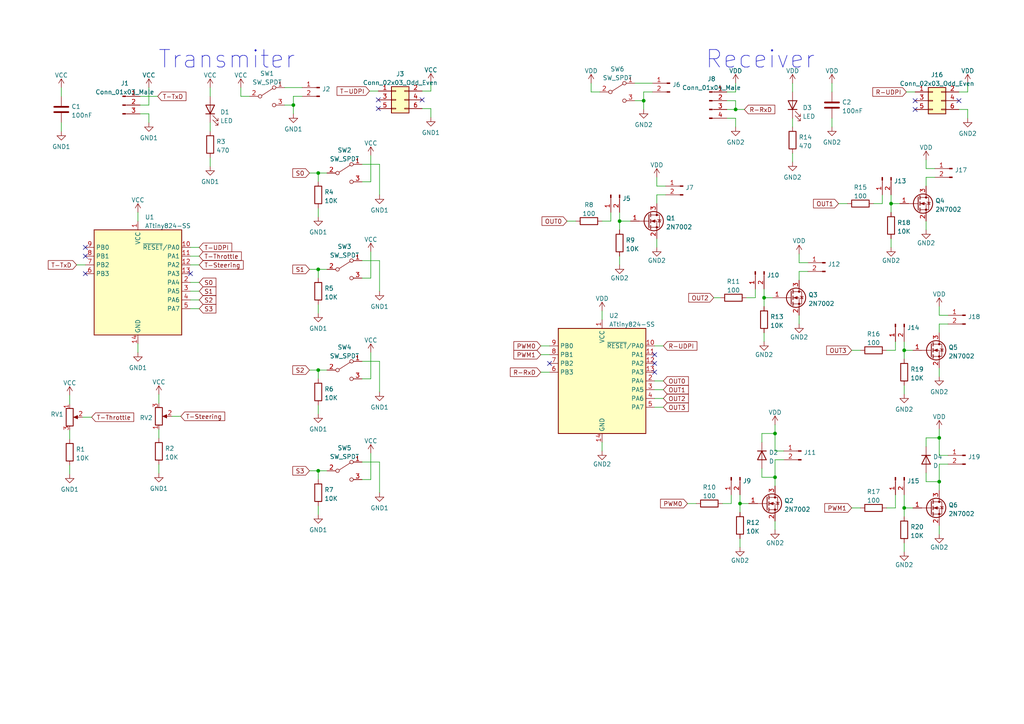
<source format=kicad_sch>
(kicad_sch (version 20211123) (generator eeschema)

  (uuid 1ee63545-e020-428c-b242-a84d833d1681)

  (paper "A4")

  (title_block
    (title "RC Model Receiver and Transmiter")
    (comment 2 "of the CERN-OHL-P V2 license (https:/cern.ch/cern-ohl).")
    (comment 3 "This file is provided AS IS, WITHOUT ANY EXPRESS OR IMPLIED WARRANTY under the temrs")
    (comment 4 "Copyright © 2021-2023, FibStack")
  )

  (lib_symbols
    (symbol "Connector:Conn_01x02_Male" (pin_names (offset 1.016) hide) (in_bom yes) (on_board yes)
      (property "Reference" "J" (id 0) (at 0 2.54 0)
        (effects (font (size 1.27 1.27)))
      )
      (property "Value" "Conn_01x02_Male" (id 1) (at 0 -5.08 0)
        (effects (font (size 1.27 1.27)))
      )
      (property "Footprint" "" (id 2) (at 0 0 0)
        (effects (font (size 1.27 1.27)) hide)
      )
      (property "Datasheet" "~" (id 3) (at 0 0 0)
        (effects (font (size 1.27 1.27)) hide)
      )
      (property "ki_keywords" "connector" (id 4) (at 0 0 0)
        (effects (font (size 1.27 1.27)) hide)
      )
      (property "ki_description" "Generic connector, single row, 01x02, script generated (kicad-library-utils/schlib/autogen/connector/)" (id 5) (at 0 0 0)
        (effects (font (size 1.27 1.27)) hide)
      )
      (property "ki_fp_filters" "Connector*:*_1x??_*" (id 6) (at 0 0 0)
        (effects (font (size 1.27 1.27)) hide)
      )
      (symbol "Conn_01x02_Male_1_1"
        (polyline
          (pts
            (xy 1.27 -2.54)
            (xy 0.8636 -2.54)
          )
          (stroke (width 0.1524) (type default) (color 0 0 0 0))
          (fill (type none))
        )
        (polyline
          (pts
            (xy 1.27 0)
            (xy 0.8636 0)
          )
          (stroke (width 0.1524) (type default) (color 0 0 0 0))
          (fill (type none))
        )
        (rectangle (start 0.8636 -2.413) (end 0 -2.667)
          (stroke (width 0.1524) (type default) (color 0 0 0 0))
          (fill (type outline))
        )
        (rectangle (start 0.8636 0.127) (end 0 -0.127)
          (stroke (width 0.1524) (type default) (color 0 0 0 0))
          (fill (type outline))
        )
        (pin passive line (at 5.08 0 180) (length 3.81)
          (name "Pin_1" (effects (font (size 1.27 1.27))))
          (number "1" (effects (font (size 1.27 1.27))))
        )
        (pin passive line (at 5.08 -2.54 180) (length 3.81)
          (name "Pin_2" (effects (font (size 1.27 1.27))))
          (number "2" (effects (font (size 1.27 1.27))))
        )
      )
    )
    (symbol "Connector:Conn_01x03_Male" (pin_names (offset 1.016) hide) (in_bom yes) (on_board yes)
      (property "Reference" "J" (id 0) (at 0 5.08 0)
        (effects (font (size 1.27 1.27)))
      )
      (property "Value" "Conn_01x03_Male" (id 1) (at 0 -5.08 0)
        (effects (font (size 1.27 1.27)))
      )
      (property "Footprint" "" (id 2) (at 0 0 0)
        (effects (font (size 1.27 1.27)) hide)
      )
      (property "Datasheet" "~" (id 3) (at 0 0 0)
        (effects (font (size 1.27 1.27)) hide)
      )
      (property "ki_keywords" "connector" (id 4) (at 0 0 0)
        (effects (font (size 1.27 1.27)) hide)
      )
      (property "ki_description" "Generic connector, single row, 01x03, script generated (kicad-library-utils/schlib/autogen/connector/)" (id 5) (at 0 0 0)
        (effects (font (size 1.27 1.27)) hide)
      )
      (property "ki_fp_filters" "Connector*:*_1x??_*" (id 6) (at 0 0 0)
        (effects (font (size 1.27 1.27)) hide)
      )
      (symbol "Conn_01x03_Male_1_1"
        (polyline
          (pts
            (xy 1.27 -2.54)
            (xy 0.8636 -2.54)
          )
          (stroke (width 0.1524) (type default) (color 0 0 0 0))
          (fill (type none))
        )
        (polyline
          (pts
            (xy 1.27 0)
            (xy 0.8636 0)
          )
          (stroke (width 0.1524) (type default) (color 0 0 0 0))
          (fill (type none))
        )
        (polyline
          (pts
            (xy 1.27 2.54)
            (xy 0.8636 2.54)
          )
          (stroke (width 0.1524) (type default) (color 0 0 0 0))
          (fill (type none))
        )
        (rectangle (start 0.8636 -2.413) (end 0 -2.667)
          (stroke (width 0.1524) (type default) (color 0 0 0 0))
          (fill (type outline))
        )
        (rectangle (start 0.8636 0.127) (end 0 -0.127)
          (stroke (width 0.1524) (type default) (color 0 0 0 0))
          (fill (type outline))
        )
        (rectangle (start 0.8636 2.667) (end 0 2.413)
          (stroke (width 0.1524) (type default) (color 0 0 0 0))
          (fill (type outline))
        )
        (pin passive line (at 5.08 2.54 180) (length 3.81)
          (name "Pin_1" (effects (font (size 1.27 1.27))))
          (number "1" (effects (font (size 1.27 1.27))))
        )
        (pin passive line (at 5.08 0 180) (length 3.81)
          (name "Pin_2" (effects (font (size 1.27 1.27))))
          (number "2" (effects (font (size 1.27 1.27))))
        )
        (pin passive line (at 5.08 -2.54 180) (length 3.81)
          (name "Pin_3" (effects (font (size 1.27 1.27))))
          (number "3" (effects (font (size 1.27 1.27))))
        )
      )
    )
    (symbol "Connector:Conn_01x04_Male" (pin_names (offset 1.016) hide) (in_bom yes) (on_board yes)
      (property "Reference" "J" (id 0) (at 0 5.08 0)
        (effects (font (size 1.27 1.27)))
      )
      (property "Value" "Conn_01x04_Male" (id 1) (at 0 -7.62 0)
        (effects (font (size 1.27 1.27)))
      )
      (property "Footprint" "" (id 2) (at 0 0 0)
        (effects (font (size 1.27 1.27)) hide)
      )
      (property "Datasheet" "~" (id 3) (at 0 0 0)
        (effects (font (size 1.27 1.27)) hide)
      )
      (property "ki_keywords" "connector" (id 4) (at 0 0 0)
        (effects (font (size 1.27 1.27)) hide)
      )
      (property "ki_description" "Generic connector, single row, 01x04, script generated (kicad-library-utils/schlib/autogen/connector/)" (id 5) (at 0 0 0)
        (effects (font (size 1.27 1.27)) hide)
      )
      (property "ki_fp_filters" "Connector*:*_1x??_*" (id 6) (at 0 0 0)
        (effects (font (size 1.27 1.27)) hide)
      )
      (symbol "Conn_01x04_Male_1_1"
        (polyline
          (pts
            (xy 1.27 -5.08)
            (xy 0.8636 -5.08)
          )
          (stroke (width 0.1524) (type default) (color 0 0 0 0))
          (fill (type none))
        )
        (polyline
          (pts
            (xy 1.27 -2.54)
            (xy 0.8636 -2.54)
          )
          (stroke (width 0.1524) (type default) (color 0 0 0 0))
          (fill (type none))
        )
        (polyline
          (pts
            (xy 1.27 0)
            (xy 0.8636 0)
          )
          (stroke (width 0.1524) (type default) (color 0 0 0 0))
          (fill (type none))
        )
        (polyline
          (pts
            (xy 1.27 2.54)
            (xy 0.8636 2.54)
          )
          (stroke (width 0.1524) (type default) (color 0 0 0 0))
          (fill (type none))
        )
        (rectangle (start 0.8636 -4.953) (end 0 -5.207)
          (stroke (width 0.1524) (type default) (color 0 0 0 0))
          (fill (type outline))
        )
        (rectangle (start 0.8636 -2.413) (end 0 -2.667)
          (stroke (width 0.1524) (type default) (color 0 0 0 0))
          (fill (type outline))
        )
        (rectangle (start 0.8636 0.127) (end 0 -0.127)
          (stroke (width 0.1524) (type default) (color 0 0 0 0))
          (fill (type outline))
        )
        (rectangle (start 0.8636 2.667) (end 0 2.413)
          (stroke (width 0.1524) (type default) (color 0 0 0 0))
          (fill (type outline))
        )
        (pin passive line (at 5.08 2.54 180) (length 3.81)
          (name "Pin_1" (effects (font (size 1.27 1.27))))
          (number "1" (effects (font (size 1.27 1.27))))
        )
        (pin passive line (at 5.08 0 180) (length 3.81)
          (name "Pin_2" (effects (font (size 1.27 1.27))))
          (number "2" (effects (font (size 1.27 1.27))))
        )
        (pin passive line (at 5.08 -2.54 180) (length 3.81)
          (name "Pin_3" (effects (font (size 1.27 1.27))))
          (number "3" (effects (font (size 1.27 1.27))))
        )
        (pin passive line (at 5.08 -5.08 180) (length 3.81)
          (name "Pin_4" (effects (font (size 1.27 1.27))))
          (number "4" (effects (font (size 1.27 1.27))))
        )
      )
    )
    (symbol "Connector_Generic:Conn_02x03_Odd_Even" (pin_names (offset 1.016) hide) (in_bom yes) (on_board yes)
      (property "Reference" "J" (id 0) (at 1.27 5.08 0)
        (effects (font (size 1.27 1.27)))
      )
      (property "Value" "Conn_02x03_Odd_Even" (id 1) (at 1.27 -5.08 0)
        (effects (font (size 1.27 1.27)))
      )
      (property "Footprint" "" (id 2) (at 0 0 0)
        (effects (font (size 1.27 1.27)) hide)
      )
      (property "Datasheet" "~" (id 3) (at 0 0 0)
        (effects (font (size 1.27 1.27)) hide)
      )
      (property "ki_keywords" "connector" (id 4) (at 0 0 0)
        (effects (font (size 1.27 1.27)) hide)
      )
      (property "ki_description" "Generic connector, double row, 02x03, odd/even pin numbering scheme (row 1 odd numbers, row 2 even numbers), script generated (kicad-library-utils/schlib/autogen/connector/)" (id 5) (at 0 0 0)
        (effects (font (size 1.27 1.27)) hide)
      )
      (property "ki_fp_filters" "Connector*:*_2x??_*" (id 6) (at 0 0 0)
        (effects (font (size 1.27 1.27)) hide)
      )
      (symbol "Conn_02x03_Odd_Even_1_1"
        (rectangle (start -1.27 -2.413) (end 0 -2.667)
          (stroke (width 0.1524) (type default) (color 0 0 0 0))
          (fill (type none))
        )
        (rectangle (start -1.27 0.127) (end 0 -0.127)
          (stroke (width 0.1524) (type default) (color 0 0 0 0))
          (fill (type none))
        )
        (rectangle (start -1.27 2.667) (end 0 2.413)
          (stroke (width 0.1524) (type default) (color 0 0 0 0))
          (fill (type none))
        )
        (rectangle (start -1.27 3.81) (end 3.81 -3.81)
          (stroke (width 0.254) (type default) (color 0 0 0 0))
          (fill (type background))
        )
        (rectangle (start 3.81 -2.413) (end 2.54 -2.667)
          (stroke (width 0.1524) (type default) (color 0 0 0 0))
          (fill (type none))
        )
        (rectangle (start 3.81 0.127) (end 2.54 -0.127)
          (stroke (width 0.1524) (type default) (color 0 0 0 0))
          (fill (type none))
        )
        (rectangle (start 3.81 2.667) (end 2.54 2.413)
          (stroke (width 0.1524) (type default) (color 0 0 0 0))
          (fill (type none))
        )
        (pin passive line (at -5.08 2.54 0) (length 3.81)
          (name "Pin_1" (effects (font (size 1.27 1.27))))
          (number "1" (effects (font (size 1.27 1.27))))
        )
        (pin passive line (at 7.62 2.54 180) (length 3.81)
          (name "Pin_2" (effects (font (size 1.27 1.27))))
          (number "2" (effects (font (size 1.27 1.27))))
        )
        (pin passive line (at -5.08 0 0) (length 3.81)
          (name "Pin_3" (effects (font (size 1.27 1.27))))
          (number "3" (effects (font (size 1.27 1.27))))
        )
        (pin passive line (at 7.62 0 180) (length 3.81)
          (name "Pin_4" (effects (font (size 1.27 1.27))))
          (number "4" (effects (font (size 1.27 1.27))))
        )
        (pin passive line (at -5.08 -2.54 0) (length 3.81)
          (name "Pin_5" (effects (font (size 1.27 1.27))))
          (number "5" (effects (font (size 1.27 1.27))))
        )
        (pin passive line (at 7.62 -2.54 180) (length 3.81)
          (name "Pin_6" (effects (font (size 1.27 1.27))))
          (number "6" (effects (font (size 1.27 1.27))))
        )
      )
    )
    (symbol "Device:C" (pin_numbers hide) (pin_names (offset 0.254)) (in_bom yes) (on_board yes)
      (property "Reference" "C" (id 0) (at 0.635 2.54 0)
        (effects (font (size 1.27 1.27)) (justify left))
      )
      (property "Value" "C" (id 1) (at 0.635 -2.54 0)
        (effects (font (size 1.27 1.27)) (justify left))
      )
      (property "Footprint" "" (id 2) (at 0.9652 -3.81 0)
        (effects (font (size 1.27 1.27)) hide)
      )
      (property "Datasheet" "~" (id 3) (at 0 0 0)
        (effects (font (size 1.27 1.27)) hide)
      )
      (property "ki_keywords" "cap capacitor" (id 4) (at 0 0 0)
        (effects (font (size 1.27 1.27)) hide)
      )
      (property "ki_description" "Unpolarized capacitor" (id 5) (at 0 0 0)
        (effects (font (size 1.27 1.27)) hide)
      )
      (property "ki_fp_filters" "C_*" (id 6) (at 0 0 0)
        (effects (font (size 1.27 1.27)) hide)
      )
      (symbol "C_0_1"
        (polyline
          (pts
            (xy -2.032 -0.762)
            (xy 2.032 -0.762)
          )
          (stroke (width 0.508) (type default) (color 0 0 0 0))
          (fill (type none))
        )
        (polyline
          (pts
            (xy -2.032 0.762)
            (xy 2.032 0.762)
          )
          (stroke (width 0.508) (type default) (color 0 0 0 0))
          (fill (type none))
        )
      )
      (symbol "C_1_1"
        (pin passive line (at 0 3.81 270) (length 2.794)
          (name "~" (effects (font (size 1.27 1.27))))
          (number "1" (effects (font (size 1.27 1.27))))
        )
        (pin passive line (at 0 -3.81 90) (length 2.794)
          (name "~" (effects (font (size 1.27 1.27))))
          (number "2" (effects (font (size 1.27 1.27))))
        )
      )
    )
    (symbol "Device:D" (pin_numbers hide) (pin_names (offset 1.016) hide) (in_bom yes) (on_board yes)
      (property "Reference" "D" (id 0) (at 0 2.54 0)
        (effects (font (size 1.27 1.27)))
      )
      (property "Value" "D" (id 1) (at 0 -2.54 0)
        (effects (font (size 1.27 1.27)))
      )
      (property "Footprint" "" (id 2) (at 0 0 0)
        (effects (font (size 1.27 1.27)) hide)
      )
      (property "Datasheet" "~" (id 3) (at 0 0 0)
        (effects (font (size 1.27 1.27)) hide)
      )
      (property "ki_keywords" "diode" (id 4) (at 0 0 0)
        (effects (font (size 1.27 1.27)) hide)
      )
      (property "ki_description" "Diode" (id 5) (at 0 0 0)
        (effects (font (size 1.27 1.27)) hide)
      )
      (property "ki_fp_filters" "TO-???* *_Diode_* *SingleDiode* D_*" (id 6) (at 0 0 0)
        (effects (font (size 1.27 1.27)) hide)
      )
      (symbol "D_0_1"
        (polyline
          (pts
            (xy -1.27 1.27)
            (xy -1.27 -1.27)
          )
          (stroke (width 0.254) (type default) (color 0 0 0 0))
          (fill (type none))
        )
        (polyline
          (pts
            (xy 1.27 0)
            (xy -1.27 0)
          )
          (stroke (width 0) (type default) (color 0 0 0 0))
          (fill (type none))
        )
        (polyline
          (pts
            (xy 1.27 1.27)
            (xy 1.27 -1.27)
            (xy -1.27 0)
            (xy 1.27 1.27)
          )
          (stroke (width 0.254) (type default) (color 0 0 0 0))
          (fill (type none))
        )
      )
      (symbol "D_1_1"
        (pin passive line (at -3.81 0 0) (length 2.54)
          (name "K" (effects (font (size 1.27 1.27))))
          (number "1" (effects (font (size 1.27 1.27))))
        )
        (pin passive line (at 3.81 0 180) (length 2.54)
          (name "A" (effects (font (size 1.27 1.27))))
          (number "2" (effects (font (size 1.27 1.27))))
        )
      )
    )
    (symbol "Device:LED" (pin_numbers hide) (pin_names (offset 1.016) hide) (in_bom yes) (on_board yes)
      (property "Reference" "D" (id 0) (at 0 2.54 0)
        (effects (font (size 1.27 1.27)))
      )
      (property "Value" "LED" (id 1) (at 0 -2.54 0)
        (effects (font (size 1.27 1.27)))
      )
      (property "Footprint" "" (id 2) (at 0 0 0)
        (effects (font (size 1.27 1.27)) hide)
      )
      (property "Datasheet" "~" (id 3) (at 0 0 0)
        (effects (font (size 1.27 1.27)) hide)
      )
      (property "ki_keywords" "LED diode" (id 4) (at 0 0 0)
        (effects (font (size 1.27 1.27)) hide)
      )
      (property "ki_description" "Light emitting diode" (id 5) (at 0 0 0)
        (effects (font (size 1.27 1.27)) hide)
      )
      (property "ki_fp_filters" "LED* LED_SMD:* LED_THT:*" (id 6) (at 0 0 0)
        (effects (font (size 1.27 1.27)) hide)
      )
      (symbol "LED_0_1"
        (polyline
          (pts
            (xy -1.27 -1.27)
            (xy -1.27 1.27)
          )
          (stroke (width 0.254) (type default) (color 0 0 0 0))
          (fill (type none))
        )
        (polyline
          (pts
            (xy -1.27 0)
            (xy 1.27 0)
          )
          (stroke (width 0) (type default) (color 0 0 0 0))
          (fill (type none))
        )
        (polyline
          (pts
            (xy 1.27 -1.27)
            (xy 1.27 1.27)
            (xy -1.27 0)
            (xy 1.27 -1.27)
          )
          (stroke (width 0.254) (type default) (color 0 0 0 0))
          (fill (type none))
        )
        (polyline
          (pts
            (xy -3.048 -0.762)
            (xy -4.572 -2.286)
            (xy -3.81 -2.286)
            (xy -4.572 -2.286)
            (xy -4.572 -1.524)
          )
          (stroke (width 0) (type default) (color 0 0 0 0))
          (fill (type none))
        )
        (polyline
          (pts
            (xy -1.778 -0.762)
            (xy -3.302 -2.286)
            (xy -2.54 -2.286)
            (xy -3.302 -2.286)
            (xy -3.302 -1.524)
          )
          (stroke (width 0) (type default) (color 0 0 0 0))
          (fill (type none))
        )
      )
      (symbol "LED_1_1"
        (pin passive line (at -3.81 0 0) (length 2.54)
          (name "K" (effects (font (size 1.27 1.27))))
          (number "1" (effects (font (size 1.27 1.27))))
        )
        (pin passive line (at 3.81 0 180) (length 2.54)
          (name "A" (effects (font (size 1.27 1.27))))
          (number "2" (effects (font (size 1.27 1.27))))
        )
      )
    )
    (symbol "Device:R" (pin_numbers hide) (pin_names (offset 0)) (in_bom yes) (on_board yes)
      (property "Reference" "R" (id 0) (at 2.032 0 90)
        (effects (font (size 1.27 1.27)))
      )
      (property "Value" "R" (id 1) (at 0 0 90)
        (effects (font (size 1.27 1.27)))
      )
      (property "Footprint" "" (id 2) (at -1.778 0 90)
        (effects (font (size 1.27 1.27)) hide)
      )
      (property "Datasheet" "~" (id 3) (at 0 0 0)
        (effects (font (size 1.27 1.27)) hide)
      )
      (property "ki_keywords" "R res resistor" (id 4) (at 0 0 0)
        (effects (font (size 1.27 1.27)) hide)
      )
      (property "ki_description" "Resistor" (id 5) (at 0 0 0)
        (effects (font (size 1.27 1.27)) hide)
      )
      (property "ki_fp_filters" "R_*" (id 6) (at 0 0 0)
        (effects (font (size 1.27 1.27)) hide)
      )
      (symbol "R_0_1"
        (rectangle (start -1.016 -2.54) (end 1.016 2.54)
          (stroke (width 0.254) (type default) (color 0 0 0 0))
          (fill (type none))
        )
      )
      (symbol "R_1_1"
        (pin passive line (at 0 3.81 270) (length 1.27)
          (name "~" (effects (font (size 1.27 1.27))))
          (number "1" (effects (font (size 1.27 1.27))))
        )
        (pin passive line (at 0 -3.81 90) (length 1.27)
          (name "~" (effects (font (size 1.27 1.27))))
          (number "2" (effects (font (size 1.27 1.27))))
        )
      )
    )
    (symbol "Device:R_Potentiometer" (pin_names (offset 1.016) hide) (in_bom yes) (on_board yes)
      (property "Reference" "RV" (id 0) (at -4.445 0 90)
        (effects (font (size 1.27 1.27)))
      )
      (property "Value" "R_Potentiometer" (id 1) (at -2.54 0 90)
        (effects (font (size 1.27 1.27)))
      )
      (property "Footprint" "" (id 2) (at 0 0 0)
        (effects (font (size 1.27 1.27)) hide)
      )
      (property "Datasheet" "~" (id 3) (at 0 0 0)
        (effects (font (size 1.27 1.27)) hide)
      )
      (property "ki_keywords" "resistor variable" (id 4) (at 0 0 0)
        (effects (font (size 1.27 1.27)) hide)
      )
      (property "ki_description" "Potentiometer" (id 5) (at 0 0 0)
        (effects (font (size 1.27 1.27)) hide)
      )
      (property "ki_fp_filters" "Potentiometer*" (id 6) (at 0 0 0)
        (effects (font (size 1.27 1.27)) hide)
      )
      (symbol "R_Potentiometer_0_1"
        (polyline
          (pts
            (xy 2.54 0)
            (xy 1.524 0)
          )
          (stroke (width 0) (type default) (color 0 0 0 0))
          (fill (type none))
        )
        (polyline
          (pts
            (xy 1.143 0)
            (xy 2.286 0.508)
            (xy 2.286 -0.508)
            (xy 1.143 0)
          )
          (stroke (width 0) (type default) (color 0 0 0 0))
          (fill (type outline))
        )
        (rectangle (start 1.016 2.54) (end -1.016 -2.54)
          (stroke (width 0.254) (type default) (color 0 0 0 0))
          (fill (type none))
        )
      )
      (symbol "R_Potentiometer_1_1"
        (pin passive line (at 0 3.81 270) (length 1.27)
          (name "1" (effects (font (size 1.27 1.27))))
          (number "1" (effects (font (size 1.27 1.27))))
        )
        (pin passive line (at 3.81 0 180) (length 1.27)
          (name "2" (effects (font (size 1.27 1.27))))
          (number "2" (effects (font (size 1.27 1.27))))
        )
        (pin passive line (at 0 -3.81 90) (length 1.27)
          (name "3" (effects (font (size 1.27 1.27))))
          (number "3" (effects (font (size 1.27 1.27))))
        )
      )
    )
    (symbol "MCU_Microchip_ATtiny:ATtiny824-SS" (in_bom yes) (on_board yes)
      (property "Reference" "U" (id 0) (at -12.7 16.51 0)
        (effects (font (size 1.27 1.27)) (justify left bottom))
      )
      (property "Value" "ATtiny824-SS" (id 1) (at 2.54 -16.51 0)
        (effects (font (size 1.27 1.27)) (justify left top))
      )
      (property "Footprint" "Package_SO:SOIC-14_3.9x8.7mm_P1.27mm" (id 2) (at 0 0 0)
        (effects (font (size 1.27 1.27) italic) hide)
      )
      (property "Datasheet" "https://ww1.microchip.com/downloads/en/DeviceDoc/ATtiny424-426-427-824-826-827-DataSheet-DS40002311A.pdf" (id 3) (at 0 0 0)
        (effects (font (size 1.27 1.27)) hide)
      )
      (property "ki_keywords" "AVR 8bit Microcontroller tinyAVR" (id 4) (at 0 0 0)
        (effects (font (size 1.27 1.27)) hide)
      )
      (property "ki_description" "20MHz, 8kB Flash, 1kB SRAM, 128B EEPROM, SOIC-14" (id 5) (at 0 0 0)
        (effects (font (size 1.27 1.27)) hide)
      )
      (property "ki_fp_filters" "SOIC*3.9x8.7mm*P1.27mm*" (id 6) (at 0 0 0)
        (effects (font (size 1.27 1.27)) hide)
      )
      (symbol "ATtiny824-SS_0_1"
        (rectangle (start -12.7 -15.24) (end 12.7 15.24)
          (stroke (width 0.254) (type default) (color 0 0 0 0))
          (fill (type background))
        )
      )
      (symbol "ATtiny824-SS_1_1"
        (pin power_in line (at 0 17.78 270) (length 2.54)
          (name "VCC" (effects (font (size 1.27 1.27))))
          (number "1" (effects (font (size 1.27 1.27))))
        )
        (pin bidirectional line (at 15.24 10.16 180) (length 2.54)
          (name "~{RESET}/PA0" (effects (font (size 1.27 1.27))))
          (number "10" (effects (font (size 1.27 1.27))))
        )
        (pin bidirectional line (at 15.24 7.62 180) (length 2.54)
          (name "PA1" (effects (font (size 1.27 1.27))))
          (number "11" (effects (font (size 1.27 1.27))))
        )
        (pin bidirectional line (at 15.24 5.08 180) (length 2.54)
          (name "PA2" (effects (font (size 1.27 1.27))))
          (number "12" (effects (font (size 1.27 1.27))))
        )
        (pin bidirectional line (at 15.24 2.54 180) (length 2.54)
          (name "PA3" (effects (font (size 1.27 1.27))))
          (number "13" (effects (font (size 1.27 1.27))))
        )
        (pin power_in line (at 0 -17.78 90) (length 2.54)
          (name "GND" (effects (font (size 1.27 1.27))))
          (number "14" (effects (font (size 1.27 1.27))))
        )
        (pin bidirectional line (at 15.24 0 180) (length 2.54)
          (name "PA4" (effects (font (size 1.27 1.27))))
          (number "2" (effects (font (size 1.27 1.27))))
        )
        (pin bidirectional line (at 15.24 -2.54 180) (length 2.54)
          (name "PA5" (effects (font (size 1.27 1.27))))
          (number "3" (effects (font (size 1.27 1.27))))
        )
        (pin bidirectional line (at 15.24 -5.08 180) (length 2.54)
          (name "PA6" (effects (font (size 1.27 1.27))))
          (number "4" (effects (font (size 1.27 1.27))))
        )
        (pin bidirectional line (at 15.24 -7.62 180) (length 2.54)
          (name "PA7" (effects (font (size 1.27 1.27))))
          (number "5" (effects (font (size 1.27 1.27))))
        )
        (pin bidirectional line (at -15.24 2.54 0) (length 2.54)
          (name "PB3" (effects (font (size 1.27 1.27))))
          (number "6" (effects (font (size 1.27 1.27))))
        )
        (pin bidirectional line (at -15.24 5.08 0) (length 2.54)
          (name "PB2" (effects (font (size 1.27 1.27))))
          (number "7" (effects (font (size 1.27 1.27))))
        )
        (pin bidirectional line (at -15.24 7.62 0) (length 2.54)
          (name "PB1" (effects (font (size 1.27 1.27))))
          (number "8" (effects (font (size 1.27 1.27))))
        )
        (pin bidirectional line (at -15.24 10.16 0) (length 2.54)
          (name "PB0" (effects (font (size 1.27 1.27))))
          (number "9" (effects (font (size 1.27 1.27))))
        )
      )
    )
    (symbol "Switch:SW_SPDT" (pin_names (offset 0) hide) (in_bom yes) (on_board yes)
      (property "Reference" "SW" (id 0) (at 0 4.318 0)
        (effects (font (size 1.27 1.27)))
      )
      (property "Value" "SW_SPDT" (id 1) (at 0 -5.08 0)
        (effects (font (size 1.27 1.27)))
      )
      (property "Footprint" "" (id 2) (at 0 0 0)
        (effects (font (size 1.27 1.27)) hide)
      )
      (property "Datasheet" "~" (id 3) (at 0 0 0)
        (effects (font (size 1.27 1.27)) hide)
      )
      (property "ki_keywords" "switch single-pole double-throw spdt ON-ON" (id 4) (at 0 0 0)
        (effects (font (size 1.27 1.27)) hide)
      )
      (property "ki_description" "Switch, single pole double throw" (id 5) (at 0 0 0)
        (effects (font (size 1.27 1.27)) hide)
      )
      (symbol "SW_SPDT_0_0"
        (circle (center -2.032 0) (radius 0.508)
          (stroke (width 0) (type default) (color 0 0 0 0))
          (fill (type none))
        )
        (circle (center 2.032 -2.54) (radius 0.508)
          (stroke (width 0) (type default) (color 0 0 0 0))
          (fill (type none))
        )
      )
      (symbol "SW_SPDT_0_1"
        (polyline
          (pts
            (xy -1.524 0.254)
            (xy 1.651 2.286)
          )
          (stroke (width 0) (type default) (color 0 0 0 0))
          (fill (type none))
        )
        (circle (center 2.032 2.54) (radius 0.508)
          (stroke (width 0) (type default) (color 0 0 0 0))
          (fill (type none))
        )
      )
      (symbol "SW_SPDT_1_1"
        (pin passive line (at 5.08 2.54 180) (length 2.54)
          (name "A" (effects (font (size 1.27 1.27))))
          (number "1" (effects (font (size 1.27 1.27))))
        )
        (pin passive line (at -5.08 0 0) (length 2.54)
          (name "B" (effects (font (size 1.27 1.27))))
          (number "2" (effects (font (size 1.27 1.27))))
        )
        (pin passive line (at 5.08 -2.54 180) (length 2.54)
          (name "C" (effects (font (size 1.27 1.27))))
          (number "3" (effects (font (size 1.27 1.27))))
        )
      )
    )
    (symbol "Transistor_FET:2N7002" (pin_names hide) (in_bom yes) (on_board yes)
      (property "Reference" "Q" (id 0) (at 5.08 1.905 0)
        (effects (font (size 1.27 1.27)) (justify left))
      )
      (property "Value" "2N7002" (id 1) (at 5.08 0 0)
        (effects (font (size 1.27 1.27)) (justify left))
      )
      (property "Footprint" "Package_TO_SOT_SMD:SOT-23" (id 2) (at 5.08 -1.905 0)
        (effects (font (size 1.27 1.27) italic) (justify left) hide)
      )
      (property "Datasheet" "https://www.onsemi.com/pub/Collateral/NDS7002A-D.PDF" (id 3) (at 0 0 0)
        (effects (font (size 1.27 1.27)) (justify left) hide)
      )
      (property "ki_keywords" "N-Channel Switching MOSFET" (id 4) (at 0 0 0)
        (effects (font (size 1.27 1.27)) hide)
      )
      (property "ki_description" "0.115A Id, 60V Vds, N-Channel MOSFET, SOT-23" (id 5) (at 0 0 0)
        (effects (font (size 1.27 1.27)) hide)
      )
      (property "ki_fp_filters" "SOT?23*" (id 6) (at 0 0 0)
        (effects (font (size 1.27 1.27)) hide)
      )
      (symbol "2N7002_0_1"
        (polyline
          (pts
            (xy 0.254 0)
            (xy -2.54 0)
          )
          (stroke (width 0) (type default) (color 0 0 0 0))
          (fill (type none))
        )
        (polyline
          (pts
            (xy 0.254 1.905)
            (xy 0.254 -1.905)
          )
          (stroke (width 0.254) (type default) (color 0 0 0 0))
          (fill (type none))
        )
        (polyline
          (pts
            (xy 0.762 -1.27)
            (xy 0.762 -2.286)
          )
          (stroke (width 0.254) (type default) (color 0 0 0 0))
          (fill (type none))
        )
        (polyline
          (pts
            (xy 0.762 0.508)
            (xy 0.762 -0.508)
          )
          (stroke (width 0.254) (type default) (color 0 0 0 0))
          (fill (type none))
        )
        (polyline
          (pts
            (xy 0.762 2.286)
            (xy 0.762 1.27)
          )
          (stroke (width 0.254) (type default) (color 0 0 0 0))
          (fill (type none))
        )
        (polyline
          (pts
            (xy 2.54 2.54)
            (xy 2.54 1.778)
          )
          (stroke (width 0) (type default) (color 0 0 0 0))
          (fill (type none))
        )
        (polyline
          (pts
            (xy 2.54 -2.54)
            (xy 2.54 0)
            (xy 0.762 0)
          )
          (stroke (width 0) (type default) (color 0 0 0 0))
          (fill (type none))
        )
        (polyline
          (pts
            (xy 0.762 -1.778)
            (xy 3.302 -1.778)
            (xy 3.302 1.778)
            (xy 0.762 1.778)
          )
          (stroke (width 0) (type default) (color 0 0 0 0))
          (fill (type none))
        )
        (polyline
          (pts
            (xy 1.016 0)
            (xy 2.032 0.381)
            (xy 2.032 -0.381)
            (xy 1.016 0)
          )
          (stroke (width 0) (type default) (color 0 0 0 0))
          (fill (type outline))
        )
        (polyline
          (pts
            (xy 2.794 0.508)
            (xy 2.921 0.381)
            (xy 3.683 0.381)
            (xy 3.81 0.254)
          )
          (stroke (width 0) (type default) (color 0 0 0 0))
          (fill (type none))
        )
        (polyline
          (pts
            (xy 3.302 0.381)
            (xy 2.921 -0.254)
            (xy 3.683 -0.254)
            (xy 3.302 0.381)
          )
          (stroke (width 0) (type default) (color 0 0 0 0))
          (fill (type none))
        )
        (circle (center 1.651 0) (radius 2.794)
          (stroke (width 0.254) (type default) (color 0 0 0 0))
          (fill (type none))
        )
        (circle (center 2.54 -1.778) (radius 0.254)
          (stroke (width 0) (type default) (color 0 0 0 0))
          (fill (type outline))
        )
        (circle (center 2.54 1.778) (radius 0.254)
          (stroke (width 0) (type default) (color 0 0 0 0))
          (fill (type outline))
        )
      )
      (symbol "2N7002_1_1"
        (pin input line (at -5.08 0 0) (length 2.54)
          (name "G" (effects (font (size 1.27 1.27))))
          (number "1" (effects (font (size 1.27 1.27))))
        )
        (pin passive line (at 2.54 -5.08 90) (length 2.54)
          (name "S" (effects (font (size 1.27 1.27))))
          (number "2" (effects (font (size 1.27 1.27))))
        )
        (pin passive line (at 2.54 5.08 270) (length 2.54)
          (name "D" (effects (font (size 1.27 1.27))))
          (number "3" (effects (font (size 1.27 1.27))))
        )
      )
    )
    (symbol "power:GND1" (power) (pin_names (offset 0)) (in_bom yes) (on_board yes)
      (property "Reference" "#PWR" (id 0) (at 0 -6.35 0)
        (effects (font (size 1.27 1.27)) hide)
      )
      (property "Value" "GND1" (id 1) (at 0 -3.81 0)
        (effects (font (size 1.27 1.27)))
      )
      (property "Footprint" "" (id 2) (at 0 0 0)
        (effects (font (size 1.27 1.27)) hide)
      )
      (property "Datasheet" "" (id 3) (at 0 0 0)
        (effects (font (size 1.27 1.27)) hide)
      )
      (property "ki_keywords" "power-flag" (id 4) (at 0 0 0)
        (effects (font (size 1.27 1.27)) hide)
      )
      (property "ki_description" "Power symbol creates a global label with name \"GND1\" , ground" (id 5) (at 0 0 0)
        (effects (font (size 1.27 1.27)) hide)
      )
      (symbol "GND1_0_1"
        (polyline
          (pts
            (xy 0 0)
            (xy 0 -1.27)
            (xy 1.27 -1.27)
            (xy 0 -2.54)
            (xy -1.27 -1.27)
            (xy 0 -1.27)
          )
          (stroke (width 0) (type default) (color 0 0 0 0))
          (fill (type none))
        )
      )
      (symbol "GND1_1_1"
        (pin power_in line (at 0 0 270) (length 0) hide
          (name "GND1" (effects (font (size 1.27 1.27))))
          (number "1" (effects (font (size 1.27 1.27))))
        )
      )
    )
    (symbol "power:GND2" (power) (pin_names (offset 0)) (in_bom yes) (on_board yes)
      (property "Reference" "#PWR" (id 0) (at 0 -6.35 0)
        (effects (font (size 1.27 1.27)) hide)
      )
      (property "Value" "GND2" (id 1) (at 0 -3.81 0)
        (effects (font (size 1.27 1.27)))
      )
      (property "Footprint" "" (id 2) (at 0 0 0)
        (effects (font (size 1.27 1.27)) hide)
      )
      (property "Datasheet" "" (id 3) (at 0 0 0)
        (effects (font (size 1.27 1.27)) hide)
      )
      (property "ki_keywords" "power-flag" (id 4) (at 0 0 0)
        (effects (font (size 1.27 1.27)) hide)
      )
      (property "ki_description" "Power symbol creates a global label with name \"GND2\" , ground" (id 5) (at 0 0 0)
        (effects (font (size 1.27 1.27)) hide)
      )
      (symbol "GND2_0_1"
        (polyline
          (pts
            (xy 0 0)
            (xy 0 -1.27)
            (xy 1.27 -1.27)
            (xy 0 -2.54)
            (xy -1.27 -1.27)
            (xy 0 -1.27)
          )
          (stroke (width 0) (type default) (color 0 0 0 0))
          (fill (type none))
        )
      )
      (symbol "GND2_1_1"
        (pin power_in line (at 0 0 270) (length 0) hide
          (name "GND2" (effects (font (size 1.27 1.27))))
          (number "1" (effects (font (size 1.27 1.27))))
        )
      )
    )
    (symbol "power:VCC" (power) (pin_names (offset 0)) (in_bom yes) (on_board yes)
      (property "Reference" "#PWR" (id 0) (at 0 -3.81 0)
        (effects (font (size 1.27 1.27)) hide)
      )
      (property "Value" "VCC" (id 1) (at 0 3.81 0)
        (effects (font (size 1.27 1.27)))
      )
      (property "Footprint" "" (id 2) (at 0 0 0)
        (effects (font (size 1.27 1.27)) hide)
      )
      (property "Datasheet" "" (id 3) (at 0 0 0)
        (effects (font (size 1.27 1.27)) hide)
      )
      (property "ki_keywords" "power-flag" (id 4) (at 0 0 0)
        (effects (font (size 1.27 1.27)) hide)
      )
      (property "ki_description" "Power symbol creates a global label with name \"VCC\"" (id 5) (at 0 0 0)
        (effects (font (size 1.27 1.27)) hide)
      )
      (symbol "VCC_0_1"
        (polyline
          (pts
            (xy -0.762 1.27)
            (xy 0 2.54)
          )
          (stroke (width 0) (type default) (color 0 0 0 0))
          (fill (type none))
        )
        (polyline
          (pts
            (xy 0 0)
            (xy 0 2.54)
          )
          (stroke (width 0) (type default) (color 0 0 0 0))
          (fill (type none))
        )
        (polyline
          (pts
            (xy 0 2.54)
            (xy 0.762 1.27)
          )
          (stroke (width 0) (type default) (color 0 0 0 0))
          (fill (type none))
        )
      )
      (symbol "VCC_1_1"
        (pin power_in line (at 0 0 90) (length 0) hide
          (name "VCC" (effects (font (size 1.27 1.27))))
          (number "1" (effects (font (size 1.27 1.27))))
        )
      )
    )
    (symbol "power:VDD" (power) (pin_names (offset 0)) (in_bom yes) (on_board yes)
      (property "Reference" "#PWR" (id 0) (at 0 -3.81 0)
        (effects (font (size 1.27 1.27)) hide)
      )
      (property "Value" "VDD" (id 1) (at 0 3.81 0)
        (effects (font (size 1.27 1.27)))
      )
      (property "Footprint" "" (id 2) (at 0 0 0)
        (effects (font (size 1.27 1.27)) hide)
      )
      (property "Datasheet" "" (id 3) (at 0 0 0)
        (effects (font (size 1.27 1.27)) hide)
      )
      (property "ki_keywords" "power-flag" (id 4) (at 0 0 0)
        (effects (font (size 1.27 1.27)) hide)
      )
      (property "ki_description" "Power symbol creates a global label with name \"VDD\"" (id 5) (at 0 0 0)
        (effects (font (size 1.27 1.27)) hide)
      )
      (symbol "VDD_0_1"
        (polyline
          (pts
            (xy -0.762 1.27)
            (xy 0 2.54)
          )
          (stroke (width 0) (type default) (color 0 0 0 0))
          (fill (type none))
        )
        (polyline
          (pts
            (xy 0 0)
            (xy 0 2.54)
          )
          (stroke (width 0) (type default) (color 0 0 0 0))
          (fill (type none))
        )
        (polyline
          (pts
            (xy 0 2.54)
            (xy 0.762 1.27)
          )
          (stroke (width 0) (type default) (color 0 0 0 0))
          (fill (type none))
        )
      )
      (symbol "VDD_1_1"
        (pin power_in line (at 0 0 90) (length 0) hide
          (name "VDD" (effects (font (size 1.27 1.27))))
          (number "1" (effects (font (size 1.27 1.27))))
        )
      )
    )
  )

  (junction (at 92.3036 107.3404) (diameter 0) (color 0 0 0 0)
    (uuid 0bea6a3a-93d2-4c92-b376-d171d7f8739d)
  )
  (junction (at 221.615 86.36) (diameter 0) (color 0 0 0 0)
    (uuid 0f85374f-2874-4ba2-aad1-635fced1f388)
  )
  (junction (at 224.79 125.73) (diameter 0) (color 0 0 0 0)
    (uuid 153ad485-5a53-4bb8-8cc9-361ccb3adff6)
  )
  (junction (at 179.705 64.135) (diameter 0) (color 0 0 0 0)
    (uuid 2d1ced8e-cc46-458f-8286-e0ae52fcc479)
  )
  (junction (at 92.3036 50.1904) (diameter 0) (color 0 0 0 0)
    (uuid 33333b6c-3b38-4504-8f37-bf1a8ed5404b)
  )
  (junction (at 92.3036 136.5504) (diameter 0) (color 0 0 0 0)
    (uuid 52882a01-4641-4f45-9c25-95383367b963)
  )
  (junction (at 272.415 139.7) (diameter 0) (color 0 0 0 0)
    (uuid 5f31476a-51fc-4a69-bc81-8fb078fc8bf4)
  )
  (junction (at 262.255 101.6) (diameter 0) (color 0 0 0 0)
    (uuid 725f438b-ccd8-40a7-b1b1-7613a0f153c7)
  )
  (junction (at 186.69 29.21) (diameter 0) (color 0 0 0 0)
    (uuid 95ff74e7-9406-4064-af29-ac28e2199890)
  )
  (junction (at 224.79 138.43) (diameter 0) (color 0 0 0 0)
    (uuid 9d7072fc-7dac-4857-92c3-4a0a4227152a)
  )
  (junction (at 213.36 31.75) (diameter 0) (color 0 0 0 0)
    (uuid a00ed2ec-ce34-4966-8154-8e2a320724e8)
  )
  (junction (at 92.3036 78.1304) (diameter 0) (color 0 0 0 0)
    (uuid ba1d2f23-0519-4b41-a3d8-d210f08e99b7)
  )
  (junction (at 262.255 147.32) (diameter 0) (color 0 0 0 0)
    (uuid cbd79a26-e13f-4503-a6bf-1aa4315fa053)
  )
  (junction (at 214.63 146.05) (diameter 0) (color 0 0 0 0)
    (uuid d98ebcb7-faf1-4392-a40f-00f12e1f6b49)
  )
  (junction (at 272.415 127) (diameter 0) (color 0 0 0 0)
    (uuid e0e7c553-d07a-4b76-9863-0e70296d8e39)
  )
  (junction (at 258.445 59.055) (diameter 0) (color 0 0 0 0)
    (uuid f5619374-91f1-4a1c-a8ea-c312b879e804)
  )
  (junction (at 85.09 30.48) (diameter 0) (color 0 0 0 0)
    (uuid f8711e81-2aae-42f3-8739-e476d31e556b)
  )

  (no_connect (at 109.728 31.496) (uuid 32288237-8bab-4fc8-876c-3f7051f02a79))
  (no_connect (at 122.428 28.956) (uuid 32288237-8bab-4fc8-876c-3f7051f02a7a))
  (no_connect (at 109.728 28.956) (uuid 32288237-8bab-4fc8-876c-3f7051f02a7b))
  (no_connect (at 265.43 29.21) (uuid 32288237-8bab-4fc8-876c-3f7051f02a7c))
  (no_connect (at 278.13 29.21) (uuid 32288237-8bab-4fc8-876c-3f7051f02a7d))
  (no_connect (at 265.43 31.75) (uuid 32288237-8bab-4fc8-876c-3f7051f02a7e))
  (no_connect (at 159.385 105.41) (uuid 32288237-8bab-4fc8-876c-3f7051f02a7f))
  (no_connect (at 24.765 71.755) (uuid 41e0cc19-1d89-4c75-8ebe-b120a4b76d27))
  (no_connect (at 24.765 74.295) (uuid 41e0cc19-1d89-4c75-8ebe-b120a4b76d28))
  (no_connect (at 55.245 79.375) (uuid 41e0cc19-1d89-4c75-8ebe-b120a4b76d29))
  (no_connect (at 24.765 79.375) (uuid b9691b6c-bae0-4638-b153-bee017decbab))
  (no_connect (at 189.865 107.95) (uuid cf90f965-2293-445d-a5a2-ceecfd4718ca))
  (no_connect (at 189.865 105.41) (uuid cf90f965-2293-445d-a5a2-ceecfd4718cb))
  (no_connect (at 189.865 102.87) (uuid cf90f965-2293-445d-a5a2-ceecfd4718cc))

  (wire (pts (xy 262.255 157.48) (xy 262.255 160.02))
    (stroke (width 0) (type default) (color 0 0 0 0))
    (uuid 01e1e92d-062c-44f3-a415-acdc235ca89f)
  )
  (wire (pts (xy 105.0036 47.6504) (xy 110.0836 47.6504))
    (stroke (width 0) (type default) (color 0 0 0 0))
    (uuid 02b142c5-7326-4483-94dc-0443347957ed)
  )
  (wire (pts (xy 105.0036 52.7304) (xy 107.5436 52.7304))
    (stroke (width 0) (type default) (color 0 0 0 0))
    (uuid 02c40127-95d7-4a8c-90c4-4de73942e27a)
  )
  (wire (pts (xy 164.465 64.135) (xy 167.005 64.135))
    (stroke (width 0) (type default) (color 0 0 0 0))
    (uuid 02ceb6f8-1825-4af1-aeb0-9ce920c94797)
  )
  (wire (pts (xy 268.605 64.135) (xy 268.605 66.675))
    (stroke (width 0) (type default) (color 0 0 0 0))
    (uuid 03711349-d8bc-4d7d-a4b2-fae91bab97f6)
  )
  (wire (pts (xy 179.705 64.135) (xy 182.88 64.135))
    (stroke (width 0) (type default) (color 0 0 0 0))
    (uuid 057df0ec-b8c5-440c-afea-8efb2aeaba10)
  )
  (wire (pts (xy 229.87 34.29) (xy 229.87 36.83))
    (stroke (width 0) (type default) (color 0 0 0 0))
    (uuid 06d70eda-4c73-4656-8452-f2d6bd370de8)
  )
  (wire (pts (xy 231.775 91.44) (xy 231.775 93.98))
    (stroke (width 0) (type default) (color 0 0 0 0))
    (uuid 08fb08b6-4b00-4597-9fdc-6695015fe2d5)
  )
  (wire (pts (xy 43.18 33.02) (xy 43.18 35.56))
    (stroke (width 0) (type default) (color 0 0 0 0))
    (uuid 097b776b-5a6f-4ded-b234-36713cfc99f5)
  )
  (wire (pts (xy 219.075 86.36) (xy 219.075 83.82))
    (stroke (width 0) (type default) (color 0 0 0 0))
    (uuid 0986ba50-4858-44c5-8dcf-abfd71b11665)
  )
  (wire (pts (xy 189.865 115.57) (xy 192.405 115.57))
    (stroke (width 0) (type default) (color 0 0 0 0))
    (uuid 0a3c6d79-7321-4b94-a5b4-fc59331c637c)
  )
  (wire (pts (xy 186.69 29.21) (xy 186.69 31.75))
    (stroke (width 0) (type default) (color 0 0 0 0))
    (uuid 0ef4d176-0d38-46c3-a397-82de2f1b7353)
  )
  (wire (pts (xy 105.0036 109.8804) (xy 107.5436 109.8804))
    (stroke (width 0) (type default) (color 0 0 0 0))
    (uuid 10e37525-d700-4c5d-92c2-249ca6b5effa)
  )
  (wire (pts (xy 17.78 35.56) (xy 17.78 38.1))
    (stroke (width 0) (type default) (color 0 0 0 0))
    (uuid 161e322b-6ef7-4323-a1d6-b6ae7318267f)
  )
  (wire (pts (xy 124.968 26.416) (xy 124.968 23.876))
    (stroke (width 0) (type default) (color 0 0 0 0))
    (uuid 1aaf5d41-a460-4db4-8a60-5ab54eaf160d)
  )
  (wire (pts (xy 92.3036 146.7104) (xy 92.3036 149.2504))
    (stroke (width 0) (type default) (color 0 0 0 0))
    (uuid 1b2b8efb-bfa2-4fb3-a856-40140d3b0cda)
  )
  (wire (pts (xy 179.705 64.135) (xy 179.705 66.675))
    (stroke (width 0) (type default) (color 0 0 0 0))
    (uuid 1bc40b55-2ec0-491b-a0ae-9fe5e122212a)
  )
  (wire (pts (xy 190.5 53.975) (xy 190.5 51.435))
    (stroke (width 0) (type default) (color 0 0 0 0))
    (uuid 1d4d9d49-fa87-4615-8731-ce2d81660a6e)
  )
  (wire (pts (xy 272.415 127) (xy 272.415 132.08))
    (stroke (width 0) (type default) (color 0 0 0 0))
    (uuid 1f0498d0-f59b-49e7-82f2-730d5838e3aa)
  )
  (wire (pts (xy 189.23 26.67) (xy 186.69 26.67))
    (stroke (width 0) (type default) (color 0 0 0 0))
    (uuid 1fa49420-2362-4384-ae63-4da0e6d2cc51)
  )
  (wire (pts (xy 262.255 147.32) (xy 264.795 147.32))
    (stroke (width 0) (type default) (color 0 0 0 0))
    (uuid 202cda79-2918-46cf-b7b0-4dea825a44cb)
  )
  (wire (pts (xy 262.89 26.67) (xy 265.43 26.67))
    (stroke (width 0) (type default) (color 0 0 0 0))
    (uuid 2073e8de-ef50-4103-87a9-1cb38fab87ba)
  )
  (wire (pts (xy 179.705 61.595) (xy 179.705 64.135))
    (stroke (width 0) (type default) (color 0 0 0 0))
    (uuid 214f7f56-64a3-4a99-a16a-97f8896c964f)
  )
  (wire (pts (xy 272.415 106.68) (xy 272.415 109.22))
    (stroke (width 0) (type default) (color 0 0 0 0))
    (uuid 248b5549-e7aa-4f1a-a228-f4219b94b9f6)
  )
  (wire (pts (xy 92.3036 107.3404) (xy 94.8436 107.3404))
    (stroke (width 0) (type default) (color 0 0 0 0))
    (uuid 248ec58c-0717-4f16-a00b-af0f8ab63dec)
  )
  (wire (pts (xy 184.15 24.13) (xy 189.23 24.13))
    (stroke (width 0) (type default) (color 0 0 0 0))
    (uuid 269f1f4d-fa52-49f0-9bcb-5d0420e1aded)
  )
  (wire (pts (xy 20.2184 124.8156) (xy 20.2184 127.3556))
    (stroke (width 0) (type default) (color 0 0 0 0))
    (uuid 276ea888-b4a3-442f-9f2e-9d8b92f26a45)
  )
  (wire (pts (xy 231.775 76.2) (xy 231.775 73.66))
    (stroke (width 0) (type default) (color 0 0 0 0))
    (uuid 278f2dcd-6bf1-49de-aba0-b58ba27f9789)
  )
  (wire (pts (xy 259.715 99.06) (xy 259.715 101.6))
    (stroke (width 0) (type default) (color 0 0 0 0))
    (uuid 2a7c118b-bfe5-4536-a148-93ffa183127b)
  )
  (wire (pts (xy 212.09 143.51) (xy 212.09 146.05))
    (stroke (width 0) (type default) (color 0 0 0 0))
    (uuid 2a978d3d-9ecf-4fdc-9ae4-439284a95353)
  )
  (wire (pts (xy 105.0036 75.5904) (xy 110.0836 75.5904))
    (stroke (width 0) (type default) (color 0 0 0 0))
    (uuid 2a9cbd5e-d901-4fa5-abdf-89662aef9e95)
  )
  (wire (pts (xy 156.845 100.33) (xy 159.385 100.33))
    (stroke (width 0) (type default) (color 0 0 0 0))
    (uuid 2b4c799b-4d05-40e1-ae83-22c8da77abb3)
  )
  (wire (pts (xy 107.188 26.416) (xy 109.728 26.416))
    (stroke (width 0) (type default) (color 0 0 0 0))
    (uuid 2fa7c293-382b-4eae-9724-c6c27d82e3cc)
  )
  (wire (pts (xy 82.55 25.4) (xy 87.63 25.4))
    (stroke (width 0) (type default) (color 0 0 0 0))
    (uuid 30122ec8-af08-47bf-9462-65475e923670)
  )
  (wire (pts (xy 212.09 146.05) (xy 209.55 146.05))
    (stroke (width 0) (type default) (color 0 0 0 0))
    (uuid 31f5aecf-ed4d-4038-b64e-b8e16f96f83a)
  )
  (wire (pts (xy 55.245 76.835) (xy 57.785 76.835))
    (stroke (width 0) (type default) (color 0 0 0 0))
    (uuid 326a6000-0ce6-4852-ba64-93132c71a1d9)
  )
  (wire (pts (xy 110.0836 104.8004) (xy 110.0836 113.6904))
    (stroke (width 0) (type default) (color 0 0 0 0))
    (uuid 33141c11-19fe-499a-879d-1b86c3fc90ee)
  )
  (wire (pts (xy 216.535 86.36) (xy 219.075 86.36))
    (stroke (width 0) (type default) (color 0 0 0 0))
    (uuid 337ea6e7-f00a-4474-b1b9-c7fa75d94591)
  )
  (wire (pts (xy 186.69 26.67) (xy 186.69 29.21))
    (stroke (width 0) (type default) (color 0 0 0 0))
    (uuid 356f9cdf-5901-48a9-9f60-be19c89d01be)
  )
  (wire (pts (xy 189.865 113.03) (xy 192.405 113.03))
    (stroke (width 0) (type default) (color 0 0 0 0))
    (uuid 387ef416-8a6a-482f-af95-24bba3df5c74)
  )
  (wire (pts (xy 107.5436 139.0904) (xy 107.5436 131.4704))
    (stroke (width 0) (type default) (color 0 0 0 0))
    (uuid 3a0f4209-92d1-4c86-80d6-1a5a3811f626)
  )
  (wire (pts (xy 199.39 146.05) (xy 201.93 146.05))
    (stroke (width 0) (type default) (color 0 0 0 0))
    (uuid 3ae249d5-84cf-4ad9-9f15-2453fcb9c54b)
  )
  (wire (pts (xy 210.82 31.75) (xy 213.36 31.75))
    (stroke (width 0) (type default) (color 0 0 0 0))
    (uuid 3b6a1739-b550-402c-867f-023e0083ed35)
  )
  (wire (pts (xy 110.0836 134.0104) (xy 110.0836 142.9004))
    (stroke (width 0) (type default) (color 0 0 0 0))
    (uuid 3b7ff28e-ff25-4839-a286-104c9d781ff3)
  )
  (wire (pts (xy 43.18 25.4) (xy 43.18 30.48))
    (stroke (width 0) (type default) (color 0 0 0 0))
    (uuid 3d510ce8-c37c-4d84-851c-c0882b252d57)
  )
  (wire (pts (xy 22.225 76.835) (xy 24.765 76.835))
    (stroke (width 0) (type default) (color 0 0 0 0))
    (uuid 4310beac-956e-4dff-93a8-e1509a727956)
  )
  (wire (pts (xy 262.255 101.6) (xy 264.795 101.6))
    (stroke (width 0) (type default) (color 0 0 0 0))
    (uuid 453570ca-1859-4709-a0c7-4fd5b88c83b0)
  )
  (wire (pts (xy 213.36 34.29) (xy 213.36 36.83))
    (stroke (width 0) (type default) (color 0 0 0 0))
    (uuid 4739cf6c-e37a-4ff7-b33d-85cdfdac06d4)
  )
  (wire (pts (xy 107.5436 52.7304) (xy 107.5436 45.1104))
    (stroke (width 0) (type default) (color 0 0 0 0))
    (uuid 47bc3406-d482-4166-b6c8-53a0eac70080)
  )
  (wire (pts (xy 49.8856 120.7516) (xy 52.4256 120.7516))
    (stroke (width 0) (type default) (color 0 0 0 0))
    (uuid 485ef92a-e2cd-4e44-9747-1d0a733ecefc)
  )
  (wire (pts (xy 60.96 35.56) (xy 60.96 38.1))
    (stroke (width 0) (type default) (color 0 0 0 0))
    (uuid 48cce63b-e411-4acb-9b98-4c7ba4ae33fe)
  )
  (wire (pts (xy 189.865 110.49) (xy 192.405 110.49))
    (stroke (width 0) (type default) (color 0 0 0 0))
    (uuid 49221d72-044d-40f7-b658-1d3c31c6a146)
  )
  (wire (pts (xy 174.625 90.17) (xy 174.625 92.71))
    (stroke (width 0) (type default) (color 0 0 0 0))
    (uuid 4b337954-7fbe-42a1-abb7-d9abb1b0d5a8)
  )
  (wire (pts (xy 247.015 101.6) (xy 249.555 101.6))
    (stroke (width 0) (type default) (color 0 0 0 0))
    (uuid 4bf387b1-5de0-42cb-9826-a63e6a93f95f)
  )
  (wire (pts (xy 177.165 64.135) (xy 177.165 61.595))
    (stroke (width 0) (type default) (color 0 0 0 0))
    (uuid 4bfaecd7-010e-40ed-b743-9142ee0d1097)
  )
  (wire (pts (xy 258.445 56.515) (xy 258.445 59.055))
    (stroke (width 0) (type default) (color 0 0 0 0))
    (uuid 4cc2bdb0-6c86-49c7-bc55-7be961eb19ca)
  )
  (wire (pts (xy 259.715 147.32) (xy 257.175 147.32))
    (stroke (width 0) (type default) (color 0 0 0 0))
    (uuid 4dc18f23-e9a0-47ad-bc1c-92e7a0a49ade)
  )
  (wire (pts (xy 17.78 25.4) (xy 17.78 27.94))
    (stroke (width 0) (type default) (color 0 0 0 0))
    (uuid 4ea11611-e500-421a-af09-a49b5cb1c635)
  )
  (wire (pts (xy 262.255 143.51) (xy 262.255 147.32))
    (stroke (width 0) (type default) (color 0 0 0 0))
    (uuid 4fbf08a5-077b-4d17-8901-91d7379c7ba3)
  )
  (wire (pts (xy 280.67 31.75) (xy 278.13 31.75))
    (stroke (width 0) (type default) (color 0 0 0 0))
    (uuid 5047cba7-1138-43c1-b66b-efa671c72e2c)
  )
  (wire (pts (xy 220.98 128.27) (xy 220.98 125.73))
    (stroke (width 0) (type default) (color 0 0 0 0))
    (uuid 50c8a0ea-0516-4b86-91d4-9fb08c12a055)
  )
  (wire (pts (xy 220.98 125.73) (xy 224.79 125.73))
    (stroke (width 0) (type default) (color 0 0 0 0))
    (uuid 51a060b2-7c7d-4c66-8070-ca90725d712e)
  )
  (wire (pts (xy 40.005 61.595) (xy 40.005 64.135))
    (stroke (width 0) (type default) (color 0 0 0 0))
    (uuid 53a47273-97b1-4e49-b96f-e770b0145d3b)
  )
  (wire (pts (xy 193.04 53.975) (xy 190.5 53.975))
    (stroke (width 0) (type default) (color 0 0 0 0))
    (uuid 53db9121-dfe1-4b29-815e-8bc07e7c4873)
  )
  (wire (pts (xy 224.79 125.73) (xy 224.79 130.81))
    (stroke (width 0) (type default) (color 0 0 0 0))
    (uuid 540a67dc-e6c8-4bf9-8643-dcd881cac892)
  )
  (wire (pts (xy 55.245 71.755) (xy 57.785 71.755))
    (stroke (width 0) (type default) (color 0 0 0 0))
    (uuid 54ec5291-fe08-4f37-9503-e5666ca83499)
  )
  (wire (pts (xy 214.63 156.21) (xy 214.63 158.75))
    (stroke (width 0) (type default) (color 0 0 0 0))
    (uuid 55ce5af0-9449-46c1-a8b6-0ae91e88d166)
  )
  (wire (pts (xy 156.845 107.95) (xy 159.385 107.95))
    (stroke (width 0) (type default) (color 0 0 0 0))
    (uuid 55f1ef48-d347-4d5b-8bf4-2c0b3b042664)
  )
  (wire (pts (xy 268.605 51.435) (xy 268.605 53.975))
    (stroke (width 0) (type default) (color 0 0 0 0))
    (uuid 588da6b7-22e3-439a-8f5d-82ca54b9eb6b)
  )
  (wire (pts (xy 234.315 76.2) (xy 231.775 76.2))
    (stroke (width 0) (type default) (color 0 0 0 0))
    (uuid 5a6e5677-5834-4ad2-aaa7-5211d2f80cb7)
  )
  (wire (pts (xy 190.5 69.215) (xy 190.5 71.755))
    (stroke (width 0) (type default) (color 0 0 0 0))
    (uuid 5cc6ce68-6881-44b1-a5fc-a23cb0224585)
  )
  (wire (pts (xy 189.865 100.33) (xy 192.405 100.33))
    (stroke (width 0) (type default) (color 0 0 0 0))
    (uuid 5d074fca-b736-4170-95f2-70af8203dbb3)
  )
  (wire (pts (xy 89.7636 136.5504) (xy 92.3036 136.5504))
    (stroke (width 0) (type default) (color 0 0 0 0))
    (uuid 5ecbf28f-420d-4df5-a47f-6f7019fe9edc)
  )
  (wire (pts (xy 40.64 30.48) (xy 43.18 30.48))
    (stroke (width 0) (type default) (color 0 0 0 0))
    (uuid 5ee2a837-9121-4700-8dfa-818aedd0203d)
  )
  (wire (pts (xy 174.625 64.135) (xy 177.165 64.135))
    (stroke (width 0) (type default) (color 0 0 0 0))
    (uuid 6141df45-2794-43b4-845f-5c09205f89bc)
  )
  (wire (pts (xy 258.445 69.215) (xy 258.445 71.755))
    (stroke (width 0) (type default) (color 0 0 0 0))
    (uuid 61530995-3f04-4171-872f-0d3d301dc713)
  )
  (wire (pts (xy 241.3 34.29) (xy 241.3 36.83))
    (stroke (width 0) (type default) (color 0 0 0 0))
    (uuid 615b9169-6636-44c7-9b14-e322ae504702)
  )
  (wire (pts (xy 243.205 59.055) (xy 245.745 59.055))
    (stroke (width 0) (type default) (color 0 0 0 0))
    (uuid 616775a9-cbfb-4882-9260-4c4601a5cf1b)
  )
  (wire (pts (xy 262.255 101.6) (xy 262.255 104.14))
    (stroke (width 0) (type default) (color 0 0 0 0))
    (uuid 61e5cfd4-53d0-407a-8d0c-9d73c003a5e4)
  )
  (wire (pts (xy 174.625 128.27) (xy 174.625 130.81))
    (stroke (width 0) (type default) (color 0 0 0 0))
    (uuid 6274c8cf-c728-40ed-b5ff-0f1da8b9825c)
  )
  (wire (pts (xy 262.255 111.76) (xy 262.255 114.3))
    (stroke (width 0) (type default) (color 0 0 0 0))
    (uuid 63b0e1ca-0f0b-4f57-ac66-990ea2dcefe0)
  )
  (wire (pts (xy 224.79 123.19) (xy 224.79 125.73))
    (stroke (width 0) (type default) (color 0 0 0 0))
    (uuid 646b7a8b-42e2-4c11-8fef-21f6e9f311ff)
  )
  (wire (pts (xy 20.2184 134.9756) (xy 20.2184 137.5156))
    (stroke (width 0) (type default) (color 0 0 0 0))
    (uuid 64bc1e9f-9c01-4cc5-8215-42115f81c0b0)
  )
  (wire (pts (xy 87.63 27.94) (xy 85.09 27.94))
    (stroke (width 0) (type default) (color 0 0 0 0))
    (uuid 64e4ef57-afb9-4bf8-b34b-b37c02561639)
  )
  (wire (pts (xy 124.968 31.496) (xy 122.428 31.496))
    (stroke (width 0) (type default) (color 0 0 0 0))
    (uuid 65ce8cab-0376-4faa-adb3-6983020dd15f)
  )
  (wire (pts (xy 110.0836 47.6504) (xy 110.0836 56.5404))
    (stroke (width 0) (type default) (color 0 0 0 0))
    (uuid 6642d936-7504-4433-8e37-0fe79d8cd455)
  )
  (wire (pts (xy 173.99 26.67) (xy 171.45 26.67))
    (stroke (width 0) (type default) (color 0 0 0 0))
    (uuid 6a4e8408-f25c-43f5-b59e-cf863e208572)
  )
  (wire (pts (xy 280.67 34.29) (xy 280.67 31.75))
    (stroke (width 0) (type default) (color 0 0 0 0))
    (uuid 6e990210-687b-44f2-84f7-842d8c0e1ce0)
  )
  (wire (pts (xy 221.615 96.52) (xy 221.615 99.06))
    (stroke (width 0) (type default) (color 0 0 0 0))
    (uuid 6ee4cced-751d-40bc-8d6f-29c206e6f53b)
  )
  (wire (pts (xy 92.3036 60.3504) (xy 92.3036 62.8904))
    (stroke (width 0) (type default) (color 0 0 0 0))
    (uuid 6f51754b-c99c-4f93-be2e-ef5dd50b9463)
  )
  (wire (pts (xy 272.415 91.44) (xy 272.415 88.9))
    (stroke (width 0) (type default) (color 0 0 0 0))
    (uuid 76301ab8-32aa-4e8d-ab03-7e8647525674)
  )
  (wire (pts (xy 227.33 133.35) (xy 224.79 133.35))
    (stroke (width 0) (type default) (color 0 0 0 0))
    (uuid 7a9d15fe-0f36-45ab-808e-9a1d16712005)
  )
  (wire (pts (xy 272.415 142.24) (xy 272.415 139.7))
    (stroke (width 0) (type default) (color 0 0 0 0))
    (uuid 7c6c7bd5-3623-458f-bfb4-3e2c94951e82)
  )
  (wire (pts (xy 193.04 56.515) (xy 190.5 56.515))
    (stroke (width 0) (type default) (color 0 0 0 0))
    (uuid 7e173abe-ea67-4ae8-8061-bf098aac67ed)
  )
  (wire (pts (xy 92.3036 52.7304) (xy 92.3036 50.1904))
    (stroke (width 0) (type default) (color 0 0 0 0))
    (uuid 800ae175-9071-49a0-b5b2-e138b6a71c81)
  )
  (wire (pts (xy 20.2184 114.6556) (xy 20.2184 117.1956))
    (stroke (width 0) (type default) (color 0 0 0 0))
    (uuid 8115595d-9b1f-4551-ac04-3e5716f3e1b7)
  )
  (wire (pts (xy 214.63 146.05) (xy 217.17 146.05))
    (stroke (width 0) (type default) (color 0 0 0 0))
    (uuid 811da226-2b6c-4631-bdb6-e8e46151f051)
  )
  (wire (pts (xy 107.5436 80.6704) (xy 107.5436 73.0504))
    (stroke (width 0) (type default) (color 0 0 0 0))
    (uuid 8170ad02-33a6-4efd-9f1e-323a5ec5a99a)
  )
  (wire (pts (xy 105.0036 104.8004) (xy 110.0836 104.8004))
    (stroke (width 0) (type default) (color 0 0 0 0))
    (uuid 8239dce5-c62b-4fed-8809-e61ec96ff3fd)
  )
  (wire (pts (xy 55.245 89.535) (xy 57.785 89.535))
    (stroke (width 0) (type default) (color 0 0 0 0))
    (uuid 83805825-1c2d-4fb9-878f-bbf2725c689f)
  )
  (wire (pts (xy 227.33 130.81) (xy 224.79 130.81))
    (stroke (width 0) (type default) (color 0 0 0 0))
    (uuid 8391b939-65e6-4422-9c0e-5637e046a473)
  )
  (wire (pts (xy 210.82 29.21) (xy 213.36 29.21))
    (stroke (width 0) (type default) (color 0 0 0 0))
    (uuid 84810647-fe38-466e-a226-eb03b02bdc7c)
  )
  (wire (pts (xy 272.415 134.62) (xy 272.415 139.7))
    (stroke (width 0) (type default) (color 0 0 0 0))
    (uuid 86c25cb7-5e4f-4e5f-9bcd-3128a35e5ef9)
  )
  (wire (pts (xy 220.98 135.89) (xy 220.98 138.43))
    (stroke (width 0) (type default) (color 0 0 0 0))
    (uuid 894e0018-c2a0-410d-ba79-9918727ed5a3)
  )
  (wire (pts (xy 189.865 118.11) (xy 192.405 118.11))
    (stroke (width 0) (type default) (color 0 0 0 0))
    (uuid 8978f8d2-4282-4eaf-aa0a-ed88d7d62f46)
  )
  (wire (pts (xy 258.445 59.055) (xy 258.445 61.595))
    (stroke (width 0) (type default) (color 0 0 0 0))
    (uuid 8c143cad-e4d7-43b5-90f5-e93c3e42367d)
  )
  (wire (pts (xy 229.87 44.45) (xy 229.87 46.99))
    (stroke (width 0) (type default) (color 0 0 0 0))
    (uuid 8dbbdd55-879e-4021-a777-7d3f68f32d00)
  )
  (wire (pts (xy 92.3036 117.5004) (xy 92.3036 120.0404))
    (stroke (width 0) (type default) (color 0 0 0 0))
    (uuid 8ff57b88-3671-47d6-ba32-b3ad9a10262b)
  )
  (wire (pts (xy 190.5 56.515) (xy 190.5 59.055))
    (stroke (width 0) (type default) (color 0 0 0 0))
    (uuid 92682992-ff33-472e-9d9d-5ddddfd678e1)
  )
  (wire (pts (xy 92.3036 80.6704) (xy 92.3036 78.1304))
    (stroke (width 0) (type default) (color 0 0 0 0))
    (uuid 92b80285-176e-430b-ae5e-8f35544633e4)
  )
  (wire (pts (xy 247.015 147.32) (xy 249.555 147.32))
    (stroke (width 0) (type default) (color 0 0 0 0))
    (uuid 94115ef6-43fe-4222-8aa1-b30973e5164f)
  )
  (wire (pts (xy 221.615 86.36) (xy 221.615 88.9))
    (stroke (width 0) (type default) (color 0 0 0 0))
    (uuid 96ecea39-4d00-4023-8c50-c1f8500e0645)
  )
  (wire (pts (xy 271.145 48.895) (xy 268.605 48.895))
    (stroke (width 0) (type default) (color 0 0 0 0))
    (uuid 97ee46d7-7f3f-4f7e-9d7b-5f394dc14f4d)
  )
  (wire (pts (xy 274.955 132.08) (xy 272.415 132.08))
    (stroke (width 0) (type default) (color 0 0 0 0))
    (uuid 980fc783-fc9a-4d37-8a8f-b6ab544b36a4)
  )
  (wire (pts (xy 213.36 29.21) (xy 213.36 31.75))
    (stroke (width 0) (type default) (color 0 0 0 0))
    (uuid 98130165-a7a6-4035-8f6d-9edfcf738bd4)
  )
  (wire (pts (xy 234.315 78.74) (xy 231.775 78.74))
    (stroke (width 0) (type default) (color 0 0 0 0))
    (uuid 9815f320-568f-4e78-b21b-3d7f8850ed02)
  )
  (wire (pts (xy 92.3036 78.1304) (xy 94.8436 78.1304))
    (stroke (width 0) (type default) (color 0 0 0 0))
    (uuid 9cb3e1fa-c370-4a88-8872-10ed5089bd1e)
  )
  (wire (pts (xy 210.82 34.29) (xy 213.36 34.29))
    (stroke (width 0) (type default) (color 0 0 0 0))
    (uuid 9f1aa68d-dc03-432b-98fe-c5a7dbd43ff8)
  )
  (wire (pts (xy 179.705 74.295) (xy 179.705 76.835))
    (stroke (width 0) (type default) (color 0 0 0 0))
    (uuid 9fca3363-d7bb-4aa1-ab39-d2666a5c5057)
  )
  (wire (pts (xy 272.415 93.98) (xy 272.415 96.52))
    (stroke (width 0) (type default) (color 0 0 0 0))
    (uuid a12991a9-26e2-403e-a467-426197df1159)
  )
  (wire (pts (xy 224.79 133.35) (xy 224.79 138.43))
    (stroke (width 0) (type default) (color 0 0 0 0))
    (uuid a315235a-298e-452e-8d93-c823bd591327)
  )
  (wire (pts (xy 274.955 91.44) (xy 272.415 91.44))
    (stroke (width 0) (type default) (color 0 0 0 0))
    (uuid a7932692-3d11-4a63-bd96-be2af6bb85ea)
  )
  (wire (pts (xy 214.63 146.05) (xy 214.63 148.59))
    (stroke (width 0) (type default) (color 0 0 0 0))
    (uuid ab0352eb-f1b1-4c10-98db-1db113bdfdaa)
  )
  (wire (pts (xy 214.63 143.51) (xy 214.63 146.05))
    (stroke (width 0) (type default) (color 0 0 0 0))
    (uuid abeb08bf-4765-4570-8573-4b2e34af5d82)
  )
  (wire (pts (xy 268.605 127) (xy 268.605 129.54))
    (stroke (width 0) (type default) (color 0 0 0 0))
    (uuid ad922f62-0c5d-4d15-b082-42326304a195)
  )
  (wire (pts (xy 272.415 127) (xy 268.605 127))
    (stroke (width 0) (type default) (color 0 0 0 0))
    (uuid ae0d3772-453c-4446-a59a-dd193c8e3714)
  )
  (wire (pts (xy 122.428 26.416) (xy 124.968 26.416))
    (stroke (width 0) (type default) (color 0 0 0 0))
    (uuid aeef34e4-9771-46af-84f9-e5d884250b56)
  )
  (wire (pts (xy 280.67 26.67) (xy 280.67 24.13))
    (stroke (width 0) (type default) (color 0 0 0 0))
    (uuid b00748e2-2735-4817-90ee-39b9f05a0477)
  )
  (wire (pts (xy 241.3 24.13) (xy 241.3 26.67))
    (stroke (width 0) (type default) (color 0 0 0 0))
    (uuid b43dd66e-3423-476e-b6bf-74b10634ce9c)
  )
  (wire (pts (xy 92.3036 139.0904) (xy 92.3036 136.5504))
    (stroke (width 0) (type default) (color 0 0 0 0))
    (uuid b46d4159-3446-4485-9395-a5beca6e2bad)
  )
  (wire (pts (xy 171.45 26.67) (xy 171.45 24.13))
    (stroke (width 0) (type default) (color 0 0 0 0))
    (uuid b57bd38c-1558-4022-a769-9c484d8c4401)
  )
  (wire (pts (xy 55.245 74.295) (xy 57.785 74.295))
    (stroke (width 0) (type default) (color 0 0 0 0))
    (uuid b581efcf-f262-4eb5-a847-8f210fbf95c1)
  )
  (wire (pts (xy 262.255 99.06) (xy 262.255 101.6))
    (stroke (width 0) (type default) (color 0 0 0 0))
    (uuid b9823626-84ec-46e2-966a-1e0b821af9f5)
  )
  (wire (pts (xy 110.0836 75.5904) (xy 110.0836 84.4804))
    (stroke (width 0) (type default) (color 0 0 0 0))
    (uuid ba9199d7-6783-4098-b408-2417159d4f8c)
  )
  (wire (pts (xy 274.955 93.98) (xy 272.415 93.98))
    (stroke (width 0) (type default) (color 0 0 0 0))
    (uuid bc956a33-0078-4c0e-9fd2-29e12338c4cb)
  )
  (wire (pts (xy 89.7636 50.1904) (xy 92.3036 50.1904))
    (stroke (width 0) (type default) (color 0 0 0 0))
    (uuid bcb8e05a-e6e4-49fd-a6a1-5bd263cf7038)
  )
  (wire (pts (xy 231.775 78.74) (xy 231.775 81.28))
    (stroke (width 0) (type default) (color 0 0 0 0))
    (uuid bdafd1ac-c150-490d-8597-beb6b683f363)
  )
  (wire (pts (xy 40.64 27.94) (xy 45.72 27.94))
    (stroke (width 0) (type default) (color 0 0 0 0))
    (uuid be08979e-99db-431e-8c80-0ea17cb79f94)
  )
  (wire (pts (xy 89.7636 78.1304) (xy 92.3036 78.1304))
    (stroke (width 0) (type default) (color 0 0 0 0))
    (uuid be1c4184-c2f1-4ba5-acfc-87a9bf27926d)
  )
  (wire (pts (xy 271.145 51.435) (xy 268.605 51.435))
    (stroke (width 0) (type default) (color 0 0 0 0))
    (uuid be74db26-8733-4eb2-b5b9-d7728ed50d0a)
  )
  (wire (pts (xy 69.85 27.94) (xy 69.85 25.4))
    (stroke (width 0) (type default) (color 0 0 0 0))
    (uuid c07cfda0-7f5e-4346-80eb-c819c9b168ed)
  )
  (wire (pts (xy 255.905 59.055) (xy 253.365 59.055))
    (stroke (width 0) (type default) (color 0 0 0 0))
    (uuid c0f7681a-2392-48d5-8e90-b91ade4f8935)
  )
  (wire (pts (xy 259.715 101.6) (xy 257.175 101.6))
    (stroke (width 0) (type default) (color 0 0 0 0))
    (uuid c2ac6ee2-c281-4c9d-a170-afbc02b3e545)
  )
  (wire (pts (xy 60.96 45.72) (xy 60.96 48.26))
    (stroke (width 0) (type default) (color 0 0 0 0))
    (uuid c50e7c3c-c132-44e8-82c9-79fd42c1c33a)
  )
  (wire (pts (xy 221.615 83.82) (xy 221.615 86.36))
    (stroke (width 0) (type default) (color 0 0 0 0))
    (uuid c57b5e8e-72f4-4c6f-8a55-0ff75a5176f0)
  )
  (wire (pts (xy 55.245 81.915) (xy 57.785 81.915))
    (stroke (width 0) (type default) (color 0 0 0 0))
    (uuid c83d22d5-7c36-4bc4-b078-d9b0b12366c1)
  )
  (wire (pts (xy 85.09 27.94) (xy 85.09 30.48))
    (stroke (width 0) (type default) (color 0 0 0 0))
    (uuid c8acc649-6e4c-44b3-9c30-637f90b5ba69)
  )
  (wire (pts (xy 224.79 140.97) (xy 224.79 138.43))
    (stroke (width 0) (type default) (color 0 0 0 0))
    (uuid c904e858-59dc-4444-a90d-30a422b9f675)
  )
  (wire (pts (xy 272.415 139.7) (xy 268.605 139.7))
    (stroke (width 0) (type default) (color 0 0 0 0))
    (uuid c9ac76f3-c8d3-4e9a-888f-300a02c0dab2)
  )
  (wire (pts (xy 82.55 30.48) (xy 85.09 30.48))
    (stroke (width 0) (type default) (color 0 0 0 0))
    (uuid c9e4f506-a022-49d8-af97-30620076de38)
  )
  (wire (pts (xy 55.245 86.995) (xy 57.785 86.995))
    (stroke (width 0) (type default) (color 0 0 0 0))
    (uuid c9f356b3-88b5-4a23-bc8c-c0dec061714a)
  )
  (wire (pts (xy 259.715 143.51) (xy 259.715 147.32))
    (stroke (width 0) (type default) (color 0 0 0 0))
    (uuid cb1d0d17-19ab-4438-8ba8-617d9837d470)
  )
  (wire (pts (xy 92.3036 88.2904) (xy 92.3036 90.8304))
    (stroke (width 0) (type default) (color 0 0 0 0))
    (uuid cdc9841a-0747-4bd4-bae9-36252f1ea8bd)
  )
  (wire (pts (xy 213.36 31.75) (xy 215.9 31.75))
    (stroke (width 0) (type default) (color 0 0 0 0))
    (uuid cee7b642-1b5c-49bf-be58-fa06171008d2)
  )
  (wire (pts (xy 105.0036 139.0904) (xy 107.5436 139.0904))
    (stroke (width 0) (type default) (color 0 0 0 0))
    (uuid d0d9ab92-dec0-4c80-bbf6-44b050e4fc0f)
  )
  (wire (pts (xy 89.7636 107.3404) (xy 92.3036 107.3404))
    (stroke (width 0) (type default) (color 0 0 0 0))
    (uuid d2da09a7-874a-4102-b022-608a8f48a0d5)
  )
  (wire (pts (xy 229.87 24.13) (xy 229.87 26.67))
    (stroke (width 0) (type default) (color 0 0 0 0))
    (uuid d4705ed5-608a-46a0-88f7-965fbcfc46e2)
  )
  (wire (pts (xy 55.245 84.455) (xy 57.785 84.455))
    (stroke (width 0) (type default) (color 0 0 0 0))
    (uuid d56bbf71-76b8-4d3c-88db-8c2e01c5ec82)
  )
  (wire (pts (xy 60.96 25.4) (xy 60.96 27.94))
    (stroke (width 0) (type default) (color 0 0 0 0))
    (uuid d71bfdaa-ac8b-40bd-868f-933381308fc4)
  )
  (wire (pts (xy 124.968 34.036) (xy 124.968 31.496))
    (stroke (width 0) (type default) (color 0 0 0 0))
    (uuid d7377161-1555-4579-b7a4-43a1e99629c1)
  )
  (wire (pts (xy 255.905 56.515) (xy 255.905 59.055))
    (stroke (width 0) (type default) (color 0 0 0 0))
    (uuid d909cd79-1992-43ed-9429-1eb5d435c802)
  )
  (wire (pts (xy 156.845 102.87) (xy 159.385 102.87))
    (stroke (width 0) (type default) (color 0 0 0 0))
    (uuid db09ad94-5d24-4c2a-8f2d-87fb66277323)
  )
  (wire (pts (xy 40.005 99.695) (xy 40.005 102.235))
    (stroke (width 0) (type default) (color 0 0 0 0))
    (uuid dc8594e7-44b5-498a-a22b-bb77215dd122)
  )
  (wire (pts (xy 274.955 134.62) (xy 272.415 134.62))
    (stroke (width 0) (type default) (color 0 0 0 0))
    (uuid dce1b25f-d727-40c7-9414-dddb09cc61e3)
  )
  (wire (pts (xy 46.0756 124.5616) (xy 46.0756 127.1016))
    (stroke (width 0) (type default) (color 0 0 0 0))
    (uuid deb03e07-d722-47dc-bbb0-a1c40d9c4e3a)
  )
  (wire (pts (xy 207.01 86.36) (xy 208.915 86.36))
    (stroke (width 0) (type default) (color 0 0 0 0))
    (uuid e19bd54d-7343-4ca8-83fb-45435bc255a6)
  )
  (wire (pts (xy 105.0036 80.6704) (xy 107.5436 80.6704))
    (stroke (width 0) (type default) (color 0 0 0 0))
    (uuid e1d5f1be-2e6f-4ce2-8296-732d5bcb950b)
  )
  (wire (pts (xy 24.0284 121.0056) (xy 26.5684 121.0056))
    (stroke (width 0) (type default) (color 0 0 0 0))
    (uuid e2533be7-bcbb-456d-a8cd-d8ae39c03f53)
  )
  (wire (pts (xy 272.415 152.4) (xy 272.415 154.94))
    (stroke (width 0) (type default) (color 0 0 0 0))
    (uuid e398e15b-aa47-4466-b024-1ba64e8ca062)
  )
  (wire (pts (xy 210.82 26.67) (xy 213.36 26.67))
    (stroke (width 0) (type default) (color 0 0 0 0))
    (uuid e7125549-d344-40f8-8a09-d3034907f81d)
  )
  (wire (pts (xy 213.36 26.67) (xy 213.36 24.13))
    (stroke (width 0) (type default) (color 0 0 0 0))
    (uuid e74d8383-7a68-4c29-84ce-3cef09a8695b)
  )
  (wire (pts (xy 224.79 138.43) (xy 220.98 138.43))
    (stroke (width 0) (type default) (color 0 0 0 0))
    (uuid eb10068e-1086-4490-97c1-365da4e82e4a)
  )
  (wire (pts (xy 258.445 59.055) (xy 260.985 59.055))
    (stroke (width 0) (type default) (color 0 0 0 0))
    (uuid eb38f945-3183-4a31-a235-ef19f84c8996)
  )
  (wire (pts (xy 85.09 30.48) (xy 85.09 33.02))
    (stroke (width 0) (type default) (color 0 0 0 0))
    (uuid ecaa0714-efaa-45e8-990a-b73bb53e6216)
  )
  (wire (pts (xy 268.605 48.895) (xy 268.605 46.355))
    (stroke (width 0) (type default) (color 0 0 0 0))
    (uuid ecc74cf3-87c1-48ec-8ee8-712050ee4b3c)
  )
  (wire (pts (xy 92.3036 136.5504) (xy 94.8436 136.5504))
    (stroke (width 0) (type default) (color 0 0 0 0))
    (uuid ed1ad132-8876-4089-b2e1-811c03aca563)
  )
  (wire (pts (xy 46.0756 134.7216) (xy 46.0756 137.2616))
    (stroke (width 0) (type default) (color 0 0 0 0))
    (uuid ee731d55-caf9-46a3-896d-84477aa9bc9a)
  )
  (wire (pts (xy 92.3036 109.8804) (xy 92.3036 107.3404))
    (stroke (width 0) (type default) (color 0 0 0 0))
    (uuid ef438ef3-6179-405c-bc49-3ac8e2bff420)
  )
  (wire (pts (xy 221.615 86.36) (xy 224.155 86.36))
    (stroke (width 0) (type default) (color 0 0 0 0))
    (uuid f384fd66-1a27-459a-92c8-8468cc452508)
  )
  (wire (pts (xy 262.255 147.32) (xy 262.255 149.86))
    (stroke (width 0) (type default) (color 0 0 0 0))
    (uuid f3fb2823-0621-4b4b-ae4c-bdf2db2481ee)
  )
  (wire (pts (xy 92.3036 50.1904) (xy 94.8436 50.1904))
    (stroke (width 0) (type default) (color 0 0 0 0))
    (uuid f4b5f182-b1b2-4ae5-afcc-d684e5eb97ec)
  )
  (wire (pts (xy 105.0036 134.0104) (xy 110.0836 134.0104))
    (stroke (width 0) (type default) (color 0 0 0 0))
    (uuid f6e94cab-2223-4b5e-aa09-9c910dee25a5)
  )
  (wire (pts (xy 268.605 139.7) (xy 268.605 137.16))
    (stroke (width 0) (type default) (color 0 0 0 0))
    (uuid f838ec63-73cc-49f6-a067-3884efd28d39)
  )
  (wire (pts (xy 224.79 151.13) (xy 224.79 153.67))
    (stroke (width 0) (type default) (color 0 0 0 0))
    (uuid f876837f-7009-4a22-b9cb-8576db92a9b9)
  )
  (wire (pts (xy 40.64 33.02) (xy 43.18 33.02))
    (stroke (width 0) (type default) (color 0 0 0 0))
    (uuid f956aa3d-4cd2-48ad-8fdc-176848b2b65e)
  )
  (wire (pts (xy 107.5436 109.8804) (xy 107.5436 102.2604))
    (stroke (width 0) (type default) (color 0 0 0 0))
    (uuid fbe0626e-317e-4595-94cc-9d1eae830485)
  )
  (wire (pts (xy 278.13 26.67) (xy 280.67 26.67))
    (stroke (width 0) (type default) (color 0 0 0 0))
    (uuid fdf91858-9b61-4df4-9aa3-2d35124380d7)
  )
  (wire (pts (xy 72.39 27.94) (xy 69.85 27.94))
    (stroke (width 0) (type default) (color 0 0 0 0))
    (uuid fe7da355-435a-4e28-8537-9d75342da814)
  )
  (wire (pts (xy 184.15 29.21) (xy 186.69 29.21))
    (stroke (width 0) (type default) (color 0 0 0 0))
    (uuid feb4ae9c-cad6-444d-8b5c-63af37bf9672)
  )
  (wire (pts (xy 46.0756 114.4016) (xy 46.0756 116.9416))
    (stroke (width 0) (type default) (color 0 0 0 0))
    (uuid ff4c4c42-ea5b-4de0-9342-3943eedd8bfb)
  )
  (wire (pts (xy 272.415 124.46) (xy 272.415 127))
    (stroke (width 0) (type default) (color 0 0 0 0))
    (uuid ffd5fc12-6d13-4eef-8a22-67b0f8971379)
  )

  (text "Receiver" (at 204.47 20.32 0)
    (effects (font (size 5.08 5.08)) (justify left bottom))
    (uuid 4cb8e618-7572-46f1-a999-dc6fbd393950)
  )
  (text "Transmiter" (at 45.72 20.32 0)
    (effects (font (size 5.08 5.08)) (justify left bottom))
    (uuid ad2ed5c9-f596-4ff5-905d-e46a6d521c60)
  )

  (global_label "T-Steering" (shape input) (at 52.4256 120.7516 0) (fields_autoplaced)
    (effects (font (size 1.27 1.27)) (justify left))
    (uuid 03987932-d2d3-403a-abdb-dc64dd4fa991)
    (property "Intersheet References" "${INTERSHEET_REFS}" (id 0) (at 65.1801 120.6722 0)
      (effects (font (size 1.27 1.27)) (justify left) hide)
    )
  )
  (global_label "PWM1" (shape input) (at 247.015 147.32 180) (fields_autoplaced)
    (effects (font (size 1.27 1.27)) (justify right))
    (uuid 04052eb6-0aa4-4a71-96f1-ef8164d27c0d)
    (property "Intersheet References" "${INTERSHEET_REFS}" (id 0) (at 239.2195 147.2406 0)
      (effects (font (size 1.27 1.27)) (justify right) hide)
    )
  )
  (global_label "T-Throttle" (shape input) (at 57.785 74.295 0) (fields_autoplaced)
    (effects (font (size 1.27 1.27)) (justify left))
    (uuid 0eb5543a-82fd-4e21-abc7-1468a241bc43)
    (property "Intersheet References" "${INTERSHEET_REFS}" (id 0) (at 69.9952 74.2156 0)
      (effects (font (size 1.27 1.27)) (justify left) hide)
    )
  )
  (global_label "PWM1" (shape input) (at 156.845 102.87 180) (fields_autoplaced)
    (effects (font (size 1.27 1.27)) (justify right))
    (uuid 155c24b0-1269-4c14-ac8c-6b1f1510e755)
    (property "Intersheet References" "${INTERSHEET_REFS}" (id 0) (at 149.0495 102.7906 0)
      (effects (font (size 1.27 1.27)) (justify right) hide)
    )
  )
  (global_label "OUT0" (shape input) (at 164.465 64.135 180) (fields_autoplaced)
    (effects (font (size 1.27 1.27)) (justify right))
    (uuid 1b0b8e5b-248f-4dde-a4f9-162bc6129cee)
    (property "Intersheet References" "${INTERSHEET_REFS}" (id 0) (at 157.2138 64.0556 0)
      (effects (font (size 1.27 1.27)) (justify right) hide)
    )
  )
  (global_label "S1" (shape input) (at 57.785 84.455 0) (fields_autoplaced)
    (effects (font (size 1.27 1.27)) (justify left))
    (uuid 1cafa8b9-0eae-4f4f-b0c8-0c474c855d24)
    (property "Intersheet References" "${INTERSHEET_REFS}" (id 0) (at 62.6171 84.5344 0)
      (effects (font (size 1.27 1.27)) (justify left) hide)
    )
  )
  (global_label "R-RxD" (shape input) (at 156.845 107.95 180) (fields_autoplaced)
    (effects (font (size 1.27 1.27)) (justify right))
    (uuid 219c47c3-96fa-47cb-89d8-92d7c5b1c22f)
    (property "Intersheet References" "${INTERSHEET_REFS}" (id 0) (at 148.0214 108.0294 0)
      (effects (font (size 1.27 1.27)) (justify right) hide)
    )
  )
  (global_label "T-UDPI" (shape input) (at 107.188 26.416 180) (fields_autoplaced)
    (effects (font (size 1.27 1.27)) (justify right))
    (uuid 2f663a16-57ae-4846-abb1-28d37c0b1bc8)
    (property "Intersheet References" "${INTERSHEET_REFS}" (id 0) (at 97.7597 26.4954 0)
      (effects (font (size 1.27 1.27)) (justify right) hide)
    )
  )
  (global_label "T-UDPI" (shape input) (at 57.785 71.755 0) (fields_autoplaced)
    (effects (font (size 1.27 1.27)) (justify left))
    (uuid 40a7fbd9-0849-4350-a17f-44e6c3947ae0)
    (property "Intersheet References" "${INTERSHEET_REFS}" (id 0) (at 67.2133 71.6756 0)
      (effects (font (size 1.27 1.27)) (justify left) hide)
    )
  )
  (global_label "PWM0" (shape input) (at 156.845 100.33 180) (fields_autoplaced)
    (effects (font (size 1.27 1.27)) (justify right))
    (uuid 5b228c34-b0d7-4422-b1de-4a0b30b5f2ce)
    (property "Intersheet References" "${INTERSHEET_REFS}" (id 0) (at 149.0495 100.2506 0)
      (effects (font (size 1.27 1.27)) (justify right) hide)
    )
  )
  (global_label "OUT1" (shape input) (at 243.205 59.055 180) (fields_autoplaced)
    (effects (font (size 1.27 1.27)) (justify right))
    (uuid 5d230208-51cc-42b4-bc58-cbb41770cd67)
    (property "Intersheet References" "${INTERSHEET_REFS}" (id 0) (at 235.9538 58.9756 0)
      (effects (font (size 1.27 1.27)) (justify right) hide)
    )
  )
  (global_label "OUT3" (shape input) (at 247.015 101.6 180) (fields_autoplaced)
    (effects (font (size 1.27 1.27)) (justify right))
    (uuid 6a601f17-6406-4bfa-bf85-9645435cb871)
    (property "Intersheet References" "${INTERSHEET_REFS}" (id 0) (at 239.7638 101.5206 0)
      (effects (font (size 1.27 1.27)) (justify right) hide)
    )
  )
  (global_label "S3" (shape input) (at 57.785 89.535 0) (fields_autoplaced)
    (effects (font (size 1.27 1.27)) (justify left))
    (uuid 6e3af355-efeb-4adb-9b58-7b035e676f47)
    (property "Intersheet References" "${INTERSHEET_REFS}" (id 0) (at 62.6171 89.6144 0)
      (effects (font (size 1.27 1.27)) (justify left) hide)
    )
  )
  (global_label "T-Steering" (shape input) (at 57.785 76.835 0) (fields_autoplaced)
    (effects (font (size 1.27 1.27)) (justify left))
    (uuid 8a8cc150-2896-4a8f-8f98-ba9444e30c25)
    (property "Intersheet References" "${INTERSHEET_REFS}" (id 0) (at 70.5395 76.7556 0)
      (effects (font (size 1.27 1.27)) (justify left) hide)
    )
  )
  (global_label "S2" (shape input) (at 89.7636 107.3404 180) (fields_autoplaced)
    (effects (font (size 1.27 1.27)) (justify right))
    (uuid 8ee9a77f-6706-4823-a6c5-01312dde1e3b)
    (property "Intersheet References" "${INTERSHEET_REFS}" (id 0) (at 84.9315 107.261 0)
      (effects (font (size 1.27 1.27)) (justify right) hide)
    )
  )
  (global_label "T-TxD" (shape input) (at 45.72 27.94 0) (fields_autoplaced)
    (effects (font (size 1.27 1.27)) (justify left))
    (uuid 914f8699-5b06-4858-b48b-d108b3b68048)
    (property "Intersheet References" "${INTERSHEET_REFS}" (id 0) (at 53.9388 27.8606 0)
      (effects (font (size 1.27 1.27)) (justify left) hide)
    )
  )
  (global_label "PWM0" (shape input) (at 199.39 146.05 180) (fields_autoplaced)
    (effects (font (size 1.27 1.27)) (justify right))
    (uuid a5db630d-8d62-431a-82d4-e29758ea7254)
    (property "Intersheet References" "${INTERSHEET_REFS}" (id 0) (at 191.5945 145.9706 0)
      (effects (font (size 1.27 1.27)) (justify right) hide)
    )
  )
  (global_label "T-Throttle" (shape input) (at 26.5684 121.0056 0) (fields_autoplaced)
    (effects (font (size 1.27 1.27)) (justify left))
    (uuid a5f64b12-fd63-4bc8-ac26-3a66e25cffae)
    (property "Intersheet References" "${INTERSHEET_REFS}" (id 0) (at 38.7786 120.9262 0)
      (effects (font (size 1.27 1.27)) (justify left) hide)
    )
  )
  (global_label "OUT2" (shape input) (at 192.405 115.57 0) (fields_autoplaced)
    (effects (font (size 1.27 1.27)) (justify left))
    (uuid ab199473-77f2-44c4-ad63-ff9fb5a88ca8)
    (property "Intersheet References" "${INTERSHEET_REFS}" (id 0) (at 199.6562 115.6494 0)
      (effects (font (size 1.27 1.27)) (justify left) hide)
    )
  )
  (global_label "S0" (shape input) (at 57.785 81.915 0) (fields_autoplaced)
    (effects (font (size 1.27 1.27)) (justify left))
    (uuid b9e09cc8-3194-4068-a1a5-bbba91f313dd)
    (property "Intersheet References" "${INTERSHEET_REFS}" (id 0) (at 62.6171 81.9944 0)
      (effects (font (size 1.27 1.27)) (justify left) hide)
    )
  )
  (global_label "OUT0" (shape input) (at 192.405 110.49 0) (fields_autoplaced)
    (effects (font (size 1.27 1.27)) (justify left))
    (uuid bcb89c23-5871-483c-903e-795c7b3526ed)
    (property "Intersheet References" "${INTERSHEET_REFS}" (id 0) (at 199.6562 110.5694 0)
      (effects (font (size 1.27 1.27)) (justify left) hide)
    )
  )
  (global_label "T-TxD" (shape input) (at 22.225 76.835 180) (fields_autoplaced)
    (effects (font (size 1.27 1.27)) (justify right))
    (uuid cb8fa04f-63ea-4671-82a7-6881c4082ddd)
    (property "Intersheet References" "${INTERSHEET_REFS}" (id 0) (at 14.0062 76.9144 0)
      (effects (font (size 1.27 1.27)) (justify right) hide)
    )
  )
  (global_label "S2" (shape input) (at 57.785 86.995 0) (fields_autoplaced)
    (effects (font (size 1.27 1.27)) (justify left))
    (uuid ceb8a31a-eaf2-4b5c-89b5-e3a32ae349ed)
    (property "Intersheet References" "${INTERSHEET_REFS}" (id 0) (at 62.6171 87.0744 0)
      (effects (font (size 1.27 1.27)) (justify left) hide)
    )
  )
  (global_label "S1" (shape input) (at 89.7636 78.1304 180) (fields_autoplaced)
    (effects (font (size 1.27 1.27)) (justify right))
    (uuid dd25c29e-867f-41ca-87ef-b0579bd8c25f)
    (property "Intersheet References" "${INTERSHEET_REFS}" (id 0) (at 84.9315 78.051 0)
      (effects (font (size 1.27 1.27)) (justify right) hide)
    )
  )
  (global_label "R-RxD" (shape input) (at 215.9 31.75 0) (fields_autoplaced)
    (effects (font (size 1.27 1.27)) (justify left))
    (uuid de54d3c6-f84f-4af3-890b-15942211691f)
    (property "Intersheet References" "${INTERSHEET_REFS}" (id 0) (at 224.7236 31.6706 0)
      (effects (font (size 1.27 1.27)) (justify left) hide)
    )
  )
  (global_label "OUT2" (shape input) (at 207.01 86.36 180) (fields_autoplaced)
    (effects (font (size 1.27 1.27)) (justify right))
    (uuid e0fd4066-96e6-4e23-acf9-72933ad3ee27)
    (property "Intersheet References" "${INTERSHEET_REFS}" (id 0) (at 199.7588 86.2806 0)
      (effects (font (size 1.27 1.27)) (justify right) hide)
    )
  )
  (global_label "S0" (shape input) (at 89.7636 50.1904 180) (fields_autoplaced)
    (effects (font (size 1.27 1.27)) (justify right))
    (uuid e896b97a-a23f-4336-a718-9838c7fd86f6)
    (property "Intersheet References" "${INTERSHEET_REFS}" (id 0) (at 84.9315 50.111 0)
      (effects (font (size 1.27 1.27)) (justify right) hide)
    )
  )
  (global_label "R-UDPI" (shape input) (at 262.89 26.67 180) (fields_autoplaced)
    (effects (font (size 1.27 1.27)) (justify right))
    (uuid ecba0a95-b0b3-49d9-9a63-a9fe90596a3d)
    (property "Intersheet References" "${INTERSHEET_REFS}" (id 0) (at 253.1593 26.7494 0)
      (effects (font (size 1.27 1.27)) (justify right) hide)
    )
  )
  (global_label "OUT3" (shape input) (at 192.405 118.11 0) (fields_autoplaced)
    (effects (font (size 1.27 1.27)) (justify left))
    (uuid eda8f0c0-db74-48a9-86be-27cc1ff497ed)
    (property "Intersheet References" "${INTERSHEET_REFS}" (id 0) (at 199.6562 118.1894 0)
      (effects (font (size 1.27 1.27)) (justify left) hide)
    )
  )
  (global_label "S3" (shape input) (at 89.7636 136.5504 180) (fields_autoplaced)
    (effects (font (size 1.27 1.27)) (justify right))
    (uuid f6039801-34bf-4b8c-a6c5-144353ef8876)
    (property "Intersheet References" "${INTERSHEET_REFS}" (id 0) (at 84.9315 136.471 0)
      (effects (font (size 1.27 1.27)) (justify right) hide)
    )
  )
  (global_label "OUT1" (shape input) (at 192.405 113.03 0) (fields_autoplaced)
    (effects (font (size 1.27 1.27)) (justify left))
    (uuid f66ce0cd-24ee-4a1e-85fe-ab513bd76d56)
    (property "Intersheet References" "${INTERSHEET_REFS}" (id 0) (at 199.6562 113.1094 0)
      (effects (font (size 1.27 1.27)) (justify left) hide)
    )
  )
  (global_label "R-UDPI" (shape input) (at 192.405 100.33 0) (fields_autoplaced)
    (effects (font (size 1.27 1.27)) (justify left))
    (uuid f8193298-9438-491a-9fcd-d1a9e99ee3f3)
    (property "Intersheet References" "${INTERSHEET_REFS}" (id 0) (at 202.1357 100.2506 0)
      (effects (font (size 1.27 1.27)) (justify left) hide)
    )
  )

  (symbol (lib_id "Device:R") (at 253.365 147.32 90) (unit 1)
    (in_bom yes) (on_board yes) (fields_autoplaced)
    (uuid 01786db1-e394-40d7-9e56-3c5c6feb17b5)
    (property "Reference" "R17" (id 0) (at 253.365 142.6042 90))
    (property "Value" "100" (id 1) (at 253.365 145.1411 90))
    (property "Footprint" "Resistor_SMD:R_0603_1608Metric" (id 2) (at 253.365 149.098 90)
      (effects (font (size 1.27 1.27)) hide)
    )
    (property "Datasheet" "~" (id 3) (at 253.365 147.32 0)
      (effects (font (size 1.27 1.27)) hide)
    )
    (pin "1" (uuid d5a0f0c9-402b-42e3-a5bb-cbfae733da8d))
    (pin "2" (uuid 8eb2f6c8-5fc3-4100-9aa4-5f925b13a5a0))
  )

  (symbol (lib_id "power:GND2") (at 186.69 31.75 0) (unit 1)
    (in_bom yes) (on_board yes) (fields_autoplaced)
    (uuid 0462ab29-7c3a-42cd-aece-a709e836f23c)
    (property "Reference" "#PWR035" (id 0) (at 186.69 38.1 0)
      (effects (font (size 1.27 1.27)) hide)
    )
    (property "Value" "GND2" (id 1) (at 186.69 36.1934 0))
    (property "Footprint" "" (id 2) (at 186.69 31.75 0)
      (effects (font (size 1.27 1.27)) hide)
    )
    (property "Datasheet" "" (id 3) (at 186.69 31.75 0)
      (effects (font (size 1.27 1.27)) hide)
    )
    (pin "1" (uuid 26576528-db2c-4e95-80db-83085aea538e))
  )

  (symbol (lib_id "Transistor_FET:2N7002") (at 222.25 146.05 0) (unit 1)
    (in_bom yes) (on_board yes) (fields_autoplaced)
    (uuid 04c0b584-2d6c-44bd-bec6-542b4a03f28c)
    (property "Reference" "Q2" (id 0) (at 227.457 145.2153 0)
      (effects (font (size 1.27 1.27)) (justify left))
    )
    (property "Value" "2N7002" (id 1) (at 227.457 147.7522 0)
      (effects (font (size 1.27 1.27)) (justify left))
    )
    (property "Footprint" "Package_TO_SOT_SMD:SOT-23" (id 2) (at 227.33 147.955 0)
      (effects (font (size 1.27 1.27) italic) (justify left) hide)
    )
    (property "Datasheet" "https://www.onsemi.com/pub/Collateral/NDS7002A-D.PDF" (id 3) (at 222.25 146.05 0)
      (effects (font (size 1.27 1.27)) (justify left) hide)
    )
    (pin "1" (uuid eb2cd48b-340e-4a43-ac2c-a3748d71ca62))
    (pin "2" (uuid 0adc3166-bb99-49db-8ba7-c16a95d79918))
    (pin "3" (uuid 766ca09b-f61d-4b96-b5f9-1ce55cce22e1))
  )

  (symbol (lib_id "MCU_Microchip_ATtiny:ATtiny824-SS") (at 174.625 110.49 0) (unit 1)
    (in_bom yes) (on_board yes) (fields_autoplaced)
    (uuid 04f1aa98-9a37-44fb-a135-be677462b905)
    (property "Reference" "U2" (id 0) (at 176.6444 91.5502 0)
      (effects (font (size 1.27 1.27)) (justify left))
    )
    (property "Value" "ATtiny824-SS" (id 1) (at 176.6444 94.0871 0)
      (effects (font (size 1.27 1.27)) (justify left))
    )
    (property "Footprint" "Package_SO:SOIC-14_3.9x8.7mm_P1.27mm" (id 2) (at 174.625 110.49 0)
      (effects (font (size 1.27 1.27) italic) hide)
    )
    (property "Datasheet" "https://ww1.microchip.com/downloads/en/DeviceDoc/ATtiny424-426-427-824-826-827-DataSheet-DS40002311A.pdf" (id 3) (at 174.625 110.49 0)
      (effects (font (size 1.27 1.27)) hide)
    )
    (pin "1" (uuid 7c810414-5014-477e-9c62-4189646cb76e))
    (pin "10" (uuid e66a1549-3de4-4db6-ba52-5a750db11487))
    (pin "11" (uuid d4ef4890-96d5-45dc-a73d-7b31f16bb0bb))
    (pin "12" (uuid 457d22e0-4d73-4ac4-9109-94b07650ef8f))
    (pin "13" (uuid 5383b134-5174-4880-a972-2a247e067505))
    (pin "14" (uuid c930a4a3-a7ae-421c-9bcd-a3a12f68ab06))
    (pin "2" (uuid 65a3885c-7b97-4eb0-8f0c-8c3c8eedfa5c))
    (pin "3" (uuid 94d1306c-7d76-44cb-a431-d24b0815a4b6))
    (pin "4" (uuid f2d77123-869b-4a15-a7db-584257bdd683))
    (pin "5" (uuid 33086420-77db-4e36-920c-72078a2313a7))
    (pin "6" (uuid 3c61de1e-10cb-4011-b016-1af215596867))
    (pin "7" (uuid 261baeae-6a3c-49bc-8d5b-dcb3993ba406))
    (pin "8" (uuid 45ea920a-f640-41db-a9cb-c00765ccc527))
    (pin "9" (uuid 8c9a5c54-7c5c-408d-88f9-d4564eeb9205))
  )

  (symbol (lib_id "power:VCC") (at 69.85 25.4 0) (unit 1)
    (in_bom yes) (on_board yes) (fields_autoplaced)
    (uuid 07d140f0-aeb5-4432-a798-a89d62eb7f02)
    (property "Reference" "#PWR013" (id 0) (at 69.85 29.21 0)
      (effects (font (size 1.27 1.27)) hide)
    )
    (property "Value" "VCC" (id 1) (at 69.85 21.8242 0))
    (property "Footprint" "" (id 2) (at 69.85 25.4 0)
      (effects (font (size 1.27 1.27)) hide)
    )
    (property "Datasheet" "" (id 3) (at 69.85 25.4 0)
      (effects (font (size 1.27 1.27)) hide)
    )
    (pin "1" (uuid db4ae22d-a7b8-48bb-a70e-4ca64dcea2e2))
  )

  (symbol (lib_id "power:GND2") (at 241.3 36.83 0) (unit 1)
    (in_bom yes) (on_board yes) (fields_autoplaced)
    (uuid 07f5c2bc-195a-4d43-a3fa-e34ee33c7fb4)
    (property "Reference" "#PWR049" (id 0) (at 241.3 43.18 0)
      (effects (font (size 1.27 1.27)) hide)
    )
    (property "Value" "GND2" (id 1) (at 241.3 41.2734 0))
    (property "Footprint" "" (id 2) (at 241.3 36.83 0)
      (effects (font (size 1.27 1.27)) hide)
    )
    (property "Datasheet" "" (id 3) (at 241.3 36.83 0)
      (effects (font (size 1.27 1.27)) hide)
    )
    (pin "1" (uuid fade772e-b28a-4b73-8162-0860f6dc2590))
  )

  (symbol (lib_id "power:GND1") (at 60.96 48.26 0) (unit 1)
    (in_bom yes) (on_board yes) (fields_autoplaced)
    (uuid 0867269b-2fa8-4f9a-81ec-eecb4211de1a)
    (property "Reference" "#PWR012" (id 0) (at 60.96 54.61 0)
      (effects (font (size 1.27 1.27)) hide)
    )
    (property "Value" "GND1" (id 1) (at 60.96 52.7034 0))
    (property "Footprint" "" (id 2) (at 60.96 48.26 0)
      (effects (font (size 1.27 1.27)) hide)
    )
    (property "Datasheet" "" (id 3) (at 60.96 48.26 0)
      (effects (font (size 1.27 1.27)) hide)
    )
    (pin "1" (uuid 860d9024-a2de-4b0c-9eaf-2830406757f1))
  )

  (symbol (lib_id "Connector:Conn_01x02_Male") (at 259.715 138.43 90) (mirror x) (unit 1)
    (in_bom yes) (on_board yes) (fields_autoplaced)
    (uuid 0fda79c6-5fc3-4809-b6b8-cc37932cfcd6)
    (property "Reference" "J15" (id 0) (at 263.0932 139.4988 90)
      (effects (font (size 1.27 1.27)) (justify right))
    )
    (property "Value" "Conn_01x02_Male" (id 1) (at 262.6872 137.7188 0)
      (effects (font (size 1.27 1.27)) (justify right) hide)
    )
    (property "Footprint" "Connector_PinHeader_2.54mm:PinHeader_1x02_P2.54mm_Vertical" (id 2) (at 259.715 138.43 0)
      (effects (font (size 1.27 1.27)) hide)
    )
    (property "Datasheet" "~" (id 3) (at 259.715 138.43 0)
      (effects (font (size 1.27 1.27)) hide)
    )
    (pin "1" (uuid 7bcc836a-d8d6-4502-88fb-f65ace2c0ec8))
    (pin "2" (uuid 99c9e185-033a-40d1-949c-b9356ef0ef11))
  )

  (symbol (lib_id "power:VCC") (at 107.5436 73.0504 0) (unit 1)
    (in_bom yes) (on_board yes) (fields_autoplaced)
    (uuid 0feab28e-c3ed-4691-9d0f-4e02b64622dd)
    (property "Reference" "#PWR020" (id 0) (at 107.5436 76.8604 0)
      (effects (font (size 1.27 1.27)) hide)
    )
    (property "Value" "VCC" (id 1) (at 107.5436 69.4746 0))
    (property "Footprint" "" (id 2) (at 107.5436 73.0504 0)
      (effects (font (size 1.27 1.27)) hide)
    )
    (property "Datasheet" "" (id 3) (at 107.5436 73.0504 0)
      (effects (font (size 1.27 1.27)) hide)
    )
    (pin "1" (uuid 2ea8e923-6ef3-4bd6-8fd6-1a1bd46a511f))
  )

  (symbol (lib_id "power:GND1") (at 43.18 35.56 0) (unit 1)
    (in_bom yes) (on_board yes) (fields_autoplaced)
    (uuid 11810c4f-c283-4d04-bf4e-28221a5c9b65)
    (property "Reference" "#PWR010" (id 0) (at 43.18 41.91 0)
      (effects (font (size 1.27 1.27)) hide)
    )
    (property "Value" "GND1" (id 1) (at 43.18 40.0034 0))
    (property "Footprint" "" (id 2) (at 43.18 35.56 0)
      (effects (font (size 1.27 1.27)) hide)
    )
    (property "Datasheet" "" (id 3) (at 43.18 35.56 0)
      (effects (font (size 1.27 1.27)) hide)
    )
    (pin "1" (uuid e61003fd-2453-416e-bc7d-0d092b096678))
  )

  (symbol (lib_id "Connector:Conn_01x02_Male") (at 232.41 130.81 0) (mirror y) (unit 1)
    (in_bom yes) (on_board yes) (fields_autoplaced)
    (uuid 11b81b69-7768-4f78-bc3d-aa139e18036e)
    (property "Reference" "J11" (id 0) (at 233.1212 131.2453 0)
      (effects (font (size 1.27 1.27)) (justify right))
    )
    (property "Value" "Conn_01x02_Male" (id 1) (at 233.1212 133.7822 0)
      (effects (font (size 1.27 1.27)) (justify right) hide)
    )
    (property "Footprint" "Connector_PinHeader_2.54mm:PinHeader_1x02_P2.54mm_Vertical" (id 2) (at 232.41 130.81 0)
      (effects (font (size 1.27 1.27)) hide)
    )
    (property "Datasheet" "~" (id 3) (at 232.41 130.81 0)
      (effects (font (size 1.27 1.27)) hide)
    )
    (pin "1" (uuid 67d28a4f-d1fb-4b22-92ab-85060e19a4d0))
    (pin "2" (uuid 3778a673-fb9d-4517-8d2c-2f6dffa97095))
  )

  (symbol (lib_id "power:VDD") (at 174.625 90.17 0) (unit 1)
    (in_bom yes) (on_board yes) (fields_autoplaced)
    (uuid 1221b200-ea61-4569-9db9-9de9981f861e)
    (property "Reference" "#PWR031" (id 0) (at 174.625 93.98 0)
      (effects (font (size 1.27 1.27)) hide)
    )
    (property "Value" "VDD" (id 1) (at 174.625 86.5942 0))
    (property "Footprint" "" (id 2) (at 174.625 90.17 0)
      (effects (font (size 1.27 1.27)) hide)
    )
    (property "Datasheet" "" (id 3) (at 174.625 90.17 0)
      (effects (font (size 1.27 1.27)) hide)
    )
    (pin "1" (uuid bed82d67-b332-4898-aece-36641024831e))
  )

  (symbol (lib_id "Switch:SW_SPDT") (at 179.07 26.67 0) (unit 1)
    (in_bom yes) (on_board yes) (fields_autoplaced)
    (uuid 145e0ae6-b50e-4113-b365-76b32979768d)
    (property "Reference" "SW6" (id 0) (at 179.07 20.0492 0))
    (property "Value" "SW_SPDT" (id 1) (at 179.07 22.5861 0))
    (property "Footprint" "Connector_PinHeader_2.54mm:PinHeader_1x03_P2.54mm_Vertical" (id 2) (at 179.07 26.67 0)
      (effects (font (size 1.27 1.27)) hide)
    )
    (property "Datasheet" "~" (id 3) (at 179.07 26.67 0)
      (effects (font (size 1.27 1.27)) hide)
    )
    (pin "1" (uuid f8d60814-fce0-40b8-af90-84d334c6a943))
    (pin "2" (uuid 1a57e31d-72f6-4fb8-9e3c-f4859acb7c9d))
    (pin "3" (uuid 1a90c905-24b1-4806-9779-d2bdb6a65364))
  )

  (symbol (lib_id "Device:R") (at 262.255 107.95 0) (unit 1)
    (in_bom yes) (on_board yes) (fields_autoplaced)
    (uuid 197b4812-7c16-421c-b257-dbb443d097a4)
    (property "Reference" "R19" (id 0) (at 264.033 107.1153 0)
      (effects (font (size 1.27 1.27)) (justify left))
    )
    (property "Value" "10K" (id 1) (at 264.033 109.6522 0)
      (effects (font (size 1.27 1.27)) (justify left))
    )
    (property "Footprint" "Resistor_SMD:R_0603_1608Metric" (id 2) (at 260.477 107.95 90)
      (effects (font (size 1.27 1.27)) hide)
    )
    (property "Datasheet" "~" (id 3) (at 262.255 107.95 0)
      (effects (font (size 1.27 1.27)) hide)
    )
    (pin "1" (uuid b1b38365-4183-486d-beea-202342c1721d))
    (pin "2" (uuid 0fb11db2-6bfd-4ee7-87cd-0dfef1de1660))
  )

  (symbol (lib_id "Device:LED") (at 229.87 30.48 90) (unit 1)
    (in_bom yes) (on_board yes) (fields_autoplaced)
    (uuid 1a488b3d-ad18-418c-9dd6-458f64bfc87f)
    (property "Reference" "D3" (id 0) (at 232.791 31.2328 90)
      (effects (font (size 1.27 1.27)) (justify right))
    )
    (property "Value" "LED" (id 1) (at 232.791 33.7697 90)
      (effects (font (size 1.27 1.27)) (justify right))
    )
    (property "Footprint" "Diode_SMD:D_0603_1608Metric" (id 2) (at 229.87 30.48 0)
      (effects (font (size 1.27 1.27)) hide)
    )
    (property "Datasheet" "~" (id 3) (at 229.87 30.48 0)
      (effects (font (size 1.27 1.27)) hide)
    )
    (pin "1" (uuid 93f30e64-205b-41e2-89fb-e27fdd3fa1fc))
    (pin "2" (uuid 53fb8ca6-c474-4ecc-9787-db8e86361954))
  )

  (symbol (lib_id "power:GND1") (at 46.0756 137.2616 0) (unit 1)
    (in_bom yes) (on_board yes) (fields_autoplaced)
    (uuid 22f7bed8-a33e-494a-80f9-c52c961b04dd)
    (property "Reference" "#PWR06" (id 0) (at 46.0756 143.6116 0)
      (effects (font (size 1.27 1.27)) hide)
    )
    (property "Value" "GND1" (id 1) (at 46.0756 141.705 0))
    (property "Footprint" "" (id 2) (at 46.0756 137.2616 0)
      (effects (font (size 1.27 1.27)) hide)
    )
    (property "Datasheet" "" (id 3) (at 46.0756 137.2616 0)
      (effects (font (size 1.27 1.27)) hide)
    )
    (pin "1" (uuid 512917d0-2d85-47d8-99ea-d25903d16352))
  )

  (symbol (lib_id "power:VCC") (at 46.0756 114.4016 0) (unit 1)
    (in_bom yes) (on_board yes) (fields_autoplaced)
    (uuid 232706e6-4f74-467d-9e3e-eb705ae4ff40)
    (property "Reference" "#PWR05" (id 0) (at 46.0756 118.2116 0)
      (effects (font (size 1.27 1.27)) hide)
    )
    (property "Value" "VCC" (id 1) (at 46.0756 110.8258 0))
    (property "Footprint" "" (id 2) (at 46.0756 114.4016 0)
      (effects (font (size 1.27 1.27)) hide)
    )
    (property "Datasheet" "" (id 3) (at 46.0756 114.4016 0)
      (effects (font (size 1.27 1.27)) hide)
    )
    (pin "1" (uuid a866f5c5-c952-4873-87ac-a3eaaffd015a))
  )

  (symbol (lib_id "power:VDD") (at 241.3 24.13 0) (unit 1)
    (in_bom yes) (on_board yes) (fields_autoplaced)
    (uuid 2748fbb1-2fee-4dd0-abf3-d4be93c8b44e)
    (property "Reference" "#PWR048" (id 0) (at 241.3 27.94 0)
      (effects (font (size 1.27 1.27)) hide)
    )
    (property "Value" "VDD" (id 1) (at 241.3 20.5542 0))
    (property "Footprint" "" (id 2) (at 241.3 24.13 0)
      (effects (font (size 1.27 1.27)) hide)
    )
    (property "Datasheet" "" (id 3) (at 241.3 24.13 0)
      (effects (font (size 1.27 1.27)) hide)
    )
    (pin "1" (uuid f714e53d-25b1-4bac-8af2-cb3dcb310a94))
  )

  (symbol (lib_id "power:GND2") (at 268.605 66.675 0) (unit 1)
    (in_bom yes) (on_board yes)
    (uuid 2ac7f186-3e25-4136-8a61-d68c75442207)
    (property "Reference" "#PWR054" (id 0) (at 268.605 73.025 0)
      (effects (font (size 1.27 1.27)) hide)
    )
    (property "Value" "GND2" (id 1) (at 268.605 70.485 0))
    (property "Footprint" "" (id 2) (at 268.605 66.675 0)
      (effects (font (size 1.27 1.27)) hide)
    )
    (property "Datasheet" "" (id 3) (at 268.605 66.675 0)
      (effects (font (size 1.27 1.27)) hide)
    )
    (pin "1" (uuid 9172ba7a-6fa4-4b2f-acc3-f19c29be6802))
  )

  (symbol (lib_id "MCU_Microchip_ATtiny:ATtiny824-SS") (at 40.005 81.915 0) (unit 1)
    (in_bom yes) (on_board yes) (fields_autoplaced)
    (uuid 31b46879-1062-4d08-a984-d5f9df92a6f3)
    (property "Reference" "U1" (id 0) (at 42.0244 62.9752 0)
      (effects (font (size 1.27 1.27)) (justify left))
    )
    (property "Value" "ATtiny824-SS" (id 1) (at 42.0244 65.5121 0)
      (effects (font (size 1.27 1.27)) (justify left))
    )
    (property "Footprint" "Package_SO:SOIC-14_3.9x8.7mm_P1.27mm" (id 2) (at 40.005 81.915 0)
      (effects (font (size 1.27 1.27) italic) hide)
    )
    (property "Datasheet" "https://ww1.microchip.com/downloads/en/DeviceDoc/ATtiny424-426-427-824-826-827-DataSheet-DS40002311A.pdf" (id 3) (at 40.005 81.915 0)
      (effects (font (size 1.27 1.27)) hide)
    )
    (pin "1" (uuid 2ae964f3-01aa-442f-af85-9326075f339e))
    (pin "10" (uuid bdf4346b-1a72-44a3-9335-52d0a4967cd7))
    (pin "11" (uuid 74a414e1-202e-41c9-acf3-1a0d0311f3ad))
    (pin "12" (uuid 844a5bab-5f29-4380-b01c-5fb9f1771221))
    (pin "13" (uuid c26b473f-1ee3-493e-8c1d-be6ae45b1d2f))
    (pin "14" (uuid 2cc6114b-f451-4a49-9164-e529e65a9ef7))
    (pin "2" (uuid 40d78396-ad16-4b07-9ae8-630bca3d4afe))
    (pin "3" (uuid 9b6e46f2-4019-4727-add5-2c1b3472ac17))
    (pin "4" (uuid 8c76f9d8-70bf-4801-b097-1a7f818bfa96))
    (pin "5" (uuid 854f1f77-ce51-48e1-baf1-4f26918801b3))
    (pin "6" (uuid a18606b0-c347-4bdd-bb8e-2a35c134054b))
    (pin "7" (uuid e4c31c08-b4dc-4024-8904-43a677470d7d))
    (pin "8" (uuid 79526e78-a4f6-4502-a122-b48375c80761))
    (pin "9" (uuid ee66ee67-6789-40a3-8924-8717f3887b11))
  )

  (symbol (lib_id "power:GND2") (at 272.415 109.22 0) (unit 1)
    (in_bom yes) (on_board yes) (fields_autoplaced)
    (uuid 39ec8a33-32a4-4040-9d3c-ccd6bbdacad2)
    (property "Reference" "#PWR056" (id 0) (at 272.415 115.57 0)
      (effects (font (size 1.27 1.27)) hide)
    )
    (property "Value" "GND2" (id 1) (at 272.415 113.6634 0))
    (property "Footprint" "" (id 2) (at 272.415 109.22 0)
      (effects (font (size 1.27 1.27)) hide)
    )
    (property "Datasheet" "" (id 3) (at 272.415 109.22 0)
      (effects (font (size 1.27 1.27)) hide)
    )
    (pin "1" (uuid edbcf5e3-531b-454e-9528-2ff408de80d5))
  )

  (symbol (lib_id "Connector:Conn_01x02_Male") (at 276.225 48.895 0) (mirror y) (unit 1)
    (in_bom yes) (on_board yes) (fields_autoplaced)
    (uuid 46606e65-49fc-4900-ae5d-3d5c308a3ad1)
    (property "Reference" "J17" (id 0) (at 276.9362 49.3303 0)
      (effects (font (size 1.27 1.27)) (justify right))
    )
    (property "Value" "Conn_01x02_Male" (id 1) (at 276.9362 51.8672 0)
      (effects (font (size 1.27 1.27)) (justify right) hide)
    )
    (property "Footprint" "Connector_PinHeader_2.54mm:PinHeader_1x02_P2.54mm_Vertical" (id 2) (at 276.225 48.895 0)
      (effects (font (size 1.27 1.27)) hide)
    )
    (property "Datasheet" "~" (id 3) (at 276.225 48.895 0)
      (effects (font (size 1.27 1.27)) hide)
    )
    (pin "1" (uuid 3f8a6c9d-8aad-48d2-be5e-44dde05db014))
    (pin "2" (uuid c0220e69-c435-4a5f-951a-f7044c8ac4e1))
  )

  (symbol (lib_id "Device:R") (at 92.3036 113.6904 0) (unit 1)
    (in_bom yes) (on_board yes) (fields_autoplaced)
    (uuid 47a4eb42-e882-4362-ab23-7b44f9e0d2f8)
    (property "Reference" "R6" (id 0) (at 94.0816 112.8557 0)
      (effects (font (size 1.27 1.27)) (justify left))
    )
    (property "Value" "10K" (id 1) (at 94.0816 115.3926 0)
      (effects (font (size 1.27 1.27)) (justify left))
    )
    (property "Footprint" "Resistor_SMD:R_0603_1608Metric" (id 2) (at 90.5256 113.6904 90)
      (effects (font (size 1.27 1.27)) hide)
    )
    (property "Datasheet" "~" (id 3) (at 92.3036 113.6904 0)
      (effects (font (size 1.27 1.27)) hide)
    )
    (pin "1" (uuid 64832f97-67ab-4095-bcbb-807ee62831c5))
    (pin "2" (uuid b48231c7-6173-40f5-9a96-455e2da7b5f7))
  )

  (symbol (lib_id "power:GND2") (at 258.445 71.755 0) (unit 1)
    (in_bom yes) (on_board yes)
    (uuid 47b17023-9ff1-4475-ad0a-8a02ee03d536)
    (property "Reference" "#PWR050" (id 0) (at 258.445 78.105 0)
      (effects (font (size 1.27 1.27)) hide)
    )
    (property "Value" "GND2" (id 1) (at 258.445 75.565 0))
    (property "Footprint" "" (id 2) (at 258.445 71.755 0)
      (effects (font (size 1.27 1.27)) hide)
    )
    (property "Datasheet" "" (id 3) (at 258.445 71.755 0)
      (effects (font (size 1.27 1.27)) hide)
    )
    (pin "1" (uuid b84ef233-6356-4cb1-bea8-3375b204979a))
  )

  (symbol (lib_id "Connector:Conn_01x02_Male") (at 280.035 91.44 0) (mirror y) (unit 1)
    (in_bom yes) (on_board yes) (fields_autoplaced)
    (uuid 4866efa3-d15e-49fc-9f6d-8988eec748c2)
    (property "Reference" "J18" (id 0) (at 280.7462 91.8753 0)
      (effects (font (size 1.27 1.27)) (justify right))
    )
    (property "Value" "Conn_01x02_Male" (id 1) (at 280.7462 94.4122 0)
      (effects (font (size 1.27 1.27)) (justify right) hide)
    )
    (property "Footprint" "Connector_PinHeader_2.54mm:PinHeader_1x02_P2.54mm_Vertical" (id 2) (at 280.035 91.44 0)
      (effects (font (size 1.27 1.27)) hide)
    )
    (property "Datasheet" "~" (id 3) (at 280.035 91.44 0)
      (effects (font (size 1.27 1.27)) hide)
    )
    (pin "1" (uuid ac2c0b3e-4831-4c7a-ae56-ddfbe4823250))
    (pin "2" (uuid 7ec71055-8345-4451-b235-1c7a2f771cf5))
  )

  (symbol (lib_id "Device:R_Potentiometer") (at 20.2184 121.0056 0) (unit 1)
    (in_bom yes) (on_board yes) (fields_autoplaced)
    (uuid 48779ca2-33ea-4716-83ca-17c58e1022a7)
    (property "Reference" "RV1" (id 0) (at 18.4405 120.1709 0)
      (effects (font (size 1.27 1.27)) (justify right))
    )
    (property "Value" "R_Potentiometer" (id 1) (at 18.4405 122.7078 0)
      (effects (font (size 1.27 1.27)) (justify right) hide)
    )
    (property "Footprint" "Potentiometer_THT:Potentiometer_Bourns_PTA1543_Single_Slide" (id 2) (at 20.2184 121.0056 0)
      (effects (font (size 1.27 1.27)) hide)
    )
    (property "Datasheet" "~" (id 3) (at 20.2184 121.0056 0)
      (effects (font (size 1.27 1.27)) hide)
    )
    (pin "1" (uuid 2b9b6266-9f59-4615-b6d4-13c67fb69147))
    (pin "2" (uuid 7946eef3-15c9-4123-84cf-d7f6d0837df6))
    (pin "3" (uuid 55bc6f3e-320a-48ff-8d85-cf442d625422))
  )

  (symbol (lib_id "power:VCC") (at 17.78 25.4 0) (unit 1)
    (in_bom yes) (on_board yes) (fields_autoplaced)
    (uuid 4967d69b-1225-44f1-a25a-c179f4f98f7c)
    (property "Reference" "#PWR01" (id 0) (at 17.78 29.21 0)
      (effects (font (size 1.27 1.27)) hide)
    )
    (property "Value" "VCC" (id 1) (at 17.78 21.8242 0))
    (property "Footprint" "" (id 2) (at 17.78 25.4 0)
      (effects (font (size 1.27 1.27)) hide)
    )
    (property "Datasheet" "" (id 3) (at 17.78 25.4 0)
      (effects (font (size 1.27 1.27)) hide)
    )
    (pin "1" (uuid 9c5b9a34-3546-4cc9-a14c-2b35fab9eb50))
  )

  (symbol (lib_id "power:GND1") (at 92.3036 120.0404 0) (unit 1)
    (in_bom yes) (on_board yes) (fields_autoplaced)
    (uuid 4a88122d-883d-49e1-9159-a4e033509927)
    (property "Reference" "#PWR017" (id 0) (at 92.3036 126.3904 0)
      (effects (font (size 1.27 1.27)) hide)
    )
    (property "Value" "GND1" (id 1) (at 92.3036 124.4838 0))
    (property "Footprint" "" (id 2) (at 92.3036 120.0404 0)
      (effects (font (size 1.27 1.27)) hide)
    )
    (property "Datasheet" "" (id 3) (at 92.3036 120.0404 0)
      (effects (font (size 1.27 1.27)) hide)
    )
    (pin "1" (uuid 74a8c219-aa9f-4112-9f2a-44a1023d0943))
  )

  (symbol (lib_id "power:GND2") (at 221.615 99.06 0) (unit 1)
    (in_bom yes) (on_board yes)
    (uuid 4abbe84a-e4f7-42c4-b966-dea67c15a34d)
    (property "Reference" "#PWR041" (id 0) (at 221.615 105.41 0)
      (effects (font (size 1.27 1.27)) hide)
    )
    (property "Value" "GND2" (id 1) (at 221.615 102.87 0))
    (property "Footprint" "" (id 2) (at 221.615 99.06 0)
      (effects (font (size 1.27 1.27)) hide)
    )
    (property "Datasheet" "" (id 3) (at 221.615 99.06 0)
      (effects (font (size 1.27 1.27)) hide)
    )
    (pin "1" (uuid c98c387d-3891-4632-8a70-78240240e819))
  )

  (symbol (lib_id "Connector_Generic:Conn_02x03_Odd_Even") (at 114.808 28.956 0) (unit 1)
    (in_bom yes) (on_board yes) (fields_autoplaced)
    (uuid 4c725527-56a3-4bf7-8362-1f879922fe81)
    (property "Reference" "J3" (id 0) (at 116.078 21.4462 0))
    (property "Value" "Conn_02x03_Odd_Even" (id 1) (at 116.078 23.9831 0))
    (property "Footprint" "Connector_PinHeader_2.54mm:PinHeader_2x03_P2.54mm_Vertical" (id 2) (at 114.808 28.956 0)
      (effects (font (size 1.27 1.27)) hide)
    )
    (property "Datasheet" "~" (id 3) (at 114.808 28.956 0)
      (effects (font (size 1.27 1.27)) hide)
    )
    (pin "1" (uuid b421d743-8d2f-4d63-9f90-501f5bc4f189))
    (pin "2" (uuid f65eaf8f-8ed5-4c80-8bf5-58389f0e4edb))
    (pin "3" (uuid 0e5aefc4-6df6-4c6a-9534-6496aa4d34b8))
    (pin "4" (uuid 5a88dbc2-1aa8-40a6-b08d-3882aad2518b))
    (pin "5" (uuid dc62b42f-2cd7-4f41-b3a2-56c4ea7cb592))
    (pin "6" (uuid b626c50e-7ee0-44e3-8a25-04663d8c756b))
  )

  (symbol (lib_id "power:GND1") (at 20.2184 137.5156 0) (unit 1)
    (in_bom yes) (on_board yes) (fields_autoplaced)
    (uuid 4cd148f7-8782-4ff4-afc4-4b8d17dab004)
    (property "Reference" "#PWR04" (id 0) (at 20.2184 143.8656 0)
      (effects (font (size 1.27 1.27)) hide)
    )
    (property "Value" "GND1" (id 1) (at 20.2184 141.959 0))
    (property "Footprint" "" (id 2) (at 20.2184 137.5156 0)
      (effects (font (size 1.27 1.27)) hide)
    )
    (property "Datasheet" "" (id 3) (at 20.2184 137.5156 0)
      (effects (font (size 1.27 1.27)) hide)
    )
    (pin "1" (uuid 8c28c891-ceba-4353-818f-9dd05bf9f0b8))
  )

  (symbol (lib_id "Switch:SW_SPDT") (at 99.9236 136.5504 0) (unit 1)
    (in_bom yes) (on_board yes) (fields_autoplaced)
    (uuid 4d38e7f4-9da9-4bd7-a25a-35b5277db2dd)
    (property "Reference" "SW5" (id 0) (at 99.9236 129.9296 0))
    (property "Value" "SW_SPDT" (id 1) (at 99.9236 132.4665 0))
    (property "Footprint" "Connector_PinHeader_2.54mm:PinHeader_1x03_P2.54mm_Vertical" (id 2) (at 99.9236 136.5504 0)
      (effects (font (size 1.27 1.27)) hide)
    )
    (property "Datasheet" "~" (id 3) (at 99.9236 136.5504 0)
      (effects (font (size 1.27 1.27)) hide)
    )
    (pin "1" (uuid 1039ca3d-2d2a-4492-a8c3-e0798d0ee997))
    (pin "2" (uuid 5bad3b0c-91b6-4876-85cf-5169034c7ea2))
    (pin "3" (uuid b6570674-336d-4ecf-b583-fc21ec2baf4e))
  )

  (symbol (lib_id "power:GND2") (at 272.415 154.94 0) (unit 1)
    (in_bom yes) (on_board yes)
    (uuid 4d6b3791-6ca8-4947-8c61-c4fcbb465cd4)
    (property "Reference" "#PWR058" (id 0) (at 272.415 161.29 0)
      (effects (font (size 1.27 1.27)) hide)
    )
    (property "Value" "GND2" (id 1) (at 272.415 158.75 0))
    (property "Footprint" "" (id 2) (at 272.415 154.94 0)
      (effects (font (size 1.27 1.27)) hide)
    )
    (property "Datasheet" "" (id 3) (at 272.415 154.94 0)
      (effects (font (size 1.27 1.27)) hide)
    )
    (pin "1" (uuid a41ab55e-26ee-4c4f-b7b0-12daf20e9f3a))
  )

  (symbol (lib_id "power:GND1") (at 110.0836 142.9004 0) (unit 1)
    (in_bom yes) (on_board yes) (fields_autoplaced)
    (uuid 4d77b744-c31e-4ff4-b4bf-07faa8e89158)
    (property "Reference" "#PWR026" (id 0) (at 110.0836 149.2504 0)
      (effects (font (size 1.27 1.27)) hide)
    )
    (property "Value" "GND1" (id 1) (at 110.0836 147.3438 0))
    (property "Footprint" "" (id 2) (at 110.0836 142.9004 0)
      (effects (font (size 1.27 1.27)) hide)
    )
    (property "Datasheet" "" (id 3) (at 110.0836 142.9004 0)
      (effects (font (size 1.27 1.27)) hide)
    )
    (pin "1" (uuid 376b08a2-af6e-4cd2-9de6-b376aea6cc52))
  )

  (symbol (lib_id "Device:R") (at 92.3036 84.4804 0) (unit 1)
    (in_bom yes) (on_board yes) (fields_autoplaced)
    (uuid 4da665bf-b13e-4080-8e86-b1feb276b346)
    (property "Reference" "R5" (id 0) (at 94.0816 83.6457 0)
      (effects (font (size 1.27 1.27)) (justify left))
    )
    (property "Value" "10K" (id 1) (at 94.0816 86.1826 0)
      (effects (font (size 1.27 1.27)) (justify left))
    )
    (property "Footprint" "Resistor_SMD:R_0603_1608Metric" (id 2) (at 90.5256 84.4804 90)
      (effects (font (size 1.27 1.27)) hide)
    )
    (property "Datasheet" "~" (id 3) (at 92.3036 84.4804 0)
      (effects (font (size 1.27 1.27)) hide)
    )
    (pin "1" (uuid 3cb4928e-d969-4219-b754-0fb1944eb540))
    (pin "2" (uuid a0ffa26d-b7b5-4143-8636-6c47d69a9a21))
  )

  (symbol (lib_id "power:VDD") (at 171.45 24.13 0) (unit 1)
    (in_bom yes) (on_board yes) (fields_autoplaced)
    (uuid 50bf4ff0-286b-42c1-8c7b-30345e6b77f5)
    (property "Reference" "#PWR030" (id 0) (at 171.45 27.94 0)
      (effects (font (size 1.27 1.27)) hide)
    )
    (property "Value" "VDD" (id 1) (at 171.45 20.5542 0))
    (property "Footprint" "" (id 2) (at 171.45 24.13 0)
      (effects (font (size 1.27 1.27)) hide)
    )
    (property "Datasheet" "" (id 3) (at 171.45 24.13 0)
      (effects (font (size 1.27 1.27)) hide)
    )
    (pin "1" (uuid 8f7d4a09-f545-489c-a51e-a4ebcb034078))
  )

  (symbol (lib_id "power:GND1") (at 92.3036 149.2504 0) (unit 1)
    (in_bom yes) (on_board yes) (fields_autoplaced)
    (uuid 532e9e43-f0fe-461a-a673-b41fd6245697)
    (property "Reference" "#PWR018" (id 0) (at 92.3036 155.6004 0)
      (effects (font (size 1.27 1.27)) hide)
    )
    (property "Value" "GND1" (id 1) (at 92.3036 153.6938 0))
    (property "Footprint" "" (id 2) (at 92.3036 149.2504 0)
      (effects (font (size 1.27 1.27)) hide)
    )
    (property "Datasheet" "" (id 3) (at 92.3036 149.2504 0)
      (effects (font (size 1.27 1.27)) hide)
    )
    (pin "1" (uuid 4327057b-fd3a-4836-9a0d-11832ae9a1d1))
  )

  (symbol (lib_id "power:GND1") (at 92.3036 62.8904 0) (unit 1)
    (in_bom yes) (on_board yes) (fields_autoplaced)
    (uuid 5351da8c-f1e0-4608-9a42-739889fbe222)
    (property "Reference" "#PWR015" (id 0) (at 92.3036 69.2404 0)
      (effects (font (size 1.27 1.27)) hide)
    )
    (property "Value" "GND1" (id 1) (at 92.3036 67.3338 0))
    (property "Footprint" "" (id 2) (at 92.3036 62.8904 0)
      (effects (font (size 1.27 1.27)) hide)
    )
    (property "Datasheet" "" (id 3) (at 92.3036 62.8904 0)
      (effects (font (size 1.27 1.27)) hide)
    )
    (pin "1" (uuid 513e914f-9844-4e0a-9964-092850d17f12))
  )

  (symbol (lib_id "power:GND1") (at 40.005 102.235 0) (unit 1)
    (in_bom yes) (on_board yes) (fields_autoplaced)
    (uuid 547d5f1e-1c21-4fca-aeaf-3965c507349c)
    (property "Reference" "#PWR08" (id 0) (at 40.005 108.585 0)
      (effects (font (size 1.27 1.27)) hide)
    )
    (property "Value" "GND1" (id 1) (at 40.005 106.6784 0))
    (property "Footprint" "" (id 2) (at 40.005 102.235 0)
      (effects (font (size 1.27 1.27)) hide)
    )
    (property "Datasheet" "" (id 3) (at 40.005 102.235 0)
      (effects (font (size 1.27 1.27)) hide)
    )
    (pin "1" (uuid e360e2b9-6acc-4e95-82dd-a04203e70c9c))
  )

  (symbol (lib_id "Transistor_FET:2N7002") (at 229.235 86.36 0) (unit 1)
    (in_bom yes) (on_board yes) (fields_autoplaced)
    (uuid 5510bef3-0c67-413a-b6a5-332c121016e5)
    (property "Reference" "Q3" (id 0) (at 234.442 85.5253 0)
      (effects (font (size 1.27 1.27)) (justify left))
    )
    (property "Value" "2N7002" (id 1) (at 234.442 88.0622 0)
      (effects (font (size 1.27 1.27)) (justify left))
    )
    (property "Footprint" "Package_TO_SOT_SMD:SOT-23" (id 2) (at 234.315 88.265 0)
      (effects (font (size 1.27 1.27) italic) (justify left) hide)
    )
    (property "Datasheet" "https://www.onsemi.com/pub/Collateral/NDS7002A-D.PDF" (id 3) (at 229.235 86.36 0)
      (effects (font (size 1.27 1.27)) (justify left) hide)
    )
    (pin "1" (uuid 96570107-67a8-4cae-ac46-7fa38e67f8e8))
    (pin "2" (uuid f5f854d0-d23d-4a5b-bc4a-6484e3b2fc23))
    (pin "3" (uuid 7f3b449a-b496-4799-9085-9439685f4e37))
  )

  (symbol (lib_id "power:GND1") (at 85.09 33.02 0) (unit 1)
    (in_bom yes) (on_board yes) (fields_autoplaced)
    (uuid 551455bd-698f-41a7-9e83-6420d23db540)
    (property "Reference" "#PWR014" (id 0) (at 85.09 39.37 0)
      (effects (font (size 1.27 1.27)) hide)
    )
    (property "Value" "GND1" (id 1) (at 85.09 37.4634 0))
    (property "Footprint" "" (id 2) (at 85.09 33.02 0)
      (effects (font (size 1.27 1.27)) hide)
    )
    (property "Datasheet" "" (id 3) (at 85.09 33.02 0)
      (effects (font (size 1.27 1.27)) hide)
    )
    (pin "1" (uuid 4bad5d28-fb4f-4dc8-8c24-d4ccfcb03df7))
  )

  (symbol (lib_id "Connector:Conn_01x02_Male") (at 280.035 132.08 0) (mirror y) (unit 1)
    (in_bom yes) (on_board yes) (fields_autoplaced)
    (uuid 5562d79c-8169-40c5-8562-ef3665794c78)
    (property "Reference" "J19" (id 0) (at 280.7462 132.5153 0)
      (effects (font (size 1.27 1.27)) (justify right))
    )
    (property "Value" "Conn_01x02_Male" (id 1) (at 280.7462 135.0522 0)
      (effects (font (size 1.27 1.27)) (justify right) hide)
    )
    (property "Footprint" "Connector_PinHeader_2.54mm:PinHeader_1x02_P2.54mm_Vertical" (id 2) (at 280.035 132.08 0)
      (effects (font (size 1.27 1.27)) hide)
    )
    (property "Datasheet" "~" (id 3) (at 280.035 132.08 0)
      (effects (font (size 1.27 1.27)) hide)
    )
    (pin "1" (uuid 0cdd2ee3-a886-4494-982c-ba24cc9dac74))
    (pin "2" (uuid b6ce2922-7436-4cca-8ed3-e738abae6a2a))
  )

  (symbol (lib_id "power:VDD") (at 272.415 124.46 0) (unit 1)
    (in_bom yes) (on_board yes) (fields_autoplaced)
    (uuid 5626b956-48d2-448c-b134-befd57fc8f41)
    (property "Reference" "#PWR057" (id 0) (at 272.415 128.27 0)
      (effects (font (size 1.27 1.27)) hide)
    )
    (property "Value" "VDD" (id 1) (at 272.415 120.8842 0))
    (property "Footprint" "" (id 2) (at 272.415 124.46 0)
      (effects (font (size 1.27 1.27)) hide)
    )
    (property "Datasheet" "" (id 3) (at 272.415 124.46 0)
      (effects (font (size 1.27 1.27)) hide)
    )
    (pin "1" (uuid 8c87832f-87a8-46cb-8902-14518f9416a5))
  )

  (symbol (lib_id "power:GND2") (at 174.625 130.81 0) (unit 1)
    (in_bom yes) (on_board yes)
    (uuid 57703eb2-6bdc-44e3-81ff-ed94428e0aab)
    (property "Reference" "#PWR032" (id 0) (at 174.625 137.16 0)
      (effects (font (size 1.27 1.27)) hide)
    )
    (property "Value" "GND2" (id 1) (at 174.625 134.62 0))
    (property "Footprint" "" (id 2) (at 174.625 130.81 0)
      (effects (font (size 1.27 1.27)) hide)
    )
    (property "Datasheet" "" (id 3) (at 174.625 130.81 0)
      (effects (font (size 1.27 1.27)) hide)
    )
    (pin "1" (uuid 362228d1-a608-4956-8a66-bca27fd18771))
  )

  (symbol (lib_id "Connector:Conn_01x02_Male") (at 239.395 76.2 0) (mirror y) (unit 1)
    (in_bom yes) (on_board yes) (fields_autoplaced)
    (uuid 58686220-6964-4245-9e2f-4113651fbbc0)
    (property "Reference" "J12" (id 0) (at 240.1062 76.6353 0)
      (effects (font (size 1.27 1.27)) (justify right))
    )
    (property "Value" "Conn_01x02_Male" (id 1) (at 240.1062 79.1722 0)
      (effects (font (size 1.27 1.27)) (justify right) hide)
    )
    (property "Footprint" "Connector_PinHeader_2.54mm:PinHeader_1x02_P2.54mm_Vertical" (id 2) (at 239.395 76.2 0)
      (effects (font (size 1.27 1.27)) hide)
    )
    (property "Datasheet" "~" (id 3) (at 239.395 76.2 0)
      (effects (font (size 1.27 1.27)) hide)
    )
    (pin "1" (uuid 2a47d926-a674-4d1d-800f-5b8a336ec562))
    (pin "2" (uuid 455b950b-dab8-4b3b-acd9-e197309e4a03))
  )

  (symbol (lib_id "power:GND2") (at 179.705 76.835 0) (unit 1)
    (in_bom yes) (on_board yes)
    (uuid 5a4edd9d-095e-46dc-874f-47479d9c0ae0)
    (property "Reference" "#PWR033" (id 0) (at 179.705 83.185 0)
      (effects (font (size 1.27 1.27)) hide)
    )
    (property "Value" "GND2" (id 1) (at 179.705 80.645 0))
    (property "Footprint" "" (id 2) (at 179.705 76.835 0)
      (effects (font (size 1.27 1.27)) hide)
    )
    (property "Datasheet" "" (id 3) (at 179.705 76.835 0)
      (effects (font (size 1.27 1.27)) hide)
    )
    (pin "1" (uuid 4870c42f-ce8e-4eab-ae97-d26082302c09))
  )

  (symbol (lib_id "Switch:SW_SPDT") (at 99.9236 50.1904 0) (unit 1)
    (in_bom yes) (on_board yes) (fields_autoplaced)
    (uuid 5ae79c85-84af-4947-a5d5-9f464c44a363)
    (property "Reference" "SW2" (id 0) (at 99.9236 43.5696 0))
    (property "Value" "SW_SPDT" (id 1) (at 99.9236 46.1065 0))
    (property "Footprint" "Connector_PinHeader_2.54mm:PinHeader_1x03_P2.54mm_Vertical" (id 2) (at 99.9236 50.1904 0)
      (effects (font (size 1.27 1.27)) hide)
    )
    (property "Datasheet" "~" (id 3) (at 99.9236 50.1904 0)
      (effects (font (size 1.27 1.27)) hide)
    )
    (pin "1" (uuid a2b72eb1-134b-45bd-b32d-33101c478562))
    (pin "2" (uuid f04413d5-2b52-4d58-b24d-60a7f3b81086))
    (pin "3" (uuid f5f5e0cc-262c-495c-9976-af14c321a2e6))
  )

  (symbol (lib_id "Switch:SW_SPDT") (at 99.9236 78.1304 0) (unit 1)
    (in_bom yes) (on_board yes) (fields_autoplaced)
    (uuid 5b1b6929-9202-4f85-a1cc-1f1439bbde30)
    (property "Reference" "SW3" (id 0) (at 99.9236 71.5096 0))
    (property "Value" "SW_SPDT" (id 1) (at 99.9236 74.0465 0))
    (property "Footprint" "Connector_PinHeader_2.54mm:PinHeader_1x03_P2.54mm_Vertical" (id 2) (at 99.9236 78.1304 0)
      (effects (font (size 1.27 1.27)) hide)
    )
    (property "Datasheet" "~" (id 3) (at 99.9236 78.1304 0)
      (effects (font (size 1.27 1.27)) hide)
    )
    (pin "1" (uuid 102db675-89db-48e5-b3a9-fcd8412ebbf9))
    (pin "2" (uuid c347579d-47b4-4226-9b1f-72e00249b741))
    (pin "3" (uuid 99cc2cb5-4fa5-4f37-b1ae-5baf5f197899))
  )

  (symbol (lib_id "power:VCC") (at 124.968 23.876 0) (unit 1)
    (in_bom yes) (on_board yes) (fields_autoplaced)
    (uuid 5b4cc888-4658-41df-a2c7-b56c8dbd3c89)
    (property "Reference" "#PWR027" (id 0) (at 124.968 27.686 0)
      (effects (font (size 1.27 1.27)) hide)
    )
    (property "Value" "VCC" (id 1) (at 124.968 20.3002 0))
    (property "Footprint" "" (id 2) (at 124.968 23.876 0)
      (effects (font (size 1.27 1.27)) hide)
    )
    (property "Datasheet" "" (id 3) (at 124.968 23.876 0)
      (effects (font (size 1.27 1.27)) hide)
    )
    (pin "1" (uuid f71a099c-f8b6-40cb-a06f-eb2a223f8a33))
  )

  (symbol (lib_id "Device:R") (at 92.3036 142.9004 0) (unit 1)
    (in_bom yes) (on_board yes) (fields_autoplaced)
    (uuid 60bb3cff-20f3-4d4b-8ce9-da912aa494f9)
    (property "Reference" "R7" (id 0) (at 94.0816 142.0657 0)
      (effects (font (size 1.27 1.27)) (justify left))
    )
    (property "Value" "10K" (id 1) (at 94.0816 144.6026 0)
      (effects (font (size 1.27 1.27)) (justify left))
    )
    (property "Footprint" "Resistor_SMD:R_0603_1608Metric" (id 2) (at 90.5256 142.9004 90)
      (effects (font (size 1.27 1.27)) hide)
    )
    (property "Datasheet" "~" (id 3) (at 92.3036 142.9004 0)
      (effects (font (size 1.27 1.27)) hide)
    )
    (pin "1" (uuid ba19623a-a0b5-433f-b0bc-4ffe76da509a))
    (pin "2" (uuid 111cb41a-4198-474d-b3cb-d08cbb763163))
  )

  (symbol (lib_id "Connector:Conn_01x03_Male") (at 35.56 30.48 0) (unit 1)
    (in_bom yes) (on_board yes) (fields_autoplaced)
    (uuid 6629aa4b-4e05-4d4c-9bb9-bb870ee71a11)
    (property "Reference" "J1" (id 0) (at 36.195 24.164 0))
    (property "Value" "Conn_01x03_Male" (id 1) (at 36.195 26.7009 0))
    (property "Footprint" "Connector_PinHeader_2.54mm:PinHeader_1x03_P2.54mm_Vertical" (id 2) (at 35.56 30.48 0)
      (effects (font (size 1.27 1.27)) hide)
    )
    (property "Datasheet" "~" (id 3) (at 35.56 30.48 0)
      (effects (font (size 1.27 1.27)) hide)
    )
    (pin "1" (uuid 734726c8-21e7-4629-a17a-d4d5cafba907))
    (pin "2" (uuid ed0589af-05f9-45e5-9cc0-74b2666a41fe))
    (pin "3" (uuid 58f29def-7a2e-4f53-8bf6-aff44771c60e))
  )

  (symbol (lib_id "Device:R") (at 258.445 65.405 0) (unit 1)
    (in_bom yes) (on_board yes) (fields_autoplaced)
    (uuid 693239a1-c942-4ca2-906d-140a31ddc349)
    (property "Reference" "R18" (id 0) (at 260.223 64.5703 0)
      (effects (font (size 1.27 1.27)) (justify left))
    )
    (property "Value" "10K" (id 1) (at 260.223 67.1072 0)
      (effects (font (size 1.27 1.27)) (justify left))
    )
    (property "Footprint" "Resistor_SMD:R_0603_1608Metric" (id 2) (at 256.667 65.405 90)
      (effects (font (size 1.27 1.27)) hide)
    )
    (property "Datasheet" "~" (id 3) (at 258.445 65.405 0)
      (effects (font (size 1.27 1.27)) hide)
    )
    (pin "1" (uuid f018c792-c47f-4308-9911-0fab2f568683))
    (pin "2" (uuid b839f2d7-3ea4-43d1-aa96-603b794c5308))
  )

  (symbol (lib_id "power:GND2") (at 213.36 36.83 0) (unit 1)
    (in_bom yes) (on_board yes) (fields_autoplaced)
    (uuid 6b2429b6-d290-4ad8-bc46-31a850a29339)
    (property "Reference" "#PWR039" (id 0) (at 213.36 43.18 0)
      (effects (font (size 1.27 1.27)) hide)
    )
    (property "Value" "GND2" (id 1) (at 213.36 41.2734 0))
    (property "Footprint" "" (id 2) (at 213.36 36.83 0)
      (effects (font (size 1.27 1.27)) hide)
    )
    (property "Datasheet" "" (id 3) (at 213.36 36.83 0)
      (effects (font (size 1.27 1.27)) hide)
    )
    (pin "1" (uuid 179142ae-d9ad-4fc5-b1b2-998917d99273))
  )

  (symbol (lib_id "Connector:Conn_01x02_Male") (at 198.12 53.975 0) (mirror y) (unit 1)
    (in_bom yes) (on_board yes) (fields_autoplaced)
    (uuid 6cc4abcf-86a1-43cc-b029-5d313706d6a5)
    (property "Reference" "J7" (id 0) (at 198.8312 54.4103 0)
      (effects (font (size 1.27 1.27)) (justify right))
    )
    (property "Value" "Conn_01x02_Male" (id 1) (at 198.8312 56.9472 0)
      (effects (font (size 1.27 1.27)) (justify right) hide)
    )
    (property "Footprint" "Connector_PinHeader_2.54mm:PinHeader_1x02_P2.54mm_Vertical" (id 2) (at 198.12 53.975 0)
      (effects (font (size 1.27 1.27)) hide)
    )
    (property "Datasheet" "~" (id 3) (at 198.12 53.975 0)
      (effects (font (size 1.27 1.27)) hide)
    )
    (pin "1" (uuid f9b8dbb9-8385-48a1-9df1-9f51df2aa461))
    (pin "2" (uuid ad498328-8ea3-43e0-86cd-781825982924))
  )

  (symbol (lib_id "power:VCC") (at 20.2184 114.6556 0) (unit 1)
    (in_bom yes) (on_board yes) (fields_autoplaced)
    (uuid 6d9fbd00-5735-4a39-b58e-e93c8c344701)
    (property "Reference" "#PWR03" (id 0) (at 20.2184 118.4656 0)
      (effects (font (size 1.27 1.27)) hide)
    )
    (property "Value" "VCC" (id 1) (at 20.2184 111.0798 0))
    (property "Footprint" "" (id 2) (at 20.2184 114.6556 0)
      (effects (font (size 1.27 1.27)) hide)
    )
    (property "Datasheet" "" (id 3) (at 20.2184 114.6556 0)
      (effects (font (size 1.27 1.27)) hide)
    )
    (pin "1" (uuid 7946eb2b-3514-45cf-8fd7-ff79a5887b8f))
  )

  (symbol (lib_id "power:VCC") (at 107.5436 131.4704 0) (unit 1)
    (in_bom yes) (on_board yes) (fields_autoplaced)
    (uuid 6e71772e-a5b2-4b54-b075-7cce812506bb)
    (property "Reference" "#PWR022" (id 0) (at 107.5436 135.2804 0)
      (effects (font (size 1.27 1.27)) hide)
    )
    (property "Value" "VCC" (id 1) (at 107.5436 127.8946 0))
    (property "Footprint" "" (id 2) (at 107.5436 131.4704 0)
      (effects (font (size 1.27 1.27)) hide)
    )
    (property "Datasheet" "" (id 3) (at 107.5436 131.4704 0)
      (effects (font (size 1.27 1.27)) hide)
    )
    (pin "1" (uuid 690d0183-7ffb-4aa4-8928-3df64d5cae4a))
  )

  (symbol (lib_id "Device:C") (at 241.3 30.48 0) (unit 1)
    (in_bom yes) (on_board yes) (fields_autoplaced)
    (uuid 6ffeca25-d63e-444b-b68d-e042237604ae)
    (property "Reference" "C2" (id 0) (at 244.221 29.6453 0)
      (effects (font (size 1.27 1.27)) (justify left))
    )
    (property "Value" "100nF" (id 1) (at 244.221 32.1822 0)
      (effects (font (size 1.27 1.27)) (justify left))
    )
    (property "Footprint" "Capacitor_SMD:C_0603_1608Metric" (id 2) (at 242.2652 34.29 0)
      (effects (font (size 1.27 1.27)) hide)
    )
    (property "Datasheet" "~" (id 3) (at 241.3 30.48 0)
      (effects (font (size 1.27 1.27)) hide)
    )
    (pin "1" (uuid 8f536999-d2e9-4f32-b8d7-b8ec21430aab))
    (pin "2" (uuid 6df16936-2012-449c-9952-c0658cab64d7))
  )

  (symbol (lib_id "Device:C") (at 17.78 31.75 0) (unit 1)
    (in_bom yes) (on_board yes) (fields_autoplaced)
    (uuid 70888ab3-cb60-4af0-85fb-86ed4dd075a5)
    (property "Reference" "C1" (id 0) (at 20.701 30.9153 0)
      (effects (font (size 1.27 1.27)) (justify left))
    )
    (property "Value" "100nF" (id 1) (at 20.701 33.4522 0)
      (effects (font (size 1.27 1.27)) (justify left))
    )
    (property "Footprint" "Capacitor_SMD:C_0603_1608Metric" (id 2) (at 18.7452 35.56 0)
      (effects (font (size 1.27 1.27)) hide)
    )
    (property "Datasheet" "~" (id 3) (at 17.78 31.75 0)
      (effects (font (size 1.27 1.27)) hide)
    )
    (pin "1" (uuid a7781837-5b83-43f3-8534-a80e4989d57e))
    (pin "2" (uuid 0a146ba5-d894-4677-b1a1-e73267cc2ca4))
  )

  (symbol (lib_id "power:VDD") (at 272.415 88.9 0) (unit 1)
    (in_bom yes) (on_board yes)
    (uuid 7199637c-6bb2-4417-822b-345d57993399)
    (property "Reference" "#PWR055" (id 0) (at 272.415 92.71 0)
      (effects (font (size 1.27 1.27)) hide)
    )
    (property "Value" "VDD" (id 1) (at 272.415 85.3242 0))
    (property "Footprint" "" (id 2) (at 272.415 88.9 0)
      (effects (font (size 1.27 1.27)) hide)
    )
    (property "Datasheet" "" (id 3) (at 272.415 88.9 0)
      (effects (font (size 1.27 1.27)) hide)
    )
    (pin "1" (uuid cea9c3df-4b99-4769-a0be-c2470e381717))
  )

  (symbol (lib_id "Device:R") (at 249.555 59.055 90) (unit 1)
    (in_bom yes) (on_board yes) (fields_autoplaced)
    (uuid 72ea0e34-0bb3-4475-b467-d9cc49c22bf4)
    (property "Reference" "R15" (id 0) (at 249.555 54.3392 90))
    (property "Value" "100" (id 1) (at 249.555 56.8761 90))
    (property "Footprint" "Resistor_SMD:R_0603_1608Metric" (id 2) (at 249.555 60.833 90)
      (effects (font (size 1.27 1.27)) hide)
    )
    (property "Datasheet" "~" (id 3) (at 249.555 59.055 0)
      (effects (font (size 1.27 1.27)) hide)
    )
    (pin "1" (uuid 7cfc1fa4-4aab-4fe5-ae67-36c7cbbe364d))
    (pin "2" (uuid 1b1129ce-bec3-4f91-9ed9-97a36990f630))
  )

  (symbol (lib_id "Transistor_FET:2N7002") (at 187.96 64.135 0) (unit 1)
    (in_bom yes) (on_board yes) (fields_autoplaced)
    (uuid 7318b13b-0c4a-408c-b50d-c466bceb7cfa)
    (property "Reference" "Q1" (id 0) (at 193.167 63.3003 0)
      (effects (font (size 1.27 1.27)) (justify left))
    )
    (property "Value" "2N7002" (id 1) (at 193.167 65.8372 0)
      (effects (font (size 1.27 1.27)) (justify left))
    )
    (property "Footprint" "Package_TO_SOT_SMD:SOT-23" (id 2) (at 193.04 66.04 0)
      (effects (font (size 1.27 1.27) italic) (justify left) hide)
    )
    (property "Datasheet" "https://www.onsemi.com/pub/Collateral/NDS7002A-D.PDF" (id 3) (at 187.96 64.135 0)
      (effects (font (size 1.27 1.27)) (justify left) hide)
    )
    (pin "1" (uuid 365edcbe-2525-4eac-b199-91c813da4566))
    (pin "2" (uuid 26e62dd9-5c04-43fb-b2b8-e6e79d53d9f4))
    (pin "3" (uuid 34a31db6-042b-49ea-9d19-18ef67dc9561))
  )

  (symbol (lib_id "Device:D") (at 268.605 133.35 270) (unit 1)
    (in_bom yes) (on_board yes) (fields_autoplaced)
    (uuid 78107168-5cd1-437c-8691-dfa8d1a07e64)
    (property "Reference" "D4" (id 0) (at 270.637 132.5153 90)
      (effects (font (size 1.27 1.27)) (justify left))
    )
    (property "Value" "D" (id 1) (at 270.637 135.0522 90)
      (effects (font (size 1.27 1.27)) (justify left))
    )
    (property "Footprint" "Diode_SMD:D_MicroMELF" (id 2) (at 268.605 133.35 0)
      (effects (font (size 1.27 1.27)) hide)
    )
    (property "Datasheet" "~" (id 3) (at 268.605 133.35 0)
      (effects (font (size 1.27 1.27)) hide)
    )
    (pin "1" (uuid a04b1a32-9f8b-455c-a702-f8a4675786b3))
    (pin "2" (uuid c339d5a7-0c5a-4306-90d7-538281b098d3))
  )

  (symbol (lib_id "power:VCC") (at 107.5436 102.2604 0) (unit 1)
    (in_bom yes) (on_board yes) (fields_autoplaced)
    (uuid 783dee7e-30a4-4993-a7ce-724a26feb895)
    (property "Reference" "#PWR021" (id 0) (at 107.5436 106.0704 0)
      (effects (font (size 1.27 1.27)) hide)
    )
    (property "Value" "VCC" (id 1) (at 107.5436 98.6846 0))
    (property "Footprint" "" (id 2) (at 107.5436 102.2604 0)
      (effects (font (size 1.27 1.27)) hide)
    )
    (property "Datasheet" "" (id 3) (at 107.5436 102.2604 0)
      (effects (font (size 1.27 1.27)) hide)
    )
    (pin "1" (uuid 4ae2f27f-6849-443f-8d6a-2a6b1362f04b))
  )

  (symbol (lib_id "Connector:Conn_01x02_Male") (at 259.715 93.98 90) (mirror x) (unit 1)
    (in_bom yes) (on_board yes) (fields_autoplaced)
    (uuid 7a40dd74-1612-496b-87dc-f17703e66e34)
    (property "Reference" "J14" (id 0) (at 263.0932 95.0488 90)
      (effects (font (size 1.27 1.27)) (justify right))
    )
    (property "Value" "Conn_01x02_Male" (id 1) (at 262.6872 93.2688 0)
      (effects (font (size 1.27 1.27)) (justify right) hide)
    )
    (property "Footprint" "Connector_PinHeader_2.54mm:PinHeader_1x02_P2.54mm_Vertical" (id 2) (at 259.715 93.98 0)
      (effects (font (size 1.27 1.27)) hide)
    )
    (property "Datasheet" "~" (id 3) (at 259.715 93.98 0)
      (effects (font (size 1.27 1.27)) hide)
    )
    (pin "1" (uuid bf847831-4465-48d0-a606-132db50e6182))
    (pin "2" (uuid 5c523a57-6839-4128-9fe3-bb83ab19705d))
  )

  (symbol (lib_id "Device:R") (at 262.255 153.67 0) (unit 1)
    (in_bom yes) (on_board yes) (fields_autoplaced)
    (uuid 7bdf668d-d6d3-464a-857a-2c321bcaa1ee)
    (property "Reference" "R20" (id 0) (at 264.033 152.8353 0)
      (effects (font (size 1.27 1.27)) (justify left))
    )
    (property "Value" "10K" (id 1) (at 264.033 155.3722 0)
      (effects (font (size 1.27 1.27)) (justify left))
    )
    (property "Footprint" "Resistor_SMD:R_0603_1608Metric" (id 2) (at 260.477 153.67 90)
      (effects (font (size 1.27 1.27)) hide)
    )
    (property "Datasheet" "~" (id 3) (at 262.255 153.67 0)
      (effects (font (size 1.27 1.27)) hide)
    )
    (pin "1" (uuid 279d2898-8bc3-4d47-bfce-7ccd76e2ab3b))
    (pin "2" (uuid b15c1630-9682-41fb-b6b8-5d18d75b1a23))
  )

  (symbol (lib_id "Switch:SW_SPDT") (at 99.9236 107.3404 0) (unit 1)
    (in_bom yes) (on_board yes) (fields_autoplaced)
    (uuid 809dd3cf-b967-41aa-8aaa-bd4adeed7056)
    (property "Reference" "SW4" (id 0) (at 99.9236 100.7196 0))
    (property "Value" "SW_SPDT" (id 1) (at 99.9236 103.2565 0))
    (property "Footprint" "Connector_PinHeader_2.54mm:PinHeader_1x03_P2.54mm_Vertical" (id 2) (at 99.9236 107.3404 0)
      (effects (font (size 1.27 1.27)) hide)
    )
    (property "Datasheet" "~" (id 3) (at 99.9236 107.3404 0)
      (effects (font (size 1.27 1.27)) hide)
    )
    (pin "1" (uuid bb9cb6f4-c74f-4153-8390-fd16ea0f92ec))
    (pin "2" (uuid 00e15a2e-e42f-41b8-9238-3bf938e91f8d))
    (pin "3" (uuid 9ada60b3-09da-40de-983b-39f50f99582e))
  )

  (symbol (lib_id "Connector:Conn_01x02_Male") (at 92.71 25.4 0) (mirror y) (unit 1)
    (in_bom yes) (on_board yes) (fields_autoplaced)
    (uuid 816b9281-0b14-44e8-8474-dc51d349d25b)
    (property "Reference" "J2" (id 0) (at 93.4212 25.8353 0)
      (effects (font (size 1.27 1.27)) (justify right))
    )
    (property "Value" "Conn_01x02_Male" (id 1) (at 93.4212 28.3722 0)
      (effects (font (size 1.27 1.27)) (justify right) hide)
    )
    (property "Footprint" "Connector_PinHeader_2.54mm:PinHeader_1x02_P2.54mm_Vertical" (id 2) (at 92.71 25.4 0)
      (effects (font (size 1.27 1.27)) hide)
    )
    (property "Datasheet" "~" (id 3) (at 92.71 25.4 0)
      (effects (font (size 1.27 1.27)) hide)
    )
    (pin "1" (uuid 3837585b-d447-4809-973e-185921724ad1))
    (pin "2" (uuid 672d5be1-73cb-4b05-9c67-d4f0c9f9c4b2))
  )

  (symbol (lib_id "Connector:Conn_01x02_Male") (at 212.09 138.43 90) (mirror x) (unit 1)
    (in_bom yes) (on_board yes) (fields_autoplaced)
    (uuid 81774290-7b1d-4fb0-b090-2ec68442ce7a)
    (property "Reference" "J9" (id 0) (at 215.4682 139.4988 90)
      (effects (font (size 1.27 1.27)) (justify right))
    )
    (property "Value" "Conn_01x02_Male" (id 1) (at 215.0622 137.7188 0)
      (effects (font (size 1.27 1.27)) (justify right) hide)
    )
    (property "Footprint" "Connector_PinHeader_2.54mm:PinHeader_1x02_P2.54mm_Vertical" (id 2) (at 212.09 138.43 0)
      (effects (font (size 1.27 1.27)) hide)
    )
    (property "Datasheet" "~" (id 3) (at 212.09 138.43 0)
      (effects (font (size 1.27 1.27)) hide)
    )
    (pin "1" (uuid d219dbeb-88f2-49f8-baa4-ed5d5761455f))
    (pin "2" (uuid 0dc526dd-53f5-4746-a49d-a9b88bbe4011))
  )

  (symbol (lib_id "power:VDD") (at 213.36 24.13 0) (unit 1)
    (in_bom yes) (on_board yes) (fields_autoplaced)
    (uuid 82d0c00f-0a03-4535-ad90-c3587e3a8837)
    (property "Reference" "#PWR038" (id 0) (at 213.36 27.94 0)
      (effects (font (size 1.27 1.27)) hide)
    )
    (property "Value" "VDD" (id 1) (at 213.36 20.5542 0))
    (property "Footprint" "" (id 2) (at 213.36 24.13 0)
      (effects (font (size 1.27 1.27)) hide)
    )
    (property "Datasheet" "" (id 3) (at 213.36 24.13 0)
      (effects (font (size 1.27 1.27)) hide)
    )
    (pin "1" (uuid 23335409-eaaa-4b18-a1bd-0e0475bcbd0b))
  )

  (symbol (lib_id "Device:R") (at 46.0756 130.9116 0) (unit 1)
    (in_bom yes) (on_board yes) (fields_autoplaced)
    (uuid 85918e13-bd77-4c4a-8464-087bc0658dea)
    (property "Reference" "R2" (id 0) (at 47.8536 130.0769 0)
      (effects (font (size 1.27 1.27)) (justify left))
    )
    (property "Value" "10K" (id 1) (at 47.8536 132.6138 0)
      (effects (font (size 1.27 1.27)) (justify left))
    )
    (property "Footprint" "Resistor_SMD:R_0603_1608Metric" (id 2) (at 44.2976 130.9116 90)
      (effects (font (size 1.27 1.27)) hide)
    )
    (property "Datasheet" "~" (id 3) (at 46.0756 130.9116 0)
      (effects (font (size 1.27 1.27)) hide)
    )
    (pin "1" (uuid 97a08318-df0b-4cc8-a678-a81e250e78b9))
    (pin "2" (uuid b3caac98-755c-4296-8d1b-80f623633f31))
  )

  (symbol (lib_id "Connector:Conn_01x02_Male") (at 177.165 56.515 90) (mirror x) (unit 1)
    (in_bom yes) (on_board yes) (fields_autoplaced)
    (uuid 85a44a17-332b-49e2-ba1d-d7f905ad26b5)
    (property "Reference" "J5" (id 0) (at 180.5432 57.5838 90)
      (effects (font (size 1.27 1.27)) (justify right))
    )
    (property "Value" "Conn_01x02_Male" (id 1) (at 180.1372 55.8038 0)
      (effects (font (size 1.27 1.27)) (justify right) hide)
    )
    (property "Footprint" "Connector_PinHeader_2.54mm:PinHeader_1x02_P2.54mm_Vertical" (id 2) (at 177.165 56.515 0)
      (effects (font (size 1.27 1.27)) hide)
    )
    (property "Datasheet" "~" (id 3) (at 177.165 56.515 0)
      (effects (font (size 1.27 1.27)) hide)
    )
    (pin "1" (uuid d00ef0bb-565a-4bd0-b94e-bf09e23db549))
    (pin "2" (uuid 80913cc0-7666-4e24-903c-c58b3d6f6e2d))
  )

  (symbol (lib_id "power:GND1") (at 92.3036 90.8304 0) (unit 1)
    (in_bom yes) (on_board yes) (fields_autoplaced)
    (uuid 86cb2a2d-80f7-4098-8044-0df2494b042c)
    (property "Reference" "#PWR016" (id 0) (at 92.3036 97.1804 0)
      (effects (font (size 1.27 1.27)) hide)
    )
    (property "Value" "GND1" (id 1) (at 92.3036 95.2738 0))
    (property "Footprint" "" (id 2) (at 92.3036 90.8304 0)
      (effects (font (size 1.27 1.27)) hide)
    )
    (property "Datasheet" "" (id 3) (at 92.3036 90.8304 0)
      (effects (font (size 1.27 1.27)) hide)
    )
    (pin "1" (uuid 4176baea-1a9e-4deb-9736-28b38450b212))
  )

  (symbol (lib_id "Device:LED") (at 60.96 31.75 90) (unit 1)
    (in_bom yes) (on_board yes) (fields_autoplaced)
    (uuid 892024c9-5d86-4198-af3e-54227b1c0582)
    (property "Reference" "D1" (id 0) (at 63.881 32.5028 90)
      (effects (font (size 1.27 1.27)) (justify right))
    )
    (property "Value" "LED" (id 1) (at 63.881 35.0397 90)
      (effects (font (size 1.27 1.27)) (justify right))
    )
    (property "Footprint" "Diode_SMD:D_0603_1608Metric" (id 2) (at 60.96 31.75 0)
      (effects (font (size 1.27 1.27)) hide)
    )
    (property "Datasheet" "~" (id 3) (at 60.96 31.75 0)
      (effects (font (size 1.27 1.27)) hide)
    )
    (pin "1" (uuid 8ff8354c-ec84-493a-8ded-07d86f3b9fac))
    (pin "2" (uuid 9641bad8-253a-4a17-802e-5951f69dd590))
  )

  (symbol (lib_id "Device:R") (at 179.705 70.485 0) (unit 1)
    (in_bom yes) (on_board yes) (fields_autoplaced)
    (uuid 89dff137-0bbf-45d3-be8c-4f40cd5b646d)
    (property "Reference" "R9" (id 0) (at 181.483 69.6503 0)
      (effects (font (size 1.27 1.27)) (justify left))
    )
    (property "Value" "10K" (id 1) (at 181.483 72.1872 0)
      (effects (font (size 1.27 1.27)) (justify left))
    )
    (property "Footprint" "Resistor_SMD:R_0603_1608Metric" (id 2) (at 177.927 70.485 90)
      (effects (font (size 1.27 1.27)) hide)
    )
    (property "Datasheet" "~" (id 3) (at 179.705 70.485 0)
      (effects (font (size 1.27 1.27)) hide)
    )
    (pin "1" (uuid ba53efb6-6d4e-47f1-bc5a-c9e20d94302b))
    (pin "2" (uuid 4028c897-ccf2-4166-a3df-a1b9ea9e28d3))
  )

  (symbol (lib_id "Device:R") (at 253.365 101.6 90) (unit 1)
    (in_bom yes) (on_board yes) (fields_autoplaced)
    (uuid 8c8b35bc-b625-4530-88d8-e7a8fd11b434)
    (property "Reference" "R16" (id 0) (at 253.365 96.8842 90))
    (property "Value" "100" (id 1) (at 253.365 99.4211 90))
    (property "Footprint" "Resistor_SMD:R_0603_1608Metric" (id 2) (at 253.365 103.378 90)
      (effects (font (size 1.27 1.27)) hide)
    )
    (property "Datasheet" "~" (id 3) (at 253.365 101.6 0)
      (effects (font (size 1.27 1.27)) hide)
    )
    (pin "1" (uuid 13712366-3a07-463f-a335-fde98eae5aec))
    (pin "2" (uuid 60bdc0b7-7367-4c7f-8dc5-dfacde38dbdc))
  )

  (symbol (lib_id "Transistor_FET:2N7002") (at 266.065 59.055 0) (unit 1)
    (in_bom yes) (on_board yes) (fields_autoplaced)
    (uuid 935f656a-af49-45cf-be00-2750ada4f9eb)
    (property "Reference" "Q4" (id 0) (at 271.272 58.2203 0)
      (effects (font (size 1.27 1.27)) (justify left))
    )
    (property "Value" "2N7002" (id 1) (at 271.272 60.7572 0)
      (effects (font (size 1.27 1.27)) (justify left))
    )
    (property "Footprint" "Package_TO_SOT_SMD:SOT-23" (id 2) (at 271.145 60.96 0)
      (effects (font (size 1.27 1.27) italic) (justify left) hide)
    )
    (property "Datasheet" "https://www.onsemi.com/pub/Collateral/NDS7002A-D.PDF" (id 3) (at 266.065 59.055 0)
      (effects (font (size 1.27 1.27)) (justify left) hide)
    )
    (pin "1" (uuid af001494-7868-4312-afe9-fe9e109f2836))
    (pin "2" (uuid 3138eb10-6ae2-4ee0-94af-feaf89f7eb07))
    (pin "3" (uuid f65ca775-62df-4114-8cb5-a92c51a6be69))
  )

  (symbol (lib_id "power:GND1") (at 124.968 34.036 0) (unit 1)
    (in_bom yes) (on_board yes) (fields_autoplaced)
    (uuid 93964fff-cfe9-4527-93b1-3f27fb380dbc)
    (property "Reference" "#PWR028" (id 0) (at 124.968 40.386 0)
      (effects (font (size 1.27 1.27)) hide)
    )
    (property "Value" "GND1" (id 1) (at 124.968 38.4794 0))
    (property "Footprint" "" (id 2) (at 124.968 34.036 0)
      (effects (font (size 1.27 1.27)) hide)
    )
    (property "Datasheet" "" (id 3) (at 124.968 34.036 0)
      (effects (font (size 1.27 1.27)) hide)
    )
    (pin "1" (uuid 972d36d6-faf1-403b-9518-991ee236eef8))
  )

  (symbol (lib_id "power:VDD") (at 268.605 46.355 0) (unit 1)
    (in_bom yes) (on_board yes) (fields_autoplaced)
    (uuid 956c60c1-c5d1-4e9f-8e55-2c45660c2716)
    (property "Reference" "#PWR053" (id 0) (at 268.605 50.165 0)
      (effects (font (size 1.27 1.27)) hide)
    )
    (property "Value" "VDD" (id 1) (at 268.605 42.7792 0))
    (property "Footprint" "" (id 2) (at 268.605 46.355 0)
      (effects (font (size 1.27 1.27)) hide)
    )
    (property "Datasheet" "" (id 3) (at 268.605 46.355 0)
      (effects (font (size 1.27 1.27)) hide)
    )
    (pin "1" (uuid 6df3cbd9-8f29-4e18-84b6-0c50a8e7fb7d))
  )

  (symbol (lib_id "Connector:Conn_01x02_Male") (at 219.075 78.74 90) (mirror x) (unit 1)
    (in_bom yes) (on_board yes) (fields_autoplaced)
    (uuid 98fa7b72-c43c-4095-af3d-d652b78187e5)
    (property "Reference" "J10" (id 0) (at 222.4532 79.8088 90)
      (effects (font (size 1.27 1.27)) (justify right))
    )
    (property "Value" "Conn_01x02_Male" (id 1) (at 222.0472 78.0288 0)
      (effects (font (size 1.27 1.27)) (justify right) hide)
    )
    (property "Footprint" "Connector_PinHeader_2.54mm:PinHeader_1x02_P2.54mm_Vertical" (id 2) (at 219.075 78.74 0)
      (effects (font (size 1.27 1.27)) hide)
    )
    (property "Datasheet" "~" (id 3) (at 219.075 78.74 0)
      (effects (font (size 1.27 1.27)) hide)
    )
    (pin "1" (uuid 52d41463-2521-4451-80ee-76c47c090d11))
    (pin "2" (uuid c6056d11-925e-477d-bd9c-f9732dc85a35))
  )

  (symbol (lib_id "Device:R_Potentiometer") (at 46.0756 120.7516 0) (mirror x) (unit 1)
    (in_bom yes) (on_board yes) (fields_autoplaced)
    (uuid 99c57ca8-d84e-425e-90ec-43f613f37fd8)
    (property "Reference" "RV2" (id 0) (at 44.2977 121.1854 0)
      (effects (font (size 1.27 1.27)) (justify right))
    )
    (property "Value" "R_Potentiometer" (id 1) (at 44.2977 119.0494 0)
      (effects (font (size 1.27 1.27)) (justify right) hide)
    )
    (property "Footprint" "Potentiometer_THT:Potentiometer_Piher_T-16H_Single_Horizontal" (id 2) (at 46.0756 120.7516 0)
      (effects (font (size 1.27 1.27)) hide)
    )
    (property "Datasheet" "~" (id 3) (at 46.0756 120.7516 0)
      (effects (font (size 1.27 1.27)) hide)
    )
    (pin "1" (uuid da636ed2-6870-4bb0-af35-c82d3771d585))
    (pin "2" (uuid 51a39217-90f6-4601-9c03-579a8908aeb8))
    (pin "3" (uuid bfd425f7-f485-4f1e-b48d-fe5b96c13966))
  )

  (symbol (lib_id "power:VCC") (at 40.005 61.595 0) (unit 1)
    (in_bom yes) (on_board yes) (fields_autoplaced)
    (uuid 9db979bd-dd3f-4296-ae98-13e322ebb99b)
    (property "Reference" "#PWR07" (id 0) (at 40.005 65.405 0)
      (effects (font (size 1.27 1.27)) hide)
    )
    (property "Value" "VCC" (id 1) (at 40.005 58.0192 0))
    (property "Footprint" "" (id 2) (at 40.005 61.595 0)
      (effects (font (size 1.27 1.27)) hide)
    )
    (property "Datasheet" "" (id 3) (at 40.005 61.595 0)
      (effects (font (size 1.27 1.27)) hide)
    )
    (pin "1" (uuid e9fbb596-6325-4e12-9662-59c9d5739d00))
  )

  (symbol (lib_id "power:GND1") (at 17.78 38.1 0) (unit 1)
    (in_bom yes) (on_board yes) (fields_autoplaced)
    (uuid 9e8667da-1acd-4b00-bc94-f0fe9c0225ed)
    (property "Reference" "#PWR02" (id 0) (at 17.78 44.45 0)
      (effects (font (size 1.27 1.27)) hide)
    )
    (property "Value" "GND1" (id 1) (at 17.78 42.5434 0))
    (property "Footprint" "" (id 2) (at 17.78 38.1 0)
      (effects (font (size 1.27 1.27)) hide)
    )
    (property "Datasheet" "" (id 3) (at 17.78 38.1 0)
      (effects (font (size 1.27 1.27)) hide)
    )
    (pin "1" (uuid b00e4bf2-cf06-4767-a4fd-78252d99ce0f))
  )

  (symbol (lib_id "Connector:Conn_01x02_Male") (at 255.905 51.435 90) (mirror x) (unit 1)
    (in_bom yes) (on_board yes) (fields_autoplaced)
    (uuid 9f249534-1ea8-49db-a97e-0cdbc29ad94a)
    (property "Reference" "J13" (id 0) (at 259.2832 52.5038 90)
      (effects (font (size 1.27 1.27)) (justify right))
    )
    (property "Value" "Conn_01x02_Male" (id 1) (at 258.8772 50.7238 0)
      (effects (font (size 1.27 1.27)) (justify right) hide)
    )
    (property "Footprint" "Connector_PinHeader_2.54mm:PinHeader_1x02_P2.54mm_Vertical" (id 2) (at 255.905 51.435 0)
      (effects (font (size 1.27 1.27)) hide)
    )
    (property "Datasheet" "~" (id 3) (at 255.905 51.435 0)
      (effects (font (size 1.27 1.27)) hide)
    )
    (pin "1" (uuid 310dd2a9-52ba-4f2b-9ea7-e47847525a68))
    (pin "2" (uuid 790af3f9-1f82-44ed-9d27-6765925351bd))
  )

  (symbol (lib_id "Connector:Conn_01x04_Male") (at 205.74 29.21 0) (unit 1)
    (in_bom yes) (on_board yes) (fields_autoplaced)
    (uuid a0e0c110-22e9-470e-bd64-a807c12a0a8d)
    (property "Reference" "J8" (id 0) (at 206.375 22.894 0))
    (property "Value" "Conn_01x04_Male" (id 1) (at 206.375 25.4309 0))
    (property "Footprint" "Connector_PinHeader_2.54mm:PinHeader_1x04_P2.54mm_Vertical" (id 2) (at 205.74 29.21 0)
      (effects (font (size 1.27 1.27)) hide)
    )
    (property "Datasheet" "~" (id 3) (at 205.74 29.21 0)
      (effects (font (size 1.27 1.27)) hide)
    )
    (pin "1" (uuid d3920a50-509e-4f8f-8e58-72f1e299f3cf))
    (pin "2" (uuid 2be1563b-1237-4a3f-b9e3-ee16b9fa3444))
    (pin "3" (uuid 82bb6c05-41aa-4dfc-a6d6-854b87bf3208))
    (pin "4" (uuid e20b9524-81e0-48de-98d8-be45018686a5))
  )

  (symbol (lib_id "power:GND2") (at 224.79 153.67 0) (unit 1)
    (in_bom yes) (on_board yes)
    (uuid a415714c-552f-477f-a643-b6c04584e90c)
    (property "Reference" "#PWR043" (id 0) (at 224.79 160.02 0)
      (effects (font (size 1.27 1.27)) hide)
    )
    (property "Value" "GND2" (id 1) (at 224.79 157.48 0))
    (property "Footprint" "" (id 2) (at 224.79 153.67 0)
      (effects (font (size 1.27 1.27)) hide)
    )
    (property "Datasheet" "" (id 3) (at 224.79 153.67 0)
      (effects (font (size 1.27 1.27)) hide)
    )
    (pin "1" (uuid b392c159-3b19-4424-a6a1-516c0df1bda4))
  )

  (symbol (lib_id "Connector_Generic:Conn_02x03_Odd_Even") (at 270.51 29.21 0) (unit 1)
    (in_bom yes) (on_board yes) (fields_autoplaced)
    (uuid a57f7866-3c5a-4ff7-819b-f9cef2cfae52)
    (property "Reference" "J16" (id 0) (at 271.78 21.7002 0))
    (property "Value" "Conn_02x03_Odd_Even" (id 1) (at 271.78 24.2371 0))
    (property "Footprint" "Connector_PinHeader_2.54mm:PinHeader_2x03_P2.54mm_Vertical" (id 2) (at 270.51 29.21 0)
      (effects (font (size 1.27 1.27)) hide)
    )
    (property "Datasheet" "~" (id 3) (at 270.51 29.21 0)
      (effects (font (size 1.27 1.27)) hide)
    )
    (pin "1" (uuid d6a1e41a-0306-48f4-b669-e266672a7e8d))
    (pin "2" (uuid 82b54968-c8a5-4c08-85ad-9fd34622ee8b))
    (pin "3" (uuid 3b0ab812-f490-461e-a916-28fd7adde891))
    (pin "4" (uuid dd276731-6f7e-42cf-9216-71553f75dae9))
    (pin "5" (uuid 4b8cc1fc-bbd7-4278-a6ba-2874bcff18f9))
    (pin "6" (uuid 61d9f3e9-a907-4d3f-86db-1102d51e37d0))
  )

  (symbol (lib_id "Device:R") (at 214.63 152.4 0) (unit 1)
    (in_bom yes) (on_board yes) (fields_autoplaced)
    (uuid a5c84d75-40bc-41a0-9577-ed424fd7bd06)
    (property "Reference" "R12" (id 0) (at 216.408 151.5653 0)
      (effects (font (size 1.27 1.27)) (justify left))
    )
    (property "Value" "10K" (id 1) (at 216.408 154.1022 0)
      (effects (font (size 1.27 1.27)) (justify left))
    )
    (property "Footprint" "Resistor_SMD:R_0603_1608Metric" (id 2) (at 212.852 152.4 90)
      (effects (font (size 1.27 1.27)) hide)
    )
    (property "Datasheet" "~" (id 3) (at 214.63 152.4 0)
      (effects (font (size 1.27 1.27)) hide)
    )
    (pin "1" (uuid 52f7c61a-d0a8-46c1-981a-8d774a00c247))
    (pin "2" (uuid 57782be7-8a31-4a29-b50a-ff5d09d183b9))
  )

  (symbol (lib_id "power:GND2") (at 262.255 114.3 0) (unit 1)
    (in_bom yes) (on_board yes) (fields_autoplaced)
    (uuid a6be607a-c19c-40f4-bcd9-1b97128b8eef)
    (property "Reference" "#PWR051" (id 0) (at 262.255 120.65 0)
      (effects (font (size 1.27 1.27)) hide)
    )
    (property "Value" "GND2" (id 1) (at 262.255 118.7434 0))
    (property "Footprint" "" (id 2) (at 262.255 114.3 0)
      (effects (font (size 1.27 1.27)) hide)
    )
    (property "Datasheet" "" (id 3) (at 262.255 114.3 0)
      (effects (font (size 1.27 1.27)) hide)
    )
    (pin "1" (uuid a93e2c98-3d15-404c-8d12-053ec262d8e7))
  )

  (symbol (lib_id "Device:R") (at 170.815 64.135 90) (unit 1)
    (in_bom yes) (on_board yes) (fields_autoplaced)
    (uuid a955635c-52be-4590-977f-42578e63ccf5)
    (property "Reference" "R8" (id 0) (at 170.815 59.4192 90))
    (property "Value" "100" (id 1) (at 170.815 61.9561 90))
    (property "Footprint" "Resistor_SMD:R_0603_1608Metric" (id 2) (at 170.815 65.913 90)
      (effects (font (size 1.27 1.27)) hide)
    )
    (property "Datasheet" "~" (id 3) (at 170.815 64.135 0)
      (effects (font (size 1.27 1.27)) hide)
    )
    (pin "1" (uuid a27fc9b8-834f-49e1-b839-9979b0c86977))
    (pin "2" (uuid f93e051d-8294-4bd6-8832-b2eb0daa8594))
  )

  (symbol (lib_id "power:VDD") (at 229.87 24.13 0) (unit 1)
    (in_bom yes) (on_board yes) (fields_autoplaced)
    (uuid ab763fac-2d26-4d91-aa22-2822b3c1ded1)
    (property "Reference" "#PWR044" (id 0) (at 229.87 27.94 0)
      (effects (font (size 1.27 1.27)) hide)
    )
    (property "Value" "VDD" (id 1) (at 229.87 20.5542 0))
    (property "Footprint" "" (id 2) (at 229.87 24.13 0)
      (effects (font (size 1.27 1.27)) hide)
    )
    (property "Datasheet" "" (id 3) (at 229.87 24.13 0)
      (effects (font (size 1.27 1.27)) hide)
    )
    (pin "1" (uuid cf6c1c10-6b83-4ab2-a781-a043d4c4f889))
  )

  (symbol (lib_id "Transistor_FET:2N7002") (at 269.875 101.6 0) (unit 1)
    (in_bom yes) (on_board yes) (fields_autoplaced)
    (uuid ac1daadd-2a4a-415c-aa3a-2d44e3cbd351)
    (property "Reference" "Q5" (id 0) (at 275.082 100.7653 0)
      (effects (font (size 1.27 1.27)) (justify left))
    )
    (property "Value" "2N7002" (id 1) (at 275.082 103.3022 0)
      (effects (font (size 1.27 1.27)) (justify left))
    )
    (property "Footprint" "Package_TO_SOT_SMD:SOT-23" (id 2) (at 274.955 103.505 0)
      (effects (font (size 1.27 1.27) italic) (justify left) hide)
    )
    (property "Datasheet" "https://www.onsemi.com/pub/Collateral/NDS7002A-D.PDF" (id 3) (at 269.875 101.6 0)
      (effects (font (size 1.27 1.27)) (justify left) hide)
    )
    (pin "1" (uuid c024e581-05fa-416b-b7e0-0346b77b8993))
    (pin "2" (uuid 57fca9d7-cf5f-433c-9ed5-cbc6ffb8258c))
    (pin "3" (uuid c42a3a74-b067-4d95-b629-972d86a51698))
  )

  (symbol (lib_id "power:VCC") (at 43.18 25.4 0) (unit 1)
    (in_bom yes) (on_board yes) (fields_autoplaced)
    (uuid add6a7d5-5cc2-4e27-9b10-cbe68cdad03e)
    (property "Reference" "#PWR09" (id 0) (at 43.18 29.21 0)
      (effects (font (size 1.27 1.27)) hide)
    )
    (property "Value" "VCC" (id 1) (at 43.18 21.8242 0))
    (property "Footprint" "" (id 2) (at 43.18 25.4 0)
      (effects (font (size 1.27 1.27)) hide)
    )
    (property "Datasheet" "" (id 3) (at 43.18 25.4 0)
      (effects (font (size 1.27 1.27)) hide)
    )
    (pin "1" (uuid a03dd0f7-661c-41a6-86dd-6957b0a7afb6))
  )

  (symbol (lib_id "power:GND2") (at 231.775 93.98 0) (unit 1)
    (in_bom yes) (on_board yes)
    (uuid ae49986c-7d08-4d5b-be77-8a89a7093e89)
    (property "Reference" "#PWR047" (id 0) (at 231.775 100.33 0)
      (effects (font (size 1.27 1.27)) hide)
    )
    (property "Value" "GND2" (id 1) (at 231.775 97.79 0))
    (property "Footprint" "" (id 2) (at 231.775 93.98 0)
      (effects (font (size 1.27 1.27)) hide)
    )
    (property "Datasheet" "" (id 3) (at 231.775 93.98 0)
      (effects (font (size 1.27 1.27)) hide)
    )
    (pin "1" (uuid 682a59d7-14ac-4d2d-84cf-15b843448f8c))
  )

  (symbol (lib_id "Device:R") (at 221.615 92.71 0) (unit 1)
    (in_bom yes) (on_board yes) (fields_autoplaced)
    (uuid b00e3208-c34e-4759-b256-7109550035ec)
    (property "Reference" "R13" (id 0) (at 223.393 91.8753 0)
      (effects (font (size 1.27 1.27)) (justify left))
    )
    (property "Value" "10K" (id 1) (at 223.393 94.4122 0)
      (effects (font (size 1.27 1.27)) (justify left))
    )
    (property "Footprint" "Resistor_SMD:R_0603_1608Metric" (id 2) (at 219.837 92.71 90)
      (effects (font (size 1.27 1.27)) hide)
    )
    (property "Datasheet" "~" (id 3) (at 221.615 92.71 0)
      (effects (font (size 1.27 1.27)) hide)
    )
    (pin "1" (uuid 2a5b8e65-dbb9-4bcf-b412-0cde142ecc19))
    (pin "2" (uuid 07813341-131a-4287-9218-abbca4b73212))
  )

  (symbol (lib_id "power:VCC") (at 60.96 25.4 0) (unit 1)
    (in_bom yes) (on_board yes) (fields_autoplaced)
    (uuid b1af6a51-72d6-40b2-b8e3-b831297f7cee)
    (property "Reference" "#PWR011" (id 0) (at 60.96 29.21 0)
      (effects (font (size 1.27 1.27)) hide)
    )
    (property "Value" "VCC" (id 1) (at 60.96 21.8242 0))
    (property "Footprint" "" (id 2) (at 60.96 25.4 0)
      (effects (font (size 1.27 1.27)) hide)
    )
    (property "Datasheet" "" (id 3) (at 60.96 25.4 0)
      (effects (font (size 1.27 1.27)) hide)
    )
    (pin "1" (uuid 003614ef-c145-4555-949c-0ed69ec8b19e))
  )

  (symbol (lib_id "Connector:Conn_01x02_Male") (at 194.31 24.13 0) (mirror y) (unit 1)
    (in_bom yes) (on_board yes) (fields_autoplaced)
    (uuid b293aa55-4434-4a71-96ff-9b19cff873e0)
    (property "Reference" "J6" (id 0) (at 195.0212 24.5653 0)
      (effects (font (size 1.27 1.27)) (justify right))
    )
    (property "Value" "Conn_01x02_Male" (id 1) (at 195.0212 27.1022 0)
      (effects (font (size 1.27 1.27)) (justify right) hide)
    )
    (property "Footprint" "Connector_PinHeader_2.54mm:PinHeader_1x02_P2.54mm_Vertical" (id 2) (at 194.31 24.13 0)
      (effects (font (size 1.27 1.27)) hide)
    )
    (property "Datasheet" "~" (id 3) (at 194.31 24.13 0)
      (effects (font (size 1.27 1.27)) hide)
    )
    (pin "1" (uuid cde5b185-97af-4a59-93f8-d13981689a50))
    (pin "2" (uuid 615e3c53-a634-47bf-9a64-86c7f5f5dacb))
  )

  (symbol (lib_id "power:GND2") (at 280.67 34.29 0) (unit 1)
    (in_bom yes) (on_board yes) (fields_autoplaced)
    (uuid b54d4f8f-d12e-48b2-bb60-1de1dce38883)
    (property "Reference" "#PWR060" (id 0) (at 280.67 40.64 0)
      (effects (font (size 1.27 1.27)) hide)
    )
    (property "Value" "GND2" (id 1) (at 280.67 38.7334 0))
    (property "Footprint" "" (id 2) (at 280.67 34.29 0)
      (effects (font (size 1.27 1.27)) hide)
    )
    (property "Datasheet" "" (id 3) (at 280.67 34.29 0)
      (effects (font (size 1.27 1.27)) hide)
    )
    (pin "1" (uuid d7d2ee8c-3f66-409e-8e0d-8c06c144463b))
  )

  (symbol (lib_id "Device:R") (at 92.3036 56.5404 0) (unit 1)
    (in_bom yes) (on_board yes) (fields_autoplaced)
    (uuid b592d7bb-7aa4-4c4f-bd94-5b6b6561bf27)
    (property "Reference" "R4" (id 0) (at 94.0816 55.7057 0)
      (effects (font (size 1.27 1.27)) (justify left))
    )
    (property "Value" "10K" (id 1) (at 94.0816 58.2426 0)
      (effects (font (size 1.27 1.27)) (justify left))
    )
    (property "Footprint" "Resistor_SMD:R_0603_1608Metric" (id 2) (at 90.5256 56.5404 90)
      (effects (font (size 1.27 1.27)) hide)
    )
    (property "Datasheet" "~" (id 3) (at 92.3036 56.5404 0)
      (effects (font (size 1.27 1.27)) hide)
    )
    (pin "1" (uuid d8cb760c-e5af-4a3a-a35b-d9c880a1d61a))
    (pin "2" (uuid 8294cda4-0f63-4098-a7d2-0f84fa504b18))
  )

  (symbol (lib_id "Device:R") (at 212.725 86.36 90) (unit 1)
    (in_bom yes) (on_board yes) (fields_autoplaced)
    (uuid b67c1649-b5f9-4b22-8bd4-bee25a8cbe38)
    (property "Reference" "R11" (id 0) (at 212.725 81.6442 90))
    (property "Value" "100" (id 1) (at 212.725 84.1811 90))
    (property "Footprint" "Resistor_SMD:R_0603_1608Metric" (id 2) (at 212.725 88.138 90)
      (effects (font (size 1.27 1.27)) hide)
    )
    (property "Datasheet" "~" (id 3) (at 212.725 86.36 0)
      (effects (font (size 1.27 1.27)) hide)
    )
    (pin "1" (uuid 97be963c-f731-4522-9e08-bc431d5f07b1))
    (pin "2" (uuid 90c45aaf-dccd-4363-8c28-61313c24e824))
  )

  (symbol (lib_id "Device:D") (at 220.98 132.08 270) (unit 1)
    (in_bom yes) (on_board yes) (fields_autoplaced)
    (uuid bebdcddd-3fc5-4464-bff7-b615ca9305f3)
    (property "Reference" "D2" (id 0) (at 223.012 131.2453 90)
      (effects (font (size 1.27 1.27)) (justify left))
    )
    (property "Value" "D" (id 1) (at 223.012 133.7822 90)
      (effects (font (size 1.27 1.27)) (justify left))
    )
    (property "Footprint" "Diode_SMD:D_MicroMELF" (id 2) (at 220.98 132.08 0)
      (effects (font (size 1.27 1.27)) hide)
    )
    (property "Datasheet" "~" (id 3) (at 220.98 132.08 0)
      (effects (font (size 1.27 1.27)) hide)
    )
    (pin "1" (uuid 52a45028-9162-4357-a4f9-1a6cba240360))
    (pin "2" (uuid 3bfe3fb1-21df-4bf5-9e53-f471623477c9))
  )

  (symbol (lib_id "power:GND2") (at 214.63 158.75 0) (unit 1)
    (in_bom yes) (on_board yes)
    (uuid c04b890d-6325-4a70-905d-b539e8e5b2ed)
    (property "Reference" "#PWR040" (id 0) (at 214.63 165.1 0)
      (effects (font (size 1.27 1.27)) hide)
    )
    (property "Value" "GND2" (id 1) (at 214.63 162.56 0))
    (property "Footprint" "" (id 2) (at 214.63 158.75 0)
      (effects (font (size 1.27 1.27)) hide)
    )
    (property "Datasheet" "" (id 3) (at 214.63 158.75 0)
      (effects (font (size 1.27 1.27)) hide)
    )
    (pin "1" (uuid 31df04b2-3c0f-4f9a-9951-f2e828ebe9d4))
  )

  (symbol (lib_id "power:VDD") (at 231.775 73.66 0) (unit 1)
    (in_bom yes) (on_board yes)
    (uuid c1a2e39d-01a0-44cc-972f-6b0e8d01f9ea)
    (property "Reference" "#PWR046" (id 0) (at 231.775 77.47 0)
      (effects (font (size 1.27 1.27)) hide)
    )
    (property "Value" "VDD" (id 1) (at 231.775 69.85 0))
    (property "Footprint" "" (id 2) (at 231.775 73.66 0)
      (effects (font (size 1.27 1.27)) hide)
    )
    (property "Datasheet" "" (id 3) (at 231.775 73.66 0)
      (effects (font (size 1.27 1.27)) hide)
    )
    (pin "1" (uuid 365a727b-635a-49bf-81bd-14a02229b2a6))
  )

  (symbol (lib_id "Transistor_FET:2N7002") (at 269.875 147.32 0) (unit 1)
    (in_bom yes) (on_board yes) (fields_autoplaced)
    (uuid c2615c50-7a57-472a-af3e-4ce370f2e203)
    (property "Reference" "Q6" (id 0) (at 275.082 146.4853 0)
      (effects (font (size 1.27 1.27)) (justify left))
    )
    (property "Value" "2N7002" (id 1) (at 275.082 149.0222 0)
      (effects (font (size 1.27 1.27)) (justify left))
    )
    (property "Footprint" "Package_TO_SOT_SMD:SOT-23" (id 2) (at 274.955 149.225 0)
      (effects (font (size 1.27 1.27) italic) (justify left) hide)
    )
    (property "Datasheet" "https://www.onsemi.com/pub/Collateral/NDS7002A-D.PDF" (id 3) (at 269.875 147.32 0)
      (effects (font (size 1.27 1.27)) (justify left) hide)
    )
    (pin "1" (uuid 610c48da-42a2-4691-8fea-c8ab956c9ed7))
    (pin "2" (uuid 1214e4ed-e24d-4531-89b1-82c6525352e8))
    (pin "3" (uuid d6d1150d-354b-4518-89f9-e5e241ae1f26))
  )

  (symbol (lib_id "power:GND1") (at 110.0836 56.5404 0) (unit 1)
    (in_bom yes) (on_board yes) (fields_autoplaced)
    (uuid c47249cb-c8b8-4d25-b52a-acc604892a6a)
    (property "Reference" "#PWR023" (id 0) (at 110.0836 62.8904 0)
      (effects (font (size 1.27 1.27)) hide)
    )
    (property "Value" "GND1" (id 1) (at 110.0836 60.9838 0))
    (property "Footprint" "" (id 2) (at 110.0836 56.5404 0)
      (effects (font (size 1.27 1.27)) hide)
    )
    (property "Datasheet" "" (id 3) (at 110.0836 56.5404 0)
      (effects (font (size 1.27 1.27)) hide)
    )
    (pin "1" (uuid 414bf0db-3af4-4a03-b121-da827c339858))
  )

  (symbol (lib_id "Switch:SW_SPDT") (at 77.47 27.94 0) (unit 1)
    (in_bom yes) (on_board yes) (fields_autoplaced)
    (uuid c5a92a23-18c2-497f-b280-60fd78003530)
    (property "Reference" "SW1" (id 0) (at 77.47 21.3192 0))
    (property "Value" "SW_SPDT" (id 1) (at 77.47 23.8561 0))
    (property "Footprint" "Connector_PinHeader_2.54mm:PinHeader_1x03_P2.54mm_Vertical" (id 2) (at 77.47 27.94 0)
      (effects (font (size 1.27 1.27)) hide)
    )
    (property "Datasheet" "~" (id 3) (at 77.47 27.94 0)
      (effects (font (size 1.27 1.27)) hide)
    )
    (pin "1" (uuid fe52c454-50fb-47dd-af0d-acc788db1b35))
    (pin "2" (uuid cc3a09fb-5884-4b79-8345-11d5cfcd00e4))
    (pin "3" (uuid 7764ee2b-c5cc-44a3-95df-97f46d45df61))
  )

  (symbol (lib_id "power:GND2") (at 229.87 46.99 0) (unit 1)
    (in_bom yes) (on_board yes) (fields_autoplaced)
    (uuid c9bf9e62-4076-4961-80c5-cfac32d8f848)
    (property "Reference" "#PWR045" (id 0) (at 229.87 53.34 0)
      (effects (font (size 1.27 1.27)) hide)
    )
    (property "Value" "GND2" (id 1) (at 229.87 51.4334 0))
    (property "Footprint" "" (id 2) (at 229.87 46.99 0)
      (effects (font (size 1.27 1.27)) hide)
    )
    (property "Datasheet" "" (id 3) (at 229.87 46.99 0)
      (effects (font (size 1.27 1.27)) hide)
    )
    (pin "1" (uuid 383c261e-cd59-4baf-bd42-4ee825d037aa))
  )

  (symbol (lib_id "power:VCC") (at 107.5436 45.1104 0) (unit 1)
    (in_bom yes) (on_board yes) (fields_autoplaced)
    (uuid cb26ff33-cc21-4cb8-82ad-583419ed33f9)
    (property "Reference" "#PWR019" (id 0) (at 107.5436 48.9204 0)
      (effects (font (size 1.27 1.27)) hide)
    )
    (property "Value" "VCC" (id 1) (at 107.5436 41.5346 0))
    (property "Footprint" "" (id 2) (at 107.5436 45.1104 0)
      (effects (font (size 1.27 1.27)) hide)
    )
    (property "Datasheet" "" (id 3) (at 107.5436 45.1104 0)
      (effects (font (size 1.27 1.27)) hide)
    )
    (pin "1" (uuid 50d1d9ae-d990-4838-aef1-4b294b9f8663))
  )

  (symbol (lib_id "power:GND2") (at 262.255 160.02 0) (unit 1)
    (in_bom yes) (on_board yes)
    (uuid d10ac2f2-5b8a-4f02-9972-fc804ca668e1)
    (property "Reference" "#PWR052" (id 0) (at 262.255 166.37 0)
      (effects (font (size 1.27 1.27)) hide)
    )
    (property "Value" "GND2" (id 1) (at 262.255 163.83 0))
    (property "Footprint" "" (id 2) (at 262.255 160.02 0)
      (effects (font (size 1.27 1.27)) hide)
    )
    (property "Datasheet" "" (id 3) (at 262.255 160.02 0)
      (effects (font (size 1.27 1.27)) hide)
    )
    (pin "1" (uuid ff6f995c-9105-41d6-9264-1dc9c22a8056))
  )

  (symbol (lib_id "power:VDD") (at 224.79 123.19 0) (unit 1)
    (in_bom yes) (on_board yes) (fields_autoplaced)
    (uuid d90841ae-498b-47a9-a69c-fe3cf18365a6)
    (property "Reference" "#PWR042" (id 0) (at 224.79 127 0)
      (effects (font (size 1.27 1.27)) hide)
    )
    (property "Value" "VDD" (id 1) (at 224.79 119.6142 0))
    (property "Footprint" "" (id 2) (at 224.79 123.19 0)
      (effects (font (size 1.27 1.27)) hide)
    )
    (property "Datasheet" "" (id 3) (at 224.79 123.19 0)
      (effects (font (size 1.27 1.27)) hide)
    )
    (pin "1" (uuid 2ccaf65e-b599-4e52-aa89-cddee0db54a2))
  )

  (symbol (lib_id "Device:R") (at 60.96 41.91 0) (unit 1)
    (in_bom yes) (on_board yes) (fields_autoplaced)
    (uuid d9cd9177-eee6-4c93-a13c-7a9674bf8431)
    (property "Reference" "R3" (id 0) (at 62.738 41.0753 0)
      (effects (font (size 1.27 1.27)) (justify left))
    )
    (property "Value" "470" (id 1) (at 62.738 43.6122 0)
      (effects (font (size 1.27 1.27)) (justify left))
    )
    (property "Footprint" "Resistor_SMD:R_0603_1608Metric" (id 2) (at 59.182 41.91 90)
      (effects (font (size 1.27 1.27)) hide)
    )
    (property "Datasheet" "~" (id 3) (at 60.96 41.91 0)
      (effects (font (size 1.27 1.27)) hide)
    )
    (pin "1" (uuid 7b88615a-40b1-48c6-8b3c-b00b46b60a07))
    (pin "2" (uuid 7909d20b-c406-448c-a1e9-0a3a5eb04d10))
  )

  (symbol (lib_id "Device:R") (at 205.74 146.05 90) (unit 1)
    (in_bom yes) (on_board yes) (fields_autoplaced)
    (uuid de30e47b-c625-4945-b052-be71aaddbad9)
    (property "Reference" "R10" (id 0) (at 205.74 141.3342 90))
    (property "Value" "100" (id 1) (at 205.74 143.8711 90))
    (property "Footprint" "Resistor_SMD:R_0603_1608Metric" (id 2) (at 205.74 147.828 90)
      (effects (font (size 1.27 1.27)) hide)
    )
    (property "Datasheet" "~" (id 3) (at 205.74 146.05 0)
      (effects (font (size 1.27 1.27)) hide)
    )
    (pin "1" (uuid e91f35a4-6497-4417-9648-05bd84978f51))
    (pin "2" (uuid 31c64636-97e4-44e5-b4fb-2de27ea77efc))
  )

  (symbol (lib_id "Device:R") (at 229.87 40.64 0) (unit 1)
    (in_bom yes) (on_board yes) (fields_autoplaced)
    (uuid e710f32c-a570-45ed-9077-6b6c2dc3c8df)
    (property "Reference" "R14" (id 0) (at 231.648 39.8053 0)
      (effects (font (size 1.27 1.27)) (justify left))
    )
    (property "Value" "470" (id 1) (at 231.648 42.3422 0)
      (effects (font (size 1.27 1.27)) (justify left))
    )
    (property "Footprint" "Resistor_SMD:R_0603_1608Metric" (id 2) (at 228.092 40.64 90)
      (effects (font (size 1.27 1.27)) hide)
    )
    (property "Datasheet" "~" (id 3) (at 229.87 40.64 0)
      (effects (font (size 1.27 1.27)) hide)
    )
    (pin "1" (uuid 0192a326-83f8-44f1-bfd2-f430f54f06e8))
    (pin "2" (uuid e9dc020d-a134-4256-977e-f72c623491bb))
  )

  (symbol (lib_id "power:GND1") (at 110.0836 113.6904 0) (unit 1)
    (in_bom yes) (on_board yes) (fields_autoplaced)
    (uuid e9fb680e-1a92-41a6-9aa8-05b182938dcb)
    (property "Reference" "#PWR025" (id 0) (at 110.0836 120.0404 0)
      (effects (font (size 1.27 1.27)) hide)
    )
    (property "Value" "GND1" (id 1) (at 110.0836 118.1338 0))
    (property "Footprint" "" (id 2) (at 110.0836 113.6904 0)
      (effects (font (size 1.27 1.27)) hide)
    )
    (property "Datasheet" "" (id 3) (at 110.0836 113.6904 0)
      (effects (font (size 1.27 1.27)) hide)
    )
    (pin "1" (uuid 7e12ec69-2d15-4a65-a478-bb127253fb72))
  )

  (symbol (lib_id "power:GND1") (at 110.0836 84.4804 0) (unit 1)
    (in_bom yes) (on_board yes) (fields_autoplaced)
    (uuid ecc178db-012b-4a9c-a5cb-806540c0ac43)
    (property "Reference" "#PWR024" (id 0) (at 110.0836 90.8304 0)
      (effects (font (size 1.27 1.27)) hide)
    )
    (property "Value" "GND1" (id 1) (at 110.0836 88.9238 0))
    (property "Footprint" "" (id 2) (at 110.0836 84.4804 0)
      (effects (font (size 1.27 1.27)) hide)
    )
    (property "Datasheet" "" (id 3) (at 110.0836 84.4804 0)
      (effects (font (size 1.27 1.27)) hide)
    )
    (pin "1" (uuid 9829a62c-d112-4254-8599-f908246c2713))
  )

  (symbol (lib_id "power:VDD") (at 190.5 51.435 0) (unit 1)
    (in_bom yes) (on_board yes) (fields_autoplaced)
    (uuid f2df98df-a181-4228-a600-c276b97c3375)
    (property "Reference" "#PWR036" (id 0) (at 190.5 55.245 0)
      (effects (font (size 1.27 1.27)) hide)
    )
    (property "Value" "VDD" (id 1) (at 190.5 47.8592 0))
    (property "Footprint" "" (id 2) (at 190.5 51.435 0)
      (effects (font (size 1.27 1.27)) hide)
    )
    (property "Datasheet" "" (id 3) (at 190.5 51.435 0)
      (effects (font (size 1.27 1.27)) hide)
    )
    (pin "1" (uuid d9c52437-e047-4a1a-b3b8-f528bea3a65a))
  )

  (symbol (lib_id "Device:R") (at 20.2184 131.1656 0) (unit 1)
    (in_bom yes) (on_board yes) (fields_autoplaced)
    (uuid f79841ad-2928-4009-af9a-990025a084ab)
    (property "Reference" "R1" (id 0) (at 21.9964 130.3309 0)
      (effects (font (size 1.27 1.27)) (justify left))
    )
    (property "Value" "10K" (id 1) (at 21.9964 132.8678 0)
      (effects (font (size 1.27 1.27)) (justify left))
    )
    (property "Footprint" "Resistor_SMD:R_0603_1608Metric" (id 2) (at 18.4404 131.1656 90)
      (effects (font (size 1.27 1.27)) hide)
    )
    (property "Datasheet" "~" (id 3) (at 20.2184 131.1656 0)
      (effects (font (size 1.27 1.27)) hide)
    )
    (pin "1" (uuid 3cf8b6d5-00a7-4081-ac36-64d5d147c968))
    (pin "2" (uuid f2223548-c5d7-45ac-bdef-9f21a8c65438))
  )

  (symbol (lib_id "power:GND2") (at 190.5 71.755 0) (unit 1)
    (in_bom yes) (on_board yes)
    (uuid f79ea518-4839-4350-a25e-2caa05b864c6)
    (property "Reference" "#PWR037" (id 0) (at 190.5 78.105 0)
      (effects (font (size 1.27 1.27)) hide)
    )
    (property "Value" "GND2" (id 1) (at 190.5 75.565 0))
    (property "Footprint" "" (id 2) (at 190.5 71.755 0)
      (effects (font (size 1.27 1.27)) hide)
    )
    (property "Datasheet" "" (id 3) (at 190.5 71.755 0)
      (effects (font (size 1.27 1.27)) hide)
    )
    (pin "1" (uuid 2cd62277-c7ec-4bea-bd40-ea46567d83a6))
  )

  (symbol (lib_id "power:VDD") (at 280.67 24.13 0) (unit 1)
    (in_bom yes) (on_board yes) (fields_autoplaced)
    (uuid fc5ea224-d629-4178-81e7-7a0b8e0b3207)
    (property "Reference" "#PWR059" (id 0) (at 280.67 27.94 0)
      (effects (font (size 1.27 1.27)) hide)
    )
    (property "Value" "VDD" (id 1) (at 280.67 20.5542 0))
    (property "Footprint" "" (id 2) (at 280.67 24.13 0)
      (effects (font (size 1.27 1.27)) hide)
    )
    (property "Datasheet" "" (id 3) (at 280.67 24.13 0)
      (effects (font (size 1.27 1.27)) hide)
    )
    (pin "1" (uuid 3184d515-4b20-495b-9fa1-04a49d831cce))
  )

  (sheet_instances
    (path "/" (page "1"))
  )

  (symbol_instances
    (path "/4967d69b-1225-44f1-a25a-c179f4f98f7c"
      (reference "#PWR01") (unit 1) (value "VCC") (footprint "")
    )
    (path "/9e8667da-1acd-4b00-bc94-f0fe9c0225ed"
      (reference "#PWR02") (unit 1) (value "GND1") (footprint "")
    )
    (path "/6d9fbd00-5735-4a39-b58e-e93c8c344701"
      (reference "#PWR03") (unit 1) (value "VCC") (footprint "")
    )
    (path "/4cd148f7-8782-4ff4-afc4-4b8d17dab004"
      (reference "#PWR04") (unit 1) (value "GND1") (footprint "")
    )
    (path "/232706e6-4f74-467d-9e3e-eb705ae4ff40"
      (reference "#PWR05") (unit 1) (value "VCC") (footprint "")
    )
    (path "/22f7bed8-a33e-494a-80f9-c52c961b04dd"
      (reference "#PWR06") (unit 1) (value "GND1") (footprint "")
    )
    (path "/9db979bd-dd3f-4296-ae98-13e322ebb99b"
      (reference "#PWR07") (unit 1) (value "VCC") (footprint "")
    )
    (path "/547d5f1e-1c21-4fca-aeaf-3965c507349c"
      (reference "#PWR08") (unit 1) (value "GND1") (footprint "")
    )
    (path "/add6a7d5-5cc2-4e27-9b10-cbe68cdad03e"
      (reference "#PWR09") (unit 1) (value "VCC") (footprint "")
    )
    (path "/11810c4f-c283-4d04-bf4e-28221a5c9b65"
      (reference "#PWR010") (unit 1) (value "GND1") (footprint "")
    )
    (path "/b1af6a51-72d6-40b2-b8e3-b831297f7cee"
      (reference "#PWR011") (unit 1) (value "VCC") (footprint "")
    )
    (path "/0867269b-2fa8-4f9a-81ec-eecb4211de1a"
      (reference "#PWR012") (unit 1) (value "GND1") (footprint "")
    )
    (path "/07d140f0-aeb5-4432-a798-a89d62eb7f02"
      (reference "#PWR013") (unit 1) (value "VCC") (footprint "")
    )
    (path "/551455bd-698f-41a7-9e83-6420d23db540"
      (reference "#PWR014") (unit 1) (value "GND1") (footprint "")
    )
    (path "/5351da8c-f1e0-4608-9a42-739889fbe222"
      (reference "#PWR015") (unit 1) (value "GND1") (footprint "")
    )
    (path "/86cb2a2d-80f7-4098-8044-0df2494b042c"
      (reference "#PWR016") (unit 1) (value "GND1") (footprint "")
    )
    (path "/4a88122d-883d-49e1-9159-a4e033509927"
      (reference "#PWR017") (unit 1) (value "GND1") (footprint "")
    )
    (path "/532e9e43-f0fe-461a-a673-b41fd6245697"
      (reference "#PWR018") (unit 1) (value "GND1") (footprint "")
    )
    (path "/cb26ff33-cc21-4cb8-82ad-583419ed33f9"
      (reference "#PWR019") (unit 1) (value "VCC") (footprint "")
    )
    (path "/0feab28e-c3ed-4691-9d0f-4e02b64622dd"
      (reference "#PWR020") (unit 1) (value "VCC") (footprint "")
    )
    (path "/783dee7e-30a4-4993-a7ce-724a26feb895"
      (reference "#PWR021") (unit 1) (value "VCC") (footprint "")
    )
    (path "/6e71772e-a5b2-4b54-b075-7cce812506bb"
      (reference "#PWR022") (unit 1) (value "VCC") (footprint "")
    )
    (path "/c47249cb-c8b8-4d25-b52a-acc604892a6a"
      (reference "#PWR023") (unit 1) (value "GND1") (footprint "")
    )
    (path "/ecc178db-012b-4a9c-a5cb-806540c0ac43"
      (reference "#PWR024") (unit 1) (value "GND1") (footprint "")
    )
    (path "/e9fb680e-1a92-41a6-9aa8-05b182938dcb"
      (reference "#PWR025") (unit 1) (value "GND1") (footprint "")
    )
    (path "/4d77b744-c31e-4ff4-b4bf-07faa8e89158"
      (reference "#PWR026") (unit 1) (value "GND1") (footprint "")
    )
    (path "/5b4cc888-4658-41df-a2c7-b56c8dbd3c89"
      (reference "#PWR027") (unit 1) (value "VCC") (footprint "")
    )
    (path "/93964fff-cfe9-4527-93b1-3f27fb380dbc"
      (reference "#PWR028") (unit 1) (value "GND1") (footprint "")
    )
    (path "/50bf4ff0-286b-42c1-8c7b-30345e6b77f5"
      (reference "#PWR030") (unit 1) (value "VDD") (footprint "")
    )
    (path "/1221b200-ea61-4569-9db9-9de9981f861e"
      (reference "#PWR031") (unit 1) (value "VDD") (footprint "")
    )
    (path "/57703eb2-6bdc-44e3-81ff-ed94428e0aab"
      (reference "#PWR032") (unit 1) (value "GND2") (footprint "")
    )
    (path "/5a4edd9d-095e-46dc-874f-47479d9c0ae0"
      (reference "#PWR033") (unit 1) (value "GND2") (footprint "")
    )
    (path "/0462ab29-7c3a-42cd-aece-a709e836f23c"
      (reference "#PWR035") (unit 1) (value "GND2") (footprint "")
    )
    (path "/f2df98df-a181-4228-a600-c276b97c3375"
      (reference "#PWR036") (unit 1) (value "VDD") (footprint "")
    )
    (path "/f79ea518-4839-4350-a25e-2caa05b864c6"
      (reference "#PWR037") (unit 1) (value "GND2") (footprint "")
    )
    (path "/82d0c00f-0a03-4535-ad90-c3587e3a8837"
      (reference "#PWR038") (unit 1) (value "VDD") (footprint "")
    )
    (path "/6b2429b6-d290-4ad8-bc46-31a850a29339"
      (reference "#PWR039") (unit 1) (value "GND2") (footprint "")
    )
    (path "/c04b890d-6325-4a70-905d-b539e8e5b2ed"
      (reference "#PWR040") (unit 1) (value "GND2") (footprint "")
    )
    (path "/4abbe84a-e4f7-42c4-b966-dea67c15a34d"
      (reference "#PWR041") (unit 1) (value "GND2") (footprint "")
    )
    (path "/d90841ae-498b-47a9-a69c-fe3cf18365a6"
      (reference "#PWR042") (unit 1) (value "VDD") (footprint "")
    )
    (path "/a415714c-552f-477f-a643-b6c04584e90c"
      (reference "#PWR043") (unit 1) (value "GND2") (footprint "")
    )
    (path "/ab763fac-2d26-4d91-aa22-2822b3c1ded1"
      (reference "#PWR044") (unit 1) (value "VDD") (footprint "")
    )
    (path "/c9bf9e62-4076-4961-80c5-cfac32d8f848"
      (reference "#PWR045") (unit 1) (value "GND2") (footprint "")
    )
    (path "/c1a2e39d-01a0-44cc-972f-6b0e8d01f9ea"
      (reference "#PWR046") (unit 1) (value "VDD") (footprint "")
    )
    (path "/ae49986c-7d08-4d5b-be77-8a89a7093e89"
      (reference "#PWR047") (unit 1) (value "GND2") (footprint "")
    )
    (path "/2748fbb1-2fee-4dd0-abf3-d4be93c8b44e"
      (reference "#PWR048") (unit 1) (value "VDD") (footprint "")
    )
    (path "/07f5c2bc-195a-4d43-a3fa-e34ee33c7fb4"
      (reference "#PWR049") (unit 1) (value "GND2") (footprint "")
    )
    (path "/47b17023-9ff1-4475-ad0a-8a02ee03d536"
      (reference "#PWR050") (unit 1) (value "GND2") (footprint "")
    )
    (path "/a6be607a-c19c-40f4-bcd9-1b97128b8eef"
      (reference "#PWR051") (unit 1) (value "GND2") (footprint "")
    )
    (path "/d10ac2f2-5b8a-4f02-9972-fc804ca668e1"
      (reference "#PWR052") (unit 1) (value "GND2") (footprint "")
    )
    (path "/956c60c1-c5d1-4e9f-8e55-2c45660c2716"
      (reference "#PWR053") (unit 1) (value "VDD") (footprint "")
    )
    (path "/2ac7f186-3e25-4136-8a61-d68c75442207"
      (reference "#PWR054") (unit 1) (value "GND2") (footprint "")
    )
    (path "/7199637c-6bb2-4417-822b-345d57993399"
      (reference "#PWR055") (unit 1) (value "VDD") (footprint "")
    )
    (path "/39ec8a33-32a4-4040-9d3c-ccd6bbdacad2"
      (reference "#PWR056") (unit 1) (value "GND2") (footprint "")
    )
    (path "/5626b956-48d2-448c-b134-befd57fc8f41"
      (reference "#PWR057") (unit 1) (value "VDD") (footprint "")
    )
    (path "/4d6b3791-6ca8-4947-8c61-c4fcbb465cd4"
      (reference "#PWR058") (unit 1) (value "GND2") (footprint "")
    )
    (path "/fc5ea224-d629-4178-81e7-7a0b8e0b3207"
      (reference "#PWR059") (unit 1) (value "VDD") (footprint "")
    )
    (path "/b54d4f8f-d12e-48b2-bb60-1de1dce38883"
      (reference "#PWR060") (unit 1) (value "GND2") (footprint "")
    )
    (path "/70888ab3-cb60-4af0-85fb-86ed4dd075a5"
      (reference "C1") (unit 1) (value "100nF") (footprint "Capacitor_SMD:C_0603_1608Metric")
    )
    (path "/6ffeca25-d63e-444b-b68d-e042237604ae"
      (reference "C2") (unit 1) (value "100nF") (footprint "Capacitor_SMD:C_0603_1608Metric")
    )
    (path "/892024c9-5d86-4198-af3e-54227b1c0582"
      (reference "D1") (unit 1) (value "LED") (footprint "Diode_SMD:D_0603_1608Metric")
    )
    (path "/bebdcddd-3fc5-4464-bff7-b615ca9305f3"
      (reference "D2") (unit 1) (value "D") (footprint "Diode_SMD:D_MicroMELF")
    )
    (path "/1a488b3d-ad18-418c-9dd6-458f64bfc87f"
      (reference "D3") (unit 1) (value "LED") (footprint "Diode_SMD:D_0603_1608Metric")
    )
    (path "/78107168-5cd1-437c-8691-dfa8d1a07e64"
      (reference "D4") (unit 1) (value "D") (footprint "Diode_SMD:D_MicroMELF")
    )
    (path "/6629aa4b-4e05-4d4c-9bb9-bb870ee71a11"
      (reference "J1") (unit 1) (value "Conn_01x03_Male") (footprint "Connector_PinHeader_2.54mm:PinHeader_1x03_P2.54mm_Vertical")
    )
    (path "/816b9281-0b14-44e8-8474-dc51d349d25b"
      (reference "J2") (unit 1) (value "Conn_01x02_Male") (footprint "Connector_PinHeader_2.54mm:PinHeader_1x02_P2.54mm_Vertical")
    )
    (path "/4c725527-56a3-4bf7-8362-1f879922fe81"
      (reference "J3") (unit 1) (value "Conn_02x03_Odd_Even") (footprint "Connector_PinHeader_2.54mm:PinHeader_2x03_P2.54mm_Vertical")
    )
    (path "/85a44a17-332b-49e2-ba1d-d7f905ad26b5"
      (reference "J5") (unit 1) (value "Conn_01x02_Male") (footprint "Connector_PinHeader_2.54mm:PinHeader_1x02_P2.54mm_Vertical")
    )
    (path "/b293aa55-4434-4a71-96ff-9b19cff873e0"
      (reference "J6") (unit 1) (value "Conn_01x02_Male") (footprint "Connector_PinHeader_2.54mm:PinHeader_1x02_P2.54mm_Vertical")
    )
    (path "/6cc4abcf-86a1-43cc-b029-5d313706d6a5"
      (reference "J7") (unit 1) (value "Conn_01x02_Male") (footprint "Connector_PinHeader_2.54mm:PinHeader_1x02_P2.54mm_Vertical")
    )
    (path "/a0e0c110-22e9-470e-bd64-a807c12a0a8d"
      (reference "J8") (unit 1) (value "Conn_01x04_Male") (footprint "Connector_PinHeader_2.54mm:PinHeader_1x04_P2.54mm_Vertical")
    )
    (path "/81774290-7b1d-4fb0-b090-2ec68442ce7a"
      (reference "J9") (unit 1) (value "Conn_01x02_Male") (footprint "Connector_PinHeader_2.54mm:PinHeader_1x02_P2.54mm_Vertical")
    )
    (path "/98fa7b72-c43c-4095-af3d-d652b78187e5"
      (reference "J10") (unit 1) (value "Conn_01x02_Male") (footprint "Connector_PinHeader_2.54mm:PinHeader_1x02_P2.54mm_Vertical")
    )
    (path "/11b81b69-7768-4f78-bc3d-aa139e18036e"
      (reference "J11") (unit 1) (value "Conn_01x02_Male") (footprint "Connector_PinHeader_2.54mm:PinHeader_1x02_P2.54mm_Vertical")
    )
    (path "/58686220-6964-4245-9e2f-4113651fbbc0"
      (reference "J12") (unit 1) (value "Conn_01x02_Male") (footprint "Connector_PinHeader_2.54mm:PinHeader_1x02_P2.54mm_Vertical")
    )
    (path "/9f249534-1ea8-49db-a97e-0cdbc29ad94a"
      (reference "J13") (unit 1) (value "Conn_01x02_Male") (footprint "Connector_PinHeader_2.54mm:PinHeader_1x02_P2.54mm_Vertical")
    )
    (path "/7a40dd74-1612-496b-87dc-f17703e66e34"
      (reference "J14") (unit 1) (value "Conn_01x02_Male") (footprint "Connector_PinHeader_2.54mm:PinHeader_1x02_P2.54mm_Vertical")
    )
    (path "/0fda79c6-5fc3-4809-b6b8-cc37932cfcd6"
      (reference "J15") (unit 1) (value "Conn_01x02_Male") (footprint "Connector_PinHeader_2.54mm:PinHeader_1x02_P2.54mm_Vertical")
    )
    (path "/a57f7866-3c5a-4ff7-819b-f9cef2cfae52"
      (reference "J16") (unit 1) (value "Conn_02x03_Odd_Even") (footprint "Connector_PinHeader_2.54mm:PinHeader_2x03_P2.54mm_Vertical")
    )
    (path "/46606e65-49fc-4900-ae5d-3d5c308a3ad1"
      (reference "J17") (unit 1) (value "Conn_01x02_Male") (footprint "Connector_PinHeader_2.54mm:PinHeader_1x02_P2.54mm_Vertical")
    )
    (path "/4866efa3-d15e-49fc-9f6d-8988eec748c2"
      (reference "J18") (unit 1) (value "Conn_01x02_Male") (footprint "Connector_PinHeader_2.54mm:PinHeader_1x02_P2.54mm_Vertical")
    )
    (path "/5562d79c-8169-40c5-8562-ef3665794c78"
      (reference "J19") (unit 1) (value "Conn_01x02_Male") (footprint "Connector_PinHeader_2.54mm:PinHeader_1x02_P2.54mm_Vertical")
    )
    (path "/7318b13b-0c4a-408c-b50d-c466bceb7cfa"
      (reference "Q1") (unit 1) (value "2N7002") (footprint "Package_TO_SOT_SMD:SOT-23")
    )
    (path "/04c0b584-2d6c-44bd-bec6-542b4a03f28c"
      (reference "Q2") (unit 1) (value "2N7002") (footprint "Package_TO_SOT_SMD:SOT-23")
    )
    (path "/5510bef3-0c67-413a-b6a5-332c121016e5"
      (reference "Q3") (unit 1) (value "2N7002") (footprint "Package_TO_SOT_SMD:SOT-23")
    )
    (path "/935f656a-af49-45cf-be00-2750ada4f9eb"
      (reference "Q4") (unit 1) (value "2N7002") (footprint "Package_TO_SOT_SMD:SOT-23")
    )
    (path "/ac1daadd-2a4a-415c-aa3a-2d44e3cbd351"
      (reference "Q5") (unit 1) (value "2N7002") (footprint "Package_TO_SOT_SMD:SOT-23")
    )
    (path "/c2615c50-7a57-472a-af3e-4ce370f2e203"
      (reference "Q6") (unit 1) (value "2N7002") (footprint "Package_TO_SOT_SMD:SOT-23")
    )
    (path "/f79841ad-2928-4009-af9a-990025a084ab"
      (reference "R1") (unit 1) (value "10K") (footprint "Resistor_SMD:R_0603_1608Metric")
    )
    (path "/85918e13-bd77-4c4a-8464-087bc0658dea"
      (reference "R2") (unit 1) (value "10K") (footprint "Resistor_SMD:R_0603_1608Metric")
    )
    (path "/d9cd9177-eee6-4c93-a13c-7a9674bf8431"
      (reference "R3") (unit 1) (value "470") (footprint "Resistor_SMD:R_0603_1608Metric")
    )
    (path "/b592d7bb-7aa4-4c4f-bd94-5b6b6561bf27"
      (reference "R4") (unit 1) (value "10K") (footprint "Resistor_SMD:R_0603_1608Metric")
    )
    (path "/4da665bf-b13e-4080-8e86-b1feb276b346"
      (reference "R5") (unit 1) (value "10K") (footprint "Resistor_SMD:R_0603_1608Metric")
    )
    (path "/47a4eb42-e882-4362-ab23-7b44f9e0d2f8"
      (reference "R6") (unit 1) (value "10K") (footprint "Resistor_SMD:R_0603_1608Metric")
    )
    (path "/60bb3cff-20f3-4d4b-8ce9-da912aa494f9"
      (reference "R7") (unit 1) (value "10K") (footprint "Resistor_SMD:R_0603_1608Metric")
    )
    (path "/a955635c-52be-4590-977f-42578e63ccf5"
      (reference "R8") (unit 1) (value "100") (footprint "Resistor_SMD:R_0603_1608Metric")
    )
    (path "/89dff137-0bbf-45d3-be8c-4f40cd5b646d"
      (reference "R9") (unit 1) (value "10K") (footprint "Resistor_SMD:R_0603_1608Metric")
    )
    (path "/de30e47b-c625-4945-b052-be71aaddbad9"
      (reference "R10") (unit 1) (value "100") (footprint "Resistor_SMD:R_0603_1608Metric")
    )
    (path "/b67c1649-b5f9-4b22-8bd4-bee25a8cbe38"
      (reference "R11") (unit 1) (value "100") (footprint "Resistor_SMD:R_0603_1608Metric")
    )
    (path "/a5c84d75-40bc-41a0-9577-ed424fd7bd06"
      (reference "R12") (unit 1) (value "10K") (footprint "Resistor_SMD:R_0603_1608Metric")
    )
    (path "/b00e3208-c34e-4759-b256-7109550035ec"
      (reference "R13") (unit 1) (value "10K") (footprint "Resistor_SMD:R_0603_1608Metric")
    )
    (path "/e710f32c-a570-45ed-9077-6b6c2dc3c8df"
      (reference "R14") (unit 1) (value "470") (footprint "Resistor_SMD:R_0603_1608Metric")
    )
    (path "/72ea0e34-0bb3-4475-b467-d9cc49c22bf4"
      (reference "R15") (unit 1) (value "100") (footprint "Resistor_SMD:R_0603_1608Metric")
    )
    (path "/8c8b35bc-b625-4530-88d8-e7a8fd11b434"
      (reference "R16") (unit 1) (value "100") (footprint "Resistor_SMD:R_0603_1608Metric")
    )
    (path "/01786db1-e394-40d7-9e56-3c5c6feb17b5"
      (reference "R17") (unit 1) (value "100") (footprint "Resistor_SMD:R_0603_1608Metric")
    )
    (path "/693239a1-c942-4ca2-906d-140a31ddc349"
      (reference "R18") (unit 1) (value "10K") (footprint "Resistor_SMD:R_0603_1608Metric")
    )
    (path "/197b4812-7c16-421c-b257-dbb443d097a4"
      (reference "R19") (unit 1) (value "10K") (footprint "Resistor_SMD:R_0603_1608Metric")
    )
    (path "/7bdf668d-d6d3-464a-857a-2c321bcaa1ee"
      (reference "R20") (unit 1) (value "10K") (footprint "Resistor_SMD:R_0603_1608Metric")
    )
    (path "/48779ca2-33ea-4716-83ca-17c58e1022a7"
      (reference "RV1") (unit 1) (value "R_Potentiometer") (footprint "Potentiometer_THT:Potentiometer_Bourns_PTA1543_Single_Slide")
    )
    (path "/99c57ca8-d84e-425e-90ec-43f613f37fd8"
      (reference "RV2") (unit 1) (value "R_Potentiometer") (footprint "Potentiometer_THT:Potentiometer_Piher_T-16H_Single_Horizontal")
    )
    (path "/c5a92a23-18c2-497f-b280-60fd78003530"
      (reference "SW1") (unit 1) (value "SW_SPDT") (footprint "Connector_PinHeader_2.54mm:PinHeader_1x03_P2.54mm_Vertical")
    )
    (path "/5ae79c85-84af-4947-a5d5-9f464c44a363"
      (reference "SW2") (unit 1) (value "SW_SPDT") (footprint "Connector_PinHeader_2.54mm:PinHeader_1x03_P2.54mm_Vertical")
    )
    (path "/5b1b6929-9202-4f85-a1cc-1f1439bbde30"
      (reference "SW3") (unit 1) (value "SW_SPDT") (footprint "Connector_PinHeader_2.54mm:PinHeader_1x03_P2.54mm_Vertical")
    )
    (path "/809dd3cf-b967-41aa-8aaa-bd4adeed7056"
      (reference "SW4") (unit 1) (value "SW_SPDT") (footprint "Connector_PinHeader_2.54mm:PinHeader_1x03_P2.54mm_Vertical")
    )
    (path "/4d38e7f4-9da9-4bd7-a25a-35b5277db2dd"
      (reference "SW5") (unit 1) (value "SW_SPDT") (footprint "Connector_PinHeader_2.54mm:PinHeader_1x03_P2.54mm_Vertical")
    )
    (path "/145e0ae6-b50e-4113-b365-76b32979768d"
      (reference "SW6") (unit 1) (value "SW_SPDT") (footprint "Connector_PinHeader_2.54mm:PinHeader_1x03_P2.54mm_Vertical")
    )
    (path "/31b46879-1062-4d08-a984-d5f9df92a6f3"
      (reference "U1") (unit 1) (value "ATtiny824-SS") (footprint "Package_SO:SOIC-14_3.9x8.7mm_P1.27mm")
    )
    (path "/04f1aa98-9a37-44fb-a135-be677462b905"
      (reference "U2") (unit 1) (value "ATtiny824-SS") (footprint "Package_SO:SOIC-14_3.9x8.7mm_P1.27mm")
    )
  )
)

</source>
